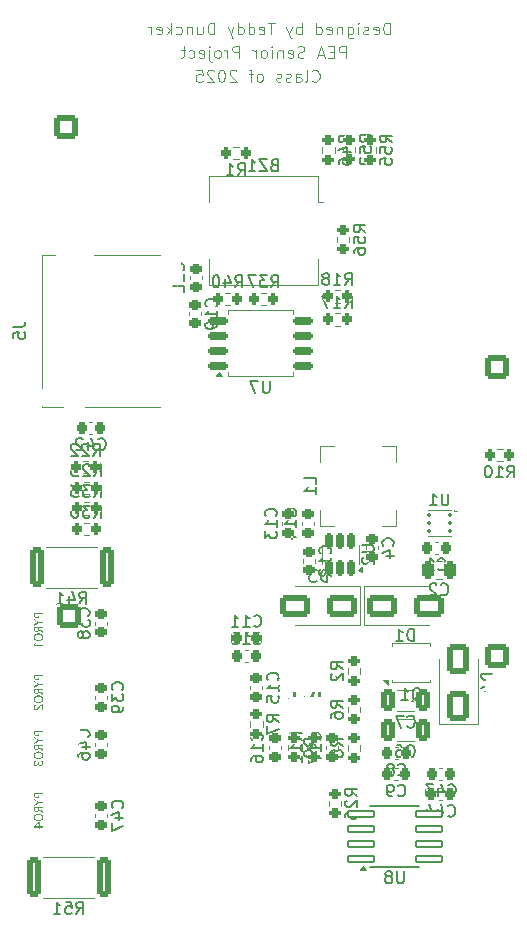
<source format=gbr>
%TF.GenerationSoftware,KiCad,Pcbnew,9.0.0*%
%TF.CreationDate,2025-04-29T15:48:10-04:00*%
%TF.ProjectId,Aurora Orbiton Edition,4175726f-7261-4204-9f72-6269746f6e20,rev?*%
%TF.SameCoordinates,Original*%
%TF.FileFunction,Legend,Bot*%
%TF.FilePolarity,Positive*%
%FSLAX46Y46*%
G04 Gerber Fmt 4.6, Leading zero omitted, Abs format (unit mm)*
G04 Created by KiCad (PCBNEW 9.0.0) date 2025-04-29 15:48:10*
%MOMM*%
%LPD*%
G01*
G04 APERTURE LIST*
G04 Aperture macros list*
%AMRoundRect*
0 Rectangle with rounded corners*
0 $1 Rounding radius*
0 $2 $3 $4 $5 $6 $7 $8 $9 X,Y pos of 4 corners*
0 Add a 4 corners polygon primitive as box body*
4,1,4,$2,$3,$4,$5,$6,$7,$8,$9,$2,$3,0*
0 Add four circle primitives for the rounded corners*
1,1,$1+$1,$2,$3*
1,1,$1+$1,$4,$5*
1,1,$1+$1,$6,$7*
1,1,$1+$1,$8,$9*
0 Add four rect primitives between the rounded corners*
20,1,$1+$1,$2,$3,$4,$5,0*
20,1,$1+$1,$4,$5,$6,$7,0*
20,1,$1+$1,$6,$7,$8,$9,0*
20,1,$1+$1,$8,$9,$2,$3,0*%
%AMFreePoly0*
4,1,21,1.372500,0.787500,0.862500,0.787500,0.862500,0.532500,1.372500,0.532500,1.372500,0.127500,0.862500,0.127500,0.862500,-0.127500,1.372500,-0.127500,1.372500,-0.532500,0.862500,-0.532500,0.862500,-0.787500,1.372500,-0.787500,1.372500,-1.195000,0.612500,-1.195000,0.612500,-1.117500,-0.862500,-1.117500,-0.862500,1.117500,0.612500,1.117500,0.612500,1.195000,1.372500,1.195000,
1.372500,0.787500,1.372500,0.787500,$1*%
G04 Aperture macros list end*
%ADD10C,0.100000*%
%ADD11C,0.150000*%
%ADD12C,0.254000*%
%ADD13C,0.120000*%
%ADD14RoundRect,0.250001X-0.799999X0.799999X-0.799999X-0.799999X0.799999X-0.799999X0.799999X0.799999X0*%
%ADD15C,2.100000*%
%ADD16C,3.000000*%
%ADD17R,1.700000X1.700000*%
%ADD18O,1.700000X1.700000*%
%ADD19RoundRect,0.250001X0.799999X-0.799999X0.799999X0.799999X-0.799999X0.799999X-0.799999X-0.799999X0*%
%ADD20R,1.000000X1.000000*%
%ADD21O,1.000000X1.000000*%
%ADD22C,0.650000*%
%ADD23O,2.100000X1.000000*%
%ADD24O,1.600000X1.000000*%
%ADD25C,0.900000*%
%ADD26RoundRect,0.225000X0.250000X-0.225000X0.250000X0.225000X-0.250000X0.225000X-0.250000X-0.225000X0*%
%ADD27RoundRect,0.225000X-0.250000X0.225000X-0.250000X-0.225000X0.250000X-0.225000X0.250000X0.225000X0*%
%ADD28RoundRect,0.225000X-0.225000X-0.250000X0.225000X-0.250000X0.225000X0.250000X-0.225000X0.250000X0*%
%ADD29RoundRect,0.200000X0.275000X-0.200000X0.275000X0.200000X-0.275000X0.200000X-0.275000X-0.200000X0*%
%ADD30RoundRect,0.200000X0.200000X0.275000X-0.200000X0.275000X-0.200000X-0.275000X0.200000X-0.275000X0*%
%ADD31RoundRect,0.200000X-0.200000X-0.275000X0.200000X-0.275000X0.200000X0.275000X-0.200000X0.275000X0*%
%ADD32RoundRect,0.250000X-1.000000X-0.650000X1.000000X-0.650000X1.000000X0.650000X-1.000000X0.650000X0*%
%ADD33RoundRect,0.250000X0.650000X-1.000000X0.650000X1.000000X-0.650000X1.000000X-0.650000X-1.000000X0*%
%ADD34RoundRect,0.150000X0.150000X-0.512500X0.150000X0.512500X-0.150000X0.512500X-0.150000X-0.512500X0*%
%ADD35RoundRect,0.225000X0.225000X0.250000X-0.225000X0.250000X-0.225000X-0.250000X0.225000X-0.250000X0*%
%ADD36RoundRect,0.200000X-0.275000X0.200000X-0.275000X-0.200000X0.275000X-0.200000X0.275000X0.200000X0*%
%ADD37R,0.575000X0.240000*%
%ADD38R,0.240000X0.575000*%
%ADD39R,2.700000X1.450000*%
%ADD40R,2.700000X0.850000*%
%ADD41R,5.700000X1.600000*%
%ADD42R,2.400000X3.100000*%
%ADD43RoundRect,0.070000X-1.100000X-0.250000X1.100000X-0.250000X1.100000X0.250000X-1.100000X0.250000X0*%
%ADD44C,0.770000*%
%ADD45RoundRect,0.093750X0.093750X0.106250X-0.093750X0.106250X-0.093750X-0.106250X0.093750X-0.106250X0*%
%ADD46R,1.000000X1.600000*%
%ADD47R,1.750000X0.700000*%
%ADD48R,1.000000X1.450000*%
%ADD49R,1.550000X1.000000*%
%ADD50R,1.500000X0.800000*%
%ADD51R,1.500000X1.300000*%
%ADD52R,1.500000X1.500000*%
%ADD53R,1.400000X0.800000*%
%ADD54RoundRect,0.250000X-0.325000X-0.650000X0.325000X-0.650000X0.325000X0.650000X-0.325000X0.650000X0*%
%ADD55R,2.000000X4.200000*%
%ADD56RoundRect,0.250000X1.000000X0.650000X-1.000000X0.650000X-1.000000X-0.650000X1.000000X-0.650000X0*%
%ADD57RoundRect,0.162500X-0.650000X-0.162500X0.650000X-0.162500X0.650000X0.162500X-0.650000X0.162500X0*%
%ADD58R,0.990000X0.405000*%
%ADD59FreePoly0,0.000000*%
%ADD60RoundRect,0.250000X-0.362500X-1.425000X0.362500X-1.425000X0.362500X1.425000X-0.362500X1.425000X0*%
%ADD61RoundRect,0.250000X-0.250000X-0.475000X0.250000X-0.475000X0.250000X0.475000X-0.250000X0.475000X0*%
G04 APERTURE END LIST*
D10*
G36*
X126831953Y-108918039D02*
G01*
X126533000Y-108918039D01*
X126533000Y-109010790D01*
X126527791Y-109082353D01*
X126513380Y-109140354D01*
X126491008Y-109187307D01*
X126461071Y-109225174D01*
X126422879Y-109256678D01*
X126381003Y-109278918D01*
X126334664Y-109292444D01*
X126282773Y-109297103D01*
X126222503Y-109290629D01*
X126172437Y-109272252D01*
X126143455Y-109252997D01*
X126119601Y-109228453D01*
X126100446Y-109198002D01*
X126088251Y-109163632D01*
X126079323Y-109109750D01*
X126075859Y-109031245D01*
X126151188Y-109031245D01*
X126156460Y-109095958D01*
X126169667Y-109137303D01*
X126188312Y-109162404D01*
X126214780Y-109180334D01*
X126247010Y-109191515D01*
X126286559Y-109195498D01*
X126331793Y-109190798D01*
X126371573Y-109177164D01*
X126407093Y-109154588D01*
X126426694Y-109132532D01*
X126442437Y-109099332D01*
X126453379Y-109051236D01*
X126457590Y-108983496D01*
X126457590Y-108918039D01*
X126151188Y-108918039D01*
X126151188Y-109031245D01*
X126075859Y-109031245D01*
X126075778Y-109029413D01*
X126075778Y-108820341D01*
X126831953Y-108820341D01*
X126831953Y-108918039D01*
G37*
G36*
X126830000Y-109681053D02*
G01*
X126830000Y-109583356D01*
X126473893Y-109583356D01*
X126073824Y-109339296D01*
X126073824Y-109453480D01*
X126379188Y-109642096D01*
X126073824Y-109828026D01*
X126073824Y-109923037D01*
X126473893Y-109681053D01*
X126830000Y-109681053D01*
G37*
G36*
X126830000Y-110103105D02*
G01*
X126505645Y-110103105D01*
X126505645Y-110203122D01*
X126564102Y-110258107D01*
X126631552Y-110302163D01*
X126830000Y-110406699D01*
X126830000Y-110518684D01*
X126606884Y-110398883D01*
X126555959Y-110368475D01*
X126516636Y-110338677D01*
X126490563Y-110302407D01*
X126461736Y-110361041D01*
X126432433Y-110397540D01*
X126397525Y-110424998D01*
X126358855Y-110445472D01*
X126317264Y-110458352D01*
X126274286Y-110462630D01*
X126221272Y-110456246D01*
X126172315Y-110437229D01*
X126130377Y-110407107D01*
X126100446Y-110368719D01*
X126087811Y-110338751D01*
X126079099Y-110296732D01*
X126075778Y-110239148D01*
X126075778Y-110206603D01*
X126151188Y-110206603D01*
X126156827Y-110269291D01*
X126170055Y-110303140D01*
X126191437Y-110328214D01*
X126217072Y-110346188D01*
X126246597Y-110357209D01*
X126280819Y-110361025D01*
X126320074Y-110356375D01*
X126357206Y-110342402D01*
X126389145Y-110320242D01*
X126411734Y-110292088D01*
X126424970Y-110256203D01*
X126430235Y-110199703D01*
X126430235Y-110103105D01*
X126151188Y-110103105D01*
X126151188Y-110206603D01*
X126075778Y-110206603D01*
X126075778Y-110005408D01*
X126830000Y-110005408D01*
X126830000Y-110103105D01*
G37*
G36*
X126549641Y-110590209D02*
G01*
X126629456Y-110608101D01*
X126695191Y-110635931D01*
X126749216Y-110673046D01*
X126795043Y-110721243D01*
X126827178Y-110774916D01*
X126846698Y-110835208D01*
X126853447Y-110903855D01*
X126846701Y-110972533D01*
X126827185Y-111032902D01*
X126795048Y-111086687D01*
X126749216Y-111135031D01*
X126695167Y-111172311D01*
X126629423Y-111200253D01*
X126549616Y-111218211D01*
X126452827Y-111224668D01*
X126356105Y-111218212D01*
X126276349Y-111200254D01*
X126210643Y-111172313D01*
X126156622Y-111135031D01*
X126110760Y-111086684D01*
X126078606Y-111032896D01*
X126059079Y-110972529D01*
X126052396Y-110904527D01*
X126127740Y-110904527D01*
X126133416Y-110953528D01*
X126149824Y-110995704D01*
X126177126Y-111032639D01*
X126216889Y-111065177D01*
X126262123Y-111089252D01*
X126315535Y-111107355D01*
X126378551Y-111118936D01*
X126452827Y-111123063D01*
X126527172Y-111118935D01*
X126590227Y-111107351D01*
X126643656Y-111089248D01*
X126688888Y-111065177D01*
X126728652Y-111032639D01*
X126755953Y-110995704D01*
X126772361Y-110953528D01*
X126778037Y-110904527D01*
X126772368Y-110855556D01*
X126755968Y-110813331D01*
X126728665Y-110776282D01*
X126688888Y-110743571D01*
X126643637Y-110719365D01*
X126590202Y-110701168D01*
X126527154Y-110689527D01*
X126452827Y-110685380D01*
X126378569Y-110689526D01*
X126315560Y-110701164D01*
X126262142Y-110719361D01*
X126216889Y-110743571D01*
X126177113Y-110776282D01*
X126149809Y-110813331D01*
X126133409Y-110855556D01*
X126127740Y-110904527D01*
X126052396Y-110904527D01*
X126052330Y-110903855D01*
X126059082Y-110835212D01*
X126078613Y-110774921D01*
X126110766Y-110721247D01*
X126156622Y-110673046D01*
X126210619Y-110635929D01*
X126276316Y-110608099D01*
X126356079Y-110590208D01*
X126452827Y-110583775D01*
X126549641Y-110590209D01*
G37*
G36*
X126452095Y-111458653D02*
G01*
X126376685Y-111458653D01*
X126376685Y-111515744D01*
X126370869Y-111577598D01*
X126355863Y-111619303D01*
X126331980Y-111653340D01*
X126303534Y-111678838D01*
X126270313Y-111695376D01*
X126233742Y-111700881D01*
X126202688Y-111696703D01*
X126177276Y-111684746D01*
X126156133Y-111664733D01*
X126140857Y-111639214D01*
X126131202Y-111607930D01*
X126127740Y-111569417D01*
X126130021Y-111535767D01*
X126136655Y-111505059D01*
X126148848Y-111478159D01*
X126166392Y-111459324D01*
X126188102Y-111447314D01*
X126209806Y-111443510D01*
X126215301Y-111443510D01*
X126215301Y-111357536D01*
X126209806Y-111357536D01*
X126172538Y-111362818D01*
X126136855Y-111378936D01*
X126101667Y-111407484D01*
X126076148Y-111444202D01*
X126058920Y-111497720D01*
X126052330Y-111573996D01*
X126058429Y-111646118D01*
X126074785Y-111699941D01*
X126099591Y-111739715D01*
X126134212Y-111770626D01*
X126174199Y-111788915D01*
X126221346Y-111795219D01*
X126260669Y-111791162D01*
X126297001Y-111779160D01*
X126330011Y-111759551D01*
X126359954Y-111731777D01*
X126383900Y-111695788D01*
X126404773Y-111641713D01*
X126426833Y-111700461D01*
X126453193Y-111745043D01*
X126483419Y-111778061D01*
X126520200Y-111802772D01*
X126562840Y-111817857D01*
X126612929Y-111823124D01*
X126671141Y-111816163D01*
X126725900Y-111795282D01*
X126778586Y-111759316D01*
X126810166Y-111725022D01*
X126833358Y-111682732D01*
X126848133Y-111630731D01*
X126853447Y-111566669D01*
X126846999Y-111492563D01*
X126829955Y-111439241D01*
X126804415Y-111401500D01*
X126769166Y-111372026D01*
X126732574Y-111355262D01*
X126693468Y-111349720D01*
X126693468Y-111439602D01*
X126698169Y-111439602D01*
X126722527Y-111443818D01*
X126742089Y-111456109D01*
X126758070Y-111477704D01*
X126772623Y-111519079D01*
X126778037Y-111575034D01*
X126773480Y-111619397D01*
X126760512Y-111656673D01*
X126737956Y-111687531D01*
X126704153Y-111710406D01*
X126663868Y-111724111D01*
X126619218Y-111728785D01*
X126574493Y-111722617D01*
X126535361Y-111704466D01*
X126500272Y-111673342D01*
X126475077Y-111633474D01*
X126458363Y-111578671D01*
X126452095Y-111504265D01*
X126452095Y-111458653D01*
G37*
G36*
X126831953Y-114168039D02*
G01*
X126533000Y-114168039D01*
X126533000Y-114260790D01*
X126527791Y-114332353D01*
X126513380Y-114390354D01*
X126491008Y-114437307D01*
X126461071Y-114475174D01*
X126422879Y-114506678D01*
X126381003Y-114528918D01*
X126334664Y-114542444D01*
X126282773Y-114547103D01*
X126222503Y-114540629D01*
X126172437Y-114522252D01*
X126143455Y-114502997D01*
X126119601Y-114478453D01*
X126100446Y-114448002D01*
X126088251Y-114413632D01*
X126079323Y-114359750D01*
X126075859Y-114281245D01*
X126151188Y-114281245D01*
X126156460Y-114345958D01*
X126169667Y-114387303D01*
X126188312Y-114412404D01*
X126214780Y-114430334D01*
X126247010Y-114441515D01*
X126286559Y-114445498D01*
X126331793Y-114440798D01*
X126371573Y-114427164D01*
X126407093Y-114404588D01*
X126426694Y-114382532D01*
X126442437Y-114349332D01*
X126453379Y-114301236D01*
X126457590Y-114233496D01*
X126457590Y-114168039D01*
X126151188Y-114168039D01*
X126151188Y-114281245D01*
X126075859Y-114281245D01*
X126075778Y-114279413D01*
X126075778Y-114070341D01*
X126831953Y-114070341D01*
X126831953Y-114168039D01*
G37*
G36*
X126830000Y-114931053D02*
G01*
X126830000Y-114833356D01*
X126473893Y-114833356D01*
X126073824Y-114589296D01*
X126073824Y-114703480D01*
X126379188Y-114892096D01*
X126073824Y-115078026D01*
X126073824Y-115173037D01*
X126473893Y-114931053D01*
X126830000Y-114931053D01*
G37*
G36*
X126830000Y-115353105D02*
G01*
X126505645Y-115353105D01*
X126505645Y-115453122D01*
X126564102Y-115508107D01*
X126631552Y-115552163D01*
X126830000Y-115656699D01*
X126830000Y-115768684D01*
X126606884Y-115648883D01*
X126555959Y-115618475D01*
X126516636Y-115588677D01*
X126490563Y-115552407D01*
X126461736Y-115611041D01*
X126432433Y-115647540D01*
X126397525Y-115674998D01*
X126358855Y-115695472D01*
X126317264Y-115708352D01*
X126274286Y-115712630D01*
X126221272Y-115706246D01*
X126172315Y-115687229D01*
X126130377Y-115657107D01*
X126100446Y-115618719D01*
X126087811Y-115588751D01*
X126079099Y-115546732D01*
X126075778Y-115489148D01*
X126075778Y-115456603D01*
X126151188Y-115456603D01*
X126156827Y-115519291D01*
X126170055Y-115553140D01*
X126191437Y-115578214D01*
X126217072Y-115596188D01*
X126246597Y-115607209D01*
X126280819Y-115611025D01*
X126320074Y-115606375D01*
X126357206Y-115592402D01*
X126389145Y-115570242D01*
X126411734Y-115542088D01*
X126424970Y-115506203D01*
X126430235Y-115449703D01*
X126430235Y-115353105D01*
X126151188Y-115353105D01*
X126151188Y-115456603D01*
X126075778Y-115456603D01*
X126075778Y-115255408D01*
X126830000Y-115255408D01*
X126830000Y-115353105D01*
G37*
G36*
X126549641Y-115840209D02*
G01*
X126629456Y-115858101D01*
X126695191Y-115885931D01*
X126749216Y-115923046D01*
X126795043Y-115971243D01*
X126827178Y-116024916D01*
X126846698Y-116085208D01*
X126853447Y-116153855D01*
X126846701Y-116222533D01*
X126827185Y-116282902D01*
X126795048Y-116336687D01*
X126749216Y-116385031D01*
X126695167Y-116422311D01*
X126629423Y-116450253D01*
X126549616Y-116468211D01*
X126452827Y-116474668D01*
X126356105Y-116468212D01*
X126276349Y-116450254D01*
X126210643Y-116422313D01*
X126156622Y-116385031D01*
X126110760Y-116336684D01*
X126078606Y-116282896D01*
X126059079Y-116222529D01*
X126052396Y-116154527D01*
X126127740Y-116154527D01*
X126133416Y-116203528D01*
X126149824Y-116245704D01*
X126177126Y-116282639D01*
X126216889Y-116315177D01*
X126262123Y-116339252D01*
X126315535Y-116357355D01*
X126378551Y-116368936D01*
X126452827Y-116373063D01*
X126527172Y-116368935D01*
X126590227Y-116357351D01*
X126643656Y-116339248D01*
X126688888Y-116315177D01*
X126728652Y-116282639D01*
X126755953Y-116245704D01*
X126772361Y-116203528D01*
X126778037Y-116154527D01*
X126772368Y-116105556D01*
X126755968Y-116063331D01*
X126728665Y-116026282D01*
X126688888Y-115993571D01*
X126643637Y-115969365D01*
X126590202Y-115951168D01*
X126527154Y-115939527D01*
X126452827Y-115935380D01*
X126378569Y-115939526D01*
X126315560Y-115951164D01*
X126262142Y-115969361D01*
X126216889Y-115993571D01*
X126177113Y-116026282D01*
X126149809Y-116063331D01*
X126133409Y-116105556D01*
X126127740Y-116154527D01*
X126052396Y-116154527D01*
X126052330Y-116153855D01*
X126059082Y-116085212D01*
X126078613Y-116024921D01*
X126110766Y-115971247D01*
X126156622Y-115923046D01*
X126210619Y-115885929D01*
X126276316Y-115858099D01*
X126356079Y-115840208D01*
X126452827Y-115833775D01*
X126549641Y-115840209D01*
G37*
G36*
X126599434Y-116931891D02*
G01*
X126830000Y-116931891D01*
X126830000Y-117021772D01*
X126599434Y-117021772D01*
X126599434Y-117127285D01*
X126524024Y-117127285D01*
X126524024Y-117021772D01*
X126075778Y-117021772D01*
X126075778Y-116931891D01*
X126195334Y-116931891D01*
X126524024Y-116931891D01*
X126524024Y-116668780D01*
X126195334Y-116931891D01*
X126075778Y-116931891D01*
X126524024Y-116568457D01*
X126599434Y-116568457D01*
X126599434Y-116931891D01*
G37*
X149624687Y-53777180D02*
X149672306Y-53824800D01*
X149672306Y-53824800D02*
X149815163Y-53872419D01*
X149815163Y-53872419D02*
X149910401Y-53872419D01*
X149910401Y-53872419D02*
X150053258Y-53824800D01*
X150053258Y-53824800D02*
X150148496Y-53729561D01*
X150148496Y-53729561D02*
X150196115Y-53634323D01*
X150196115Y-53634323D02*
X150243734Y-53443847D01*
X150243734Y-53443847D02*
X150243734Y-53300990D01*
X150243734Y-53300990D02*
X150196115Y-53110514D01*
X150196115Y-53110514D02*
X150148496Y-53015276D01*
X150148496Y-53015276D02*
X150053258Y-52920038D01*
X150053258Y-52920038D02*
X149910401Y-52872419D01*
X149910401Y-52872419D02*
X149815163Y-52872419D01*
X149815163Y-52872419D02*
X149672306Y-52920038D01*
X149672306Y-52920038D02*
X149624687Y-52967657D01*
X149053258Y-53872419D02*
X149148496Y-53824800D01*
X149148496Y-53824800D02*
X149196115Y-53729561D01*
X149196115Y-53729561D02*
X149196115Y-52872419D01*
X148243734Y-53872419D02*
X148243734Y-53348609D01*
X148243734Y-53348609D02*
X148291353Y-53253371D01*
X148291353Y-53253371D02*
X148386591Y-53205752D01*
X148386591Y-53205752D02*
X148577067Y-53205752D01*
X148577067Y-53205752D02*
X148672305Y-53253371D01*
X148243734Y-53824800D02*
X148338972Y-53872419D01*
X148338972Y-53872419D02*
X148577067Y-53872419D01*
X148577067Y-53872419D02*
X148672305Y-53824800D01*
X148672305Y-53824800D02*
X148719924Y-53729561D01*
X148719924Y-53729561D02*
X148719924Y-53634323D01*
X148719924Y-53634323D02*
X148672305Y-53539085D01*
X148672305Y-53539085D02*
X148577067Y-53491466D01*
X148577067Y-53491466D02*
X148338972Y-53491466D01*
X148338972Y-53491466D02*
X148243734Y-53443847D01*
X147815162Y-53824800D02*
X147719924Y-53872419D01*
X147719924Y-53872419D02*
X147529448Y-53872419D01*
X147529448Y-53872419D02*
X147434210Y-53824800D01*
X147434210Y-53824800D02*
X147386591Y-53729561D01*
X147386591Y-53729561D02*
X147386591Y-53681942D01*
X147386591Y-53681942D02*
X147434210Y-53586704D01*
X147434210Y-53586704D02*
X147529448Y-53539085D01*
X147529448Y-53539085D02*
X147672305Y-53539085D01*
X147672305Y-53539085D02*
X147767543Y-53491466D01*
X147767543Y-53491466D02*
X147815162Y-53396228D01*
X147815162Y-53396228D02*
X147815162Y-53348609D01*
X147815162Y-53348609D02*
X147767543Y-53253371D01*
X147767543Y-53253371D02*
X147672305Y-53205752D01*
X147672305Y-53205752D02*
X147529448Y-53205752D01*
X147529448Y-53205752D02*
X147434210Y-53253371D01*
X147005638Y-53824800D02*
X146910400Y-53872419D01*
X146910400Y-53872419D02*
X146719924Y-53872419D01*
X146719924Y-53872419D02*
X146624686Y-53824800D01*
X146624686Y-53824800D02*
X146577067Y-53729561D01*
X146577067Y-53729561D02*
X146577067Y-53681942D01*
X146577067Y-53681942D02*
X146624686Y-53586704D01*
X146624686Y-53586704D02*
X146719924Y-53539085D01*
X146719924Y-53539085D02*
X146862781Y-53539085D01*
X146862781Y-53539085D02*
X146958019Y-53491466D01*
X146958019Y-53491466D02*
X147005638Y-53396228D01*
X147005638Y-53396228D02*
X147005638Y-53348609D01*
X147005638Y-53348609D02*
X146958019Y-53253371D01*
X146958019Y-53253371D02*
X146862781Y-53205752D01*
X146862781Y-53205752D02*
X146719924Y-53205752D01*
X146719924Y-53205752D02*
X146624686Y-53253371D01*
X145243733Y-53872419D02*
X145338971Y-53824800D01*
X145338971Y-53824800D02*
X145386590Y-53777180D01*
X145386590Y-53777180D02*
X145434209Y-53681942D01*
X145434209Y-53681942D02*
X145434209Y-53396228D01*
X145434209Y-53396228D02*
X145386590Y-53300990D01*
X145386590Y-53300990D02*
X145338971Y-53253371D01*
X145338971Y-53253371D02*
X145243733Y-53205752D01*
X145243733Y-53205752D02*
X145100876Y-53205752D01*
X145100876Y-53205752D02*
X145005638Y-53253371D01*
X145005638Y-53253371D02*
X144958019Y-53300990D01*
X144958019Y-53300990D02*
X144910400Y-53396228D01*
X144910400Y-53396228D02*
X144910400Y-53681942D01*
X144910400Y-53681942D02*
X144958019Y-53777180D01*
X144958019Y-53777180D02*
X145005638Y-53824800D01*
X145005638Y-53824800D02*
X145100876Y-53872419D01*
X145100876Y-53872419D02*
X145243733Y-53872419D01*
X144624685Y-53205752D02*
X144243733Y-53205752D01*
X144481828Y-53872419D02*
X144481828Y-53015276D01*
X144481828Y-53015276D02*
X144434209Y-52920038D01*
X144434209Y-52920038D02*
X144338971Y-52872419D01*
X144338971Y-52872419D02*
X144243733Y-52872419D01*
X143196113Y-52967657D02*
X143148494Y-52920038D01*
X143148494Y-52920038D02*
X143053256Y-52872419D01*
X143053256Y-52872419D02*
X142815161Y-52872419D01*
X142815161Y-52872419D02*
X142719923Y-52920038D01*
X142719923Y-52920038D02*
X142672304Y-52967657D01*
X142672304Y-52967657D02*
X142624685Y-53062895D01*
X142624685Y-53062895D02*
X142624685Y-53158133D01*
X142624685Y-53158133D02*
X142672304Y-53300990D01*
X142672304Y-53300990D02*
X143243732Y-53872419D01*
X143243732Y-53872419D02*
X142624685Y-53872419D01*
X142005637Y-52872419D02*
X141910399Y-52872419D01*
X141910399Y-52872419D02*
X141815161Y-52920038D01*
X141815161Y-52920038D02*
X141767542Y-52967657D01*
X141767542Y-52967657D02*
X141719923Y-53062895D01*
X141719923Y-53062895D02*
X141672304Y-53253371D01*
X141672304Y-53253371D02*
X141672304Y-53491466D01*
X141672304Y-53491466D02*
X141719923Y-53681942D01*
X141719923Y-53681942D02*
X141767542Y-53777180D01*
X141767542Y-53777180D02*
X141815161Y-53824800D01*
X141815161Y-53824800D02*
X141910399Y-53872419D01*
X141910399Y-53872419D02*
X142005637Y-53872419D01*
X142005637Y-53872419D02*
X142100875Y-53824800D01*
X142100875Y-53824800D02*
X142148494Y-53777180D01*
X142148494Y-53777180D02*
X142196113Y-53681942D01*
X142196113Y-53681942D02*
X142243732Y-53491466D01*
X142243732Y-53491466D02*
X142243732Y-53253371D01*
X142243732Y-53253371D02*
X142196113Y-53062895D01*
X142196113Y-53062895D02*
X142148494Y-52967657D01*
X142148494Y-52967657D02*
X142100875Y-52920038D01*
X142100875Y-52920038D02*
X142005637Y-52872419D01*
X141291351Y-52967657D02*
X141243732Y-52920038D01*
X141243732Y-52920038D02*
X141148494Y-52872419D01*
X141148494Y-52872419D02*
X140910399Y-52872419D01*
X140910399Y-52872419D02*
X140815161Y-52920038D01*
X140815161Y-52920038D02*
X140767542Y-52967657D01*
X140767542Y-52967657D02*
X140719923Y-53062895D01*
X140719923Y-53062895D02*
X140719923Y-53158133D01*
X140719923Y-53158133D02*
X140767542Y-53300990D01*
X140767542Y-53300990D02*
X141338970Y-53872419D01*
X141338970Y-53872419D02*
X140719923Y-53872419D01*
X139815161Y-52872419D02*
X140291351Y-52872419D01*
X140291351Y-52872419D02*
X140338970Y-53348609D01*
X140338970Y-53348609D02*
X140291351Y-53300990D01*
X140291351Y-53300990D02*
X140196113Y-53253371D01*
X140196113Y-53253371D02*
X139958018Y-53253371D01*
X139958018Y-53253371D02*
X139862780Y-53300990D01*
X139862780Y-53300990D02*
X139815161Y-53348609D01*
X139815161Y-53348609D02*
X139767542Y-53443847D01*
X139767542Y-53443847D02*
X139767542Y-53681942D01*
X139767542Y-53681942D02*
X139815161Y-53777180D01*
X139815161Y-53777180D02*
X139862780Y-53824800D01*
X139862780Y-53824800D02*
X139958018Y-53872419D01*
X139958018Y-53872419D02*
X140196113Y-53872419D01*
X140196113Y-53872419D02*
X140291351Y-53824800D01*
X140291351Y-53824800D02*
X140338970Y-53777180D01*
X156196115Y-49872419D02*
X156196115Y-48872419D01*
X156196115Y-48872419D02*
X155958020Y-48872419D01*
X155958020Y-48872419D02*
X155815163Y-48920038D01*
X155815163Y-48920038D02*
X155719925Y-49015276D01*
X155719925Y-49015276D02*
X155672306Y-49110514D01*
X155672306Y-49110514D02*
X155624687Y-49300990D01*
X155624687Y-49300990D02*
X155624687Y-49443847D01*
X155624687Y-49443847D02*
X155672306Y-49634323D01*
X155672306Y-49634323D02*
X155719925Y-49729561D01*
X155719925Y-49729561D02*
X155815163Y-49824800D01*
X155815163Y-49824800D02*
X155958020Y-49872419D01*
X155958020Y-49872419D02*
X156196115Y-49872419D01*
X154815163Y-49824800D02*
X154910401Y-49872419D01*
X154910401Y-49872419D02*
X155100877Y-49872419D01*
X155100877Y-49872419D02*
X155196115Y-49824800D01*
X155196115Y-49824800D02*
X155243734Y-49729561D01*
X155243734Y-49729561D02*
X155243734Y-49348609D01*
X155243734Y-49348609D02*
X155196115Y-49253371D01*
X155196115Y-49253371D02*
X155100877Y-49205752D01*
X155100877Y-49205752D02*
X154910401Y-49205752D01*
X154910401Y-49205752D02*
X154815163Y-49253371D01*
X154815163Y-49253371D02*
X154767544Y-49348609D01*
X154767544Y-49348609D02*
X154767544Y-49443847D01*
X154767544Y-49443847D02*
X155243734Y-49539085D01*
X154386591Y-49824800D02*
X154291353Y-49872419D01*
X154291353Y-49872419D02*
X154100877Y-49872419D01*
X154100877Y-49872419D02*
X154005639Y-49824800D01*
X154005639Y-49824800D02*
X153958020Y-49729561D01*
X153958020Y-49729561D02*
X153958020Y-49681942D01*
X153958020Y-49681942D02*
X154005639Y-49586704D01*
X154005639Y-49586704D02*
X154100877Y-49539085D01*
X154100877Y-49539085D02*
X154243734Y-49539085D01*
X154243734Y-49539085D02*
X154338972Y-49491466D01*
X154338972Y-49491466D02*
X154386591Y-49396228D01*
X154386591Y-49396228D02*
X154386591Y-49348609D01*
X154386591Y-49348609D02*
X154338972Y-49253371D01*
X154338972Y-49253371D02*
X154243734Y-49205752D01*
X154243734Y-49205752D02*
X154100877Y-49205752D01*
X154100877Y-49205752D02*
X154005639Y-49253371D01*
X153529448Y-49872419D02*
X153529448Y-49205752D01*
X153529448Y-48872419D02*
X153577067Y-48920038D01*
X153577067Y-48920038D02*
X153529448Y-48967657D01*
X153529448Y-48967657D02*
X153481829Y-48920038D01*
X153481829Y-48920038D02*
X153529448Y-48872419D01*
X153529448Y-48872419D02*
X153529448Y-48967657D01*
X152624687Y-49205752D02*
X152624687Y-50015276D01*
X152624687Y-50015276D02*
X152672306Y-50110514D01*
X152672306Y-50110514D02*
X152719925Y-50158133D01*
X152719925Y-50158133D02*
X152815163Y-50205752D01*
X152815163Y-50205752D02*
X152958020Y-50205752D01*
X152958020Y-50205752D02*
X153053258Y-50158133D01*
X152624687Y-49824800D02*
X152719925Y-49872419D01*
X152719925Y-49872419D02*
X152910401Y-49872419D01*
X152910401Y-49872419D02*
X153005639Y-49824800D01*
X153005639Y-49824800D02*
X153053258Y-49777180D01*
X153053258Y-49777180D02*
X153100877Y-49681942D01*
X153100877Y-49681942D02*
X153100877Y-49396228D01*
X153100877Y-49396228D02*
X153053258Y-49300990D01*
X153053258Y-49300990D02*
X153005639Y-49253371D01*
X153005639Y-49253371D02*
X152910401Y-49205752D01*
X152910401Y-49205752D02*
X152719925Y-49205752D01*
X152719925Y-49205752D02*
X152624687Y-49253371D01*
X152148496Y-49205752D02*
X152148496Y-49872419D01*
X152148496Y-49300990D02*
X152100877Y-49253371D01*
X152100877Y-49253371D02*
X152005639Y-49205752D01*
X152005639Y-49205752D02*
X151862782Y-49205752D01*
X151862782Y-49205752D02*
X151767544Y-49253371D01*
X151767544Y-49253371D02*
X151719925Y-49348609D01*
X151719925Y-49348609D02*
X151719925Y-49872419D01*
X150862782Y-49824800D02*
X150958020Y-49872419D01*
X150958020Y-49872419D02*
X151148496Y-49872419D01*
X151148496Y-49872419D02*
X151243734Y-49824800D01*
X151243734Y-49824800D02*
X151291353Y-49729561D01*
X151291353Y-49729561D02*
X151291353Y-49348609D01*
X151291353Y-49348609D02*
X151243734Y-49253371D01*
X151243734Y-49253371D02*
X151148496Y-49205752D01*
X151148496Y-49205752D02*
X150958020Y-49205752D01*
X150958020Y-49205752D02*
X150862782Y-49253371D01*
X150862782Y-49253371D02*
X150815163Y-49348609D01*
X150815163Y-49348609D02*
X150815163Y-49443847D01*
X150815163Y-49443847D02*
X151291353Y-49539085D01*
X149958020Y-49872419D02*
X149958020Y-48872419D01*
X149958020Y-49824800D02*
X150053258Y-49872419D01*
X150053258Y-49872419D02*
X150243734Y-49872419D01*
X150243734Y-49872419D02*
X150338972Y-49824800D01*
X150338972Y-49824800D02*
X150386591Y-49777180D01*
X150386591Y-49777180D02*
X150434210Y-49681942D01*
X150434210Y-49681942D02*
X150434210Y-49396228D01*
X150434210Y-49396228D02*
X150386591Y-49300990D01*
X150386591Y-49300990D02*
X150338972Y-49253371D01*
X150338972Y-49253371D02*
X150243734Y-49205752D01*
X150243734Y-49205752D02*
X150053258Y-49205752D01*
X150053258Y-49205752D02*
X149958020Y-49253371D01*
X148719924Y-49872419D02*
X148719924Y-48872419D01*
X148719924Y-49253371D02*
X148624686Y-49205752D01*
X148624686Y-49205752D02*
X148434210Y-49205752D01*
X148434210Y-49205752D02*
X148338972Y-49253371D01*
X148338972Y-49253371D02*
X148291353Y-49300990D01*
X148291353Y-49300990D02*
X148243734Y-49396228D01*
X148243734Y-49396228D02*
X148243734Y-49681942D01*
X148243734Y-49681942D02*
X148291353Y-49777180D01*
X148291353Y-49777180D02*
X148338972Y-49824800D01*
X148338972Y-49824800D02*
X148434210Y-49872419D01*
X148434210Y-49872419D02*
X148624686Y-49872419D01*
X148624686Y-49872419D02*
X148719924Y-49824800D01*
X147910400Y-49205752D02*
X147672305Y-49872419D01*
X147434210Y-49205752D02*
X147672305Y-49872419D01*
X147672305Y-49872419D02*
X147767543Y-50110514D01*
X147767543Y-50110514D02*
X147815162Y-50158133D01*
X147815162Y-50158133D02*
X147910400Y-50205752D01*
X146434209Y-48872419D02*
X145862781Y-48872419D01*
X146148495Y-49872419D02*
X146148495Y-48872419D01*
X145148495Y-49824800D02*
X145243733Y-49872419D01*
X145243733Y-49872419D02*
X145434209Y-49872419D01*
X145434209Y-49872419D02*
X145529447Y-49824800D01*
X145529447Y-49824800D02*
X145577066Y-49729561D01*
X145577066Y-49729561D02*
X145577066Y-49348609D01*
X145577066Y-49348609D02*
X145529447Y-49253371D01*
X145529447Y-49253371D02*
X145434209Y-49205752D01*
X145434209Y-49205752D02*
X145243733Y-49205752D01*
X145243733Y-49205752D02*
X145148495Y-49253371D01*
X145148495Y-49253371D02*
X145100876Y-49348609D01*
X145100876Y-49348609D02*
X145100876Y-49443847D01*
X145100876Y-49443847D02*
X145577066Y-49539085D01*
X144243733Y-49872419D02*
X144243733Y-48872419D01*
X144243733Y-49824800D02*
X144338971Y-49872419D01*
X144338971Y-49872419D02*
X144529447Y-49872419D01*
X144529447Y-49872419D02*
X144624685Y-49824800D01*
X144624685Y-49824800D02*
X144672304Y-49777180D01*
X144672304Y-49777180D02*
X144719923Y-49681942D01*
X144719923Y-49681942D02*
X144719923Y-49396228D01*
X144719923Y-49396228D02*
X144672304Y-49300990D01*
X144672304Y-49300990D02*
X144624685Y-49253371D01*
X144624685Y-49253371D02*
X144529447Y-49205752D01*
X144529447Y-49205752D02*
X144338971Y-49205752D01*
X144338971Y-49205752D02*
X144243733Y-49253371D01*
X143338971Y-49872419D02*
X143338971Y-48872419D01*
X143338971Y-49824800D02*
X143434209Y-49872419D01*
X143434209Y-49872419D02*
X143624685Y-49872419D01*
X143624685Y-49872419D02*
X143719923Y-49824800D01*
X143719923Y-49824800D02*
X143767542Y-49777180D01*
X143767542Y-49777180D02*
X143815161Y-49681942D01*
X143815161Y-49681942D02*
X143815161Y-49396228D01*
X143815161Y-49396228D02*
X143767542Y-49300990D01*
X143767542Y-49300990D02*
X143719923Y-49253371D01*
X143719923Y-49253371D02*
X143624685Y-49205752D01*
X143624685Y-49205752D02*
X143434209Y-49205752D01*
X143434209Y-49205752D02*
X143338971Y-49253371D01*
X142958018Y-49205752D02*
X142719923Y-49872419D01*
X142481828Y-49205752D02*
X142719923Y-49872419D01*
X142719923Y-49872419D02*
X142815161Y-50110514D01*
X142815161Y-50110514D02*
X142862780Y-50158133D01*
X142862780Y-50158133D02*
X142958018Y-50205752D01*
X141338970Y-49872419D02*
X141338970Y-48872419D01*
X141338970Y-48872419D02*
X141100875Y-48872419D01*
X141100875Y-48872419D02*
X140958018Y-48920038D01*
X140958018Y-48920038D02*
X140862780Y-49015276D01*
X140862780Y-49015276D02*
X140815161Y-49110514D01*
X140815161Y-49110514D02*
X140767542Y-49300990D01*
X140767542Y-49300990D02*
X140767542Y-49443847D01*
X140767542Y-49443847D02*
X140815161Y-49634323D01*
X140815161Y-49634323D02*
X140862780Y-49729561D01*
X140862780Y-49729561D02*
X140958018Y-49824800D01*
X140958018Y-49824800D02*
X141100875Y-49872419D01*
X141100875Y-49872419D02*
X141338970Y-49872419D01*
X139910399Y-49205752D02*
X139910399Y-49872419D01*
X140338970Y-49205752D02*
X140338970Y-49729561D01*
X140338970Y-49729561D02*
X140291351Y-49824800D01*
X140291351Y-49824800D02*
X140196113Y-49872419D01*
X140196113Y-49872419D02*
X140053256Y-49872419D01*
X140053256Y-49872419D02*
X139958018Y-49824800D01*
X139958018Y-49824800D02*
X139910399Y-49777180D01*
X139434208Y-49205752D02*
X139434208Y-49872419D01*
X139434208Y-49300990D02*
X139386589Y-49253371D01*
X139386589Y-49253371D02*
X139291351Y-49205752D01*
X139291351Y-49205752D02*
X139148494Y-49205752D01*
X139148494Y-49205752D02*
X139053256Y-49253371D01*
X139053256Y-49253371D02*
X139005637Y-49348609D01*
X139005637Y-49348609D02*
X139005637Y-49872419D01*
X138100875Y-49824800D02*
X138196113Y-49872419D01*
X138196113Y-49872419D02*
X138386589Y-49872419D01*
X138386589Y-49872419D02*
X138481827Y-49824800D01*
X138481827Y-49824800D02*
X138529446Y-49777180D01*
X138529446Y-49777180D02*
X138577065Y-49681942D01*
X138577065Y-49681942D02*
X138577065Y-49396228D01*
X138577065Y-49396228D02*
X138529446Y-49300990D01*
X138529446Y-49300990D02*
X138481827Y-49253371D01*
X138481827Y-49253371D02*
X138386589Y-49205752D01*
X138386589Y-49205752D02*
X138196113Y-49205752D01*
X138196113Y-49205752D02*
X138100875Y-49253371D01*
X137672303Y-49872419D02*
X137672303Y-48872419D01*
X137577065Y-49491466D02*
X137291351Y-49872419D01*
X137291351Y-49205752D02*
X137672303Y-49586704D01*
X136481827Y-49824800D02*
X136577065Y-49872419D01*
X136577065Y-49872419D02*
X136767541Y-49872419D01*
X136767541Y-49872419D02*
X136862779Y-49824800D01*
X136862779Y-49824800D02*
X136910398Y-49729561D01*
X136910398Y-49729561D02*
X136910398Y-49348609D01*
X136910398Y-49348609D02*
X136862779Y-49253371D01*
X136862779Y-49253371D02*
X136767541Y-49205752D01*
X136767541Y-49205752D02*
X136577065Y-49205752D01*
X136577065Y-49205752D02*
X136481827Y-49253371D01*
X136481827Y-49253371D02*
X136434208Y-49348609D01*
X136434208Y-49348609D02*
X136434208Y-49443847D01*
X136434208Y-49443847D02*
X136910398Y-49539085D01*
X136005636Y-49872419D02*
X136005636Y-49205752D01*
X136005636Y-49396228D02*
X135958017Y-49300990D01*
X135958017Y-49300990D02*
X135910398Y-49253371D01*
X135910398Y-49253371D02*
X135815160Y-49205752D01*
X135815160Y-49205752D02*
X135719922Y-49205752D01*
X152446115Y-51872419D02*
X152446115Y-50872419D01*
X152446115Y-50872419D02*
X152065163Y-50872419D01*
X152065163Y-50872419D02*
X151969925Y-50920038D01*
X151969925Y-50920038D02*
X151922306Y-50967657D01*
X151922306Y-50967657D02*
X151874687Y-51062895D01*
X151874687Y-51062895D02*
X151874687Y-51205752D01*
X151874687Y-51205752D02*
X151922306Y-51300990D01*
X151922306Y-51300990D02*
X151969925Y-51348609D01*
X151969925Y-51348609D02*
X152065163Y-51396228D01*
X152065163Y-51396228D02*
X152446115Y-51396228D01*
X151446115Y-51348609D02*
X151112782Y-51348609D01*
X150969925Y-51872419D02*
X151446115Y-51872419D01*
X151446115Y-51872419D02*
X151446115Y-50872419D01*
X151446115Y-50872419D02*
X150969925Y-50872419D01*
X150588972Y-51586704D02*
X150112782Y-51586704D01*
X150684210Y-51872419D02*
X150350877Y-50872419D01*
X150350877Y-50872419D02*
X150017544Y-51872419D01*
X148969924Y-51824800D02*
X148827067Y-51872419D01*
X148827067Y-51872419D02*
X148588972Y-51872419D01*
X148588972Y-51872419D02*
X148493734Y-51824800D01*
X148493734Y-51824800D02*
X148446115Y-51777180D01*
X148446115Y-51777180D02*
X148398496Y-51681942D01*
X148398496Y-51681942D02*
X148398496Y-51586704D01*
X148398496Y-51586704D02*
X148446115Y-51491466D01*
X148446115Y-51491466D02*
X148493734Y-51443847D01*
X148493734Y-51443847D02*
X148588972Y-51396228D01*
X148588972Y-51396228D02*
X148779448Y-51348609D01*
X148779448Y-51348609D02*
X148874686Y-51300990D01*
X148874686Y-51300990D02*
X148922305Y-51253371D01*
X148922305Y-51253371D02*
X148969924Y-51158133D01*
X148969924Y-51158133D02*
X148969924Y-51062895D01*
X148969924Y-51062895D02*
X148922305Y-50967657D01*
X148922305Y-50967657D02*
X148874686Y-50920038D01*
X148874686Y-50920038D02*
X148779448Y-50872419D01*
X148779448Y-50872419D02*
X148541353Y-50872419D01*
X148541353Y-50872419D02*
X148398496Y-50920038D01*
X147588972Y-51824800D02*
X147684210Y-51872419D01*
X147684210Y-51872419D02*
X147874686Y-51872419D01*
X147874686Y-51872419D02*
X147969924Y-51824800D01*
X147969924Y-51824800D02*
X148017543Y-51729561D01*
X148017543Y-51729561D02*
X148017543Y-51348609D01*
X148017543Y-51348609D02*
X147969924Y-51253371D01*
X147969924Y-51253371D02*
X147874686Y-51205752D01*
X147874686Y-51205752D02*
X147684210Y-51205752D01*
X147684210Y-51205752D02*
X147588972Y-51253371D01*
X147588972Y-51253371D02*
X147541353Y-51348609D01*
X147541353Y-51348609D02*
X147541353Y-51443847D01*
X147541353Y-51443847D02*
X148017543Y-51539085D01*
X147112781Y-51205752D02*
X147112781Y-51872419D01*
X147112781Y-51300990D02*
X147065162Y-51253371D01*
X147065162Y-51253371D02*
X146969924Y-51205752D01*
X146969924Y-51205752D02*
X146827067Y-51205752D01*
X146827067Y-51205752D02*
X146731829Y-51253371D01*
X146731829Y-51253371D02*
X146684210Y-51348609D01*
X146684210Y-51348609D02*
X146684210Y-51872419D01*
X146208019Y-51872419D02*
X146208019Y-51205752D01*
X146208019Y-50872419D02*
X146255638Y-50920038D01*
X146255638Y-50920038D02*
X146208019Y-50967657D01*
X146208019Y-50967657D02*
X146160400Y-50920038D01*
X146160400Y-50920038D02*
X146208019Y-50872419D01*
X146208019Y-50872419D02*
X146208019Y-50967657D01*
X145588972Y-51872419D02*
X145684210Y-51824800D01*
X145684210Y-51824800D02*
X145731829Y-51777180D01*
X145731829Y-51777180D02*
X145779448Y-51681942D01*
X145779448Y-51681942D02*
X145779448Y-51396228D01*
X145779448Y-51396228D02*
X145731829Y-51300990D01*
X145731829Y-51300990D02*
X145684210Y-51253371D01*
X145684210Y-51253371D02*
X145588972Y-51205752D01*
X145588972Y-51205752D02*
X145446115Y-51205752D01*
X145446115Y-51205752D02*
X145350877Y-51253371D01*
X145350877Y-51253371D02*
X145303258Y-51300990D01*
X145303258Y-51300990D02*
X145255639Y-51396228D01*
X145255639Y-51396228D02*
X145255639Y-51681942D01*
X145255639Y-51681942D02*
X145303258Y-51777180D01*
X145303258Y-51777180D02*
X145350877Y-51824800D01*
X145350877Y-51824800D02*
X145446115Y-51872419D01*
X145446115Y-51872419D02*
X145588972Y-51872419D01*
X144827067Y-51872419D02*
X144827067Y-51205752D01*
X144827067Y-51396228D02*
X144779448Y-51300990D01*
X144779448Y-51300990D02*
X144731829Y-51253371D01*
X144731829Y-51253371D02*
X144636591Y-51205752D01*
X144636591Y-51205752D02*
X144541353Y-51205752D01*
X143446114Y-51872419D02*
X143446114Y-50872419D01*
X143446114Y-50872419D02*
X143065162Y-50872419D01*
X143065162Y-50872419D02*
X142969924Y-50920038D01*
X142969924Y-50920038D02*
X142922305Y-50967657D01*
X142922305Y-50967657D02*
X142874686Y-51062895D01*
X142874686Y-51062895D02*
X142874686Y-51205752D01*
X142874686Y-51205752D02*
X142922305Y-51300990D01*
X142922305Y-51300990D02*
X142969924Y-51348609D01*
X142969924Y-51348609D02*
X143065162Y-51396228D01*
X143065162Y-51396228D02*
X143446114Y-51396228D01*
X142446114Y-51872419D02*
X142446114Y-51205752D01*
X142446114Y-51396228D02*
X142398495Y-51300990D01*
X142398495Y-51300990D02*
X142350876Y-51253371D01*
X142350876Y-51253371D02*
X142255638Y-51205752D01*
X142255638Y-51205752D02*
X142160400Y-51205752D01*
X141684209Y-51872419D02*
X141779447Y-51824800D01*
X141779447Y-51824800D02*
X141827066Y-51777180D01*
X141827066Y-51777180D02*
X141874685Y-51681942D01*
X141874685Y-51681942D02*
X141874685Y-51396228D01*
X141874685Y-51396228D02*
X141827066Y-51300990D01*
X141827066Y-51300990D02*
X141779447Y-51253371D01*
X141779447Y-51253371D02*
X141684209Y-51205752D01*
X141684209Y-51205752D02*
X141541352Y-51205752D01*
X141541352Y-51205752D02*
X141446114Y-51253371D01*
X141446114Y-51253371D02*
X141398495Y-51300990D01*
X141398495Y-51300990D02*
X141350876Y-51396228D01*
X141350876Y-51396228D02*
X141350876Y-51681942D01*
X141350876Y-51681942D02*
X141398495Y-51777180D01*
X141398495Y-51777180D02*
X141446114Y-51824800D01*
X141446114Y-51824800D02*
X141541352Y-51872419D01*
X141541352Y-51872419D02*
X141684209Y-51872419D01*
X140922304Y-51205752D02*
X140922304Y-52062895D01*
X140922304Y-52062895D02*
X140969923Y-52158133D01*
X140969923Y-52158133D02*
X141065161Y-52205752D01*
X141065161Y-52205752D02*
X141112780Y-52205752D01*
X140922304Y-50872419D02*
X140969923Y-50920038D01*
X140969923Y-50920038D02*
X140922304Y-50967657D01*
X140922304Y-50967657D02*
X140874685Y-50920038D01*
X140874685Y-50920038D02*
X140922304Y-50872419D01*
X140922304Y-50872419D02*
X140922304Y-50967657D01*
X140065162Y-51824800D02*
X140160400Y-51872419D01*
X140160400Y-51872419D02*
X140350876Y-51872419D01*
X140350876Y-51872419D02*
X140446114Y-51824800D01*
X140446114Y-51824800D02*
X140493733Y-51729561D01*
X140493733Y-51729561D02*
X140493733Y-51348609D01*
X140493733Y-51348609D02*
X140446114Y-51253371D01*
X140446114Y-51253371D02*
X140350876Y-51205752D01*
X140350876Y-51205752D02*
X140160400Y-51205752D01*
X140160400Y-51205752D02*
X140065162Y-51253371D01*
X140065162Y-51253371D02*
X140017543Y-51348609D01*
X140017543Y-51348609D02*
X140017543Y-51443847D01*
X140017543Y-51443847D02*
X140493733Y-51539085D01*
X139160400Y-51824800D02*
X139255638Y-51872419D01*
X139255638Y-51872419D02*
X139446114Y-51872419D01*
X139446114Y-51872419D02*
X139541352Y-51824800D01*
X139541352Y-51824800D02*
X139588971Y-51777180D01*
X139588971Y-51777180D02*
X139636590Y-51681942D01*
X139636590Y-51681942D02*
X139636590Y-51396228D01*
X139636590Y-51396228D02*
X139588971Y-51300990D01*
X139588971Y-51300990D02*
X139541352Y-51253371D01*
X139541352Y-51253371D02*
X139446114Y-51205752D01*
X139446114Y-51205752D02*
X139255638Y-51205752D01*
X139255638Y-51205752D02*
X139160400Y-51253371D01*
X138874685Y-51205752D02*
X138493733Y-51205752D01*
X138731828Y-50872419D02*
X138731828Y-51729561D01*
X138731828Y-51729561D02*
X138684209Y-51824800D01*
X138684209Y-51824800D02*
X138588971Y-51872419D01*
X138588971Y-51872419D02*
X138493733Y-51872419D01*
G36*
X126831953Y-98918039D02*
G01*
X126533000Y-98918039D01*
X126533000Y-99010790D01*
X126527791Y-99082353D01*
X126513380Y-99140354D01*
X126491008Y-99187307D01*
X126461071Y-99225174D01*
X126422879Y-99256678D01*
X126381003Y-99278918D01*
X126334664Y-99292444D01*
X126282773Y-99297103D01*
X126222503Y-99290629D01*
X126172437Y-99272252D01*
X126143455Y-99252997D01*
X126119601Y-99228453D01*
X126100446Y-99198002D01*
X126088251Y-99163632D01*
X126079323Y-99109750D01*
X126075859Y-99031245D01*
X126151188Y-99031245D01*
X126156460Y-99095958D01*
X126169667Y-99137303D01*
X126188312Y-99162404D01*
X126214780Y-99180334D01*
X126247010Y-99191515D01*
X126286559Y-99195498D01*
X126331793Y-99190798D01*
X126371573Y-99177164D01*
X126407093Y-99154588D01*
X126426694Y-99132532D01*
X126442437Y-99099332D01*
X126453379Y-99051236D01*
X126457590Y-98983496D01*
X126457590Y-98918039D01*
X126151188Y-98918039D01*
X126151188Y-99031245D01*
X126075859Y-99031245D01*
X126075778Y-99029413D01*
X126075778Y-98820341D01*
X126831953Y-98820341D01*
X126831953Y-98918039D01*
G37*
G36*
X126830000Y-99681053D02*
G01*
X126830000Y-99583356D01*
X126473893Y-99583356D01*
X126073824Y-99339296D01*
X126073824Y-99453480D01*
X126379188Y-99642096D01*
X126073824Y-99828026D01*
X126073824Y-99923037D01*
X126473893Y-99681053D01*
X126830000Y-99681053D01*
G37*
G36*
X126830000Y-100103105D02*
G01*
X126505645Y-100103105D01*
X126505645Y-100203122D01*
X126564102Y-100258107D01*
X126631552Y-100302163D01*
X126830000Y-100406699D01*
X126830000Y-100518684D01*
X126606884Y-100398883D01*
X126555959Y-100368475D01*
X126516636Y-100338677D01*
X126490563Y-100302407D01*
X126461736Y-100361041D01*
X126432433Y-100397540D01*
X126397525Y-100424998D01*
X126358855Y-100445472D01*
X126317264Y-100458352D01*
X126274286Y-100462630D01*
X126221272Y-100456246D01*
X126172315Y-100437229D01*
X126130377Y-100407107D01*
X126100446Y-100368719D01*
X126087811Y-100338751D01*
X126079099Y-100296732D01*
X126075778Y-100239148D01*
X126075778Y-100206603D01*
X126151188Y-100206603D01*
X126156827Y-100269291D01*
X126170055Y-100303140D01*
X126191437Y-100328214D01*
X126217072Y-100346188D01*
X126246597Y-100357209D01*
X126280819Y-100361025D01*
X126320074Y-100356375D01*
X126357206Y-100342402D01*
X126389145Y-100320242D01*
X126411734Y-100292088D01*
X126424970Y-100256203D01*
X126430235Y-100199703D01*
X126430235Y-100103105D01*
X126151188Y-100103105D01*
X126151188Y-100206603D01*
X126075778Y-100206603D01*
X126075778Y-100005408D01*
X126830000Y-100005408D01*
X126830000Y-100103105D01*
G37*
G36*
X126549641Y-100590209D02*
G01*
X126629456Y-100608101D01*
X126695191Y-100635931D01*
X126749216Y-100673046D01*
X126795043Y-100721243D01*
X126827178Y-100774916D01*
X126846698Y-100835208D01*
X126853447Y-100903855D01*
X126846701Y-100972533D01*
X126827185Y-101032902D01*
X126795048Y-101086687D01*
X126749216Y-101135031D01*
X126695167Y-101172311D01*
X126629423Y-101200253D01*
X126549616Y-101218211D01*
X126452827Y-101224668D01*
X126356105Y-101218212D01*
X126276349Y-101200254D01*
X126210643Y-101172313D01*
X126156622Y-101135031D01*
X126110760Y-101086684D01*
X126078606Y-101032896D01*
X126059079Y-100972529D01*
X126052396Y-100904527D01*
X126127740Y-100904527D01*
X126133416Y-100953528D01*
X126149824Y-100995704D01*
X126177126Y-101032639D01*
X126216889Y-101065177D01*
X126262123Y-101089252D01*
X126315535Y-101107355D01*
X126378551Y-101118936D01*
X126452827Y-101123063D01*
X126527172Y-101118935D01*
X126590227Y-101107351D01*
X126643656Y-101089248D01*
X126688888Y-101065177D01*
X126728652Y-101032639D01*
X126755953Y-100995704D01*
X126772361Y-100953528D01*
X126778037Y-100904527D01*
X126772368Y-100855556D01*
X126755968Y-100813331D01*
X126728665Y-100776282D01*
X126688888Y-100743571D01*
X126643637Y-100719365D01*
X126590202Y-100701168D01*
X126527154Y-100689527D01*
X126452827Y-100685380D01*
X126378569Y-100689526D01*
X126315560Y-100701164D01*
X126262142Y-100719361D01*
X126216889Y-100743571D01*
X126177113Y-100776282D01*
X126149809Y-100813331D01*
X126133409Y-100855556D01*
X126127740Y-100904527D01*
X126052396Y-100904527D01*
X126052330Y-100903855D01*
X126059082Y-100835212D01*
X126078613Y-100774921D01*
X126110766Y-100721247D01*
X126156622Y-100673046D01*
X126210619Y-100635929D01*
X126276316Y-100608099D01*
X126356079Y-100590208D01*
X126452827Y-100583775D01*
X126549641Y-100590209D01*
G37*
G36*
X126830000Y-101568562D02*
G01*
X126169567Y-101568562D01*
X126230444Y-101416154D01*
X126146242Y-101416154D01*
X126075778Y-101568562D01*
X126075778Y-101658443D01*
X126830000Y-101658443D01*
X126830000Y-101568562D01*
G37*
G36*
X126831953Y-104168039D02*
G01*
X126533000Y-104168039D01*
X126533000Y-104260790D01*
X126527791Y-104332353D01*
X126513380Y-104390354D01*
X126491008Y-104437307D01*
X126461071Y-104475174D01*
X126422879Y-104506678D01*
X126381003Y-104528918D01*
X126334664Y-104542444D01*
X126282773Y-104547103D01*
X126222503Y-104540629D01*
X126172437Y-104522252D01*
X126143455Y-104502997D01*
X126119601Y-104478453D01*
X126100446Y-104448002D01*
X126088251Y-104413632D01*
X126079323Y-104359750D01*
X126075859Y-104281245D01*
X126151188Y-104281245D01*
X126156460Y-104345958D01*
X126169667Y-104387303D01*
X126188312Y-104412404D01*
X126214780Y-104430334D01*
X126247010Y-104441515D01*
X126286559Y-104445498D01*
X126331793Y-104440798D01*
X126371573Y-104427164D01*
X126407093Y-104404588D01*
X126426694Y-104382532D01*
X126442437Y-104349332D01*
X126453379Y-104301236D01*
X126457590Y-104233496D01*
X126457590Y-104168039D01*
X126151188Y-104168039D01*
X126151188Y-104281245D01*
X126075859Y-104281245D01*
X126075778Y-104279413D01*
X126075778Y-104070341D01*
X126831953Y-104070341D01*
X126831953Y-104168039D01*
G37*
G36*
X126830000Y-104931053D02*
G01*
X126830000Y-104833356D01*
X126473893Y-104833356D01*
X126073824Y-104589296D01*
X126073824Y-104703480D01*
X126379188Y-104892096D01*
X126073824Y-105078026D01*
X126073824Y-105173037D01*
X126473893Y-104931053D01*
X126830000Y-104931053D01*
G37*
G36*
X126830000Y-105353105D02*
G01*
X126505645Y-105353105D01*
X126505645Y-105453122D01*
X126564102Y-105508107D01*
X126631552Y-105552163D01*
X126830000Y-105656699D01*
X126830000Y-105768684D01*
X126606884Y-105648883D01*
X126555959Y-105618475D01*
X126516636Y-105588677D01*
X126490563Y-105552407D01*
X126461736Y-105611041D01*
X126432433Y-105647540D01*
X126397525Y-105674998D01*
X126358855Y-105695472D01*
X126317264Y-105708352D01*
X126274286Y-105712630D01*
X126221272Y-105706246D01*
X126172315Y-105687229D01*
X126130377Y-105657107D01*
X126100446Y-105618719D01*
X126087811Y-105588751D01*
X126079099Y-105546732D01*
X126075778Y-105489148D01*
X126075778Y-105456603D01*
X126151188Y-105456603D01*
X126156827Y-105519291D01*
X126170055Y-105553140D01*
X126191437Y-105578214D01*
X126217072Y-105596188D01*
X126246597Y-105607209D01*
X126280819Y-105611025D01*
X126320074Y-105606375D01*
X126357206Y-105592402D01*
X126389145Y-105570242D01*
X126411734Y-105542088D01*
X126424970Y-105506203D01*
X126430235Y-105449703D01*
X126430235Y-105353105D01*
X126151188Y-105353105D01*
X126151188Y-105456603D01*
X126075778Y-105456603D01*
X126075778Y-105255408D01*
X126830000Y-105255408D01*
X126830000Y-105353105D01*
G37*
G36*
X126549641Y-105840209D02*
G01*
X126629456Y-105858101D01*
X126695191Y-105885931D01*
X126749216Y-105923046D01*
X126795043Y-105971243D01*
X126827178Y-106024916D01*
X126846698Y-106085208D01*
X126853447Y-106153855D01*
X126846701Y-106222533D01*
X126827185Y-106282902D01*
X126795048Y-106336687D01*
X126749216Y-106385031D01*
X126695167Y-106422311D01*
X126629423Y-106450253D01*
X126549616Y-106468211D01*
X126452827Y-106474668D01*
X126356105Y-106468212D01*
X126276349Y-106450254D01*
X126210643Y-106422313D01*
X126156622Y-106385031D01*
X126110760Y-106336684D01*
X126078606Y-106282896D01*
X126059079Y-106222529D01*
X126052396Y-106154527D01*
X126127740Y-106154527D01*
X126133416Y-106203528D01*
X126149824Y-106245704D01*
X126177126Y-106282639D01*
X126216889Y-106315177D01*
X126262123Y-106339252D01*
X126315535Y-106357355D01*
X126378551Y-106368936D01*
X126452827Y-106373063D01*
X126527172Y-106368935D01*
X126590227Y-106357351D01*
X126643656Y-106339248D01*
X126688888Y-106315177D01*
X126728652Y-106282639D01*
X126755953Y-106245704D01*
X126772361Y-106203528D01*
X126778037Y-106154527D01*
X126772368Y-106105556D01*
X126755968Y-106063331D01*
X126728665Y-106026282D01*
X126688888Y-105993571D01*
X126643637Y-105969365D01*
X126590202Y-105951168D01*
X126527154Y-105939527D01*
X126452827Y-105935380D01*
X126378569Y-105939526D01*
X126315560Y-105951164D01*
X126262142Y-105969361D01*
X126216889Y-105993571D01*
X126177113Y-106026282D01*
X126149809Y-106063331D01*
X126133409Y-106105556D01*
X126127740Y-106154527D01*
X126052396Y-106154527D01*
X126052330Y-106153855D01*
X126059082Y-106085212D01*
X126078613Y-106024921D01*
X126110766Y-105971247D01*
X126156622Y-105923046D01*
X126210619Y-105885929D01*
X126276316Y-105858099D01*
X126356079Y-105840208D01*
X126452827Y-105833775D01*
X126549641Y-105840209D01*
G37*
G36*
X126830000Y-106603628D02*
G01*
X126751781Y-106603628D01*
X126711396Y-106607484D01*
X126666998Y-106619722D01*
X126617630Y-106641730D01*
X126572347Y-106670944D01*
X126525462Y-106712859D01*
X126476580Y-106769897D01*
X126436707Y-106820760D01*
X126360681Y-106912298D01*
X126318738Y-106951308D01*
X126278244Y-106972146D01*
X126237772Y-106978785D01*
X126210032Y-106974813D01*
X126184471Y-106962857D01*
X126160225Y-106941905D01*
X126142304Y-106915405D01*
X126130792Y-106880961D01*
X126126580Y-106836270D01*
X126129896Y-106795132D01*
X126138697Y-106765034D01*
X126151859Y-106743335D01*
X126179460Y-106720161D01*
X126208340Y-106713049D01*
X126208340Y-106623168D01*
X126203578Y-106623168D01*
X126165909Y-106629734D01*
X126129084Y-106650279D01*
X126097789Y-106681504D01*
X126072541Y-106723307D01*
X126056969Y-106772860D01*
X126051170Y-106839200D01*
X126055394Y-106904800D01*
X126066763Y-106955160D01*
X126083811Y-106993379D01*
X126105819Y-107021955D01*
X126144975Y-107052440D01*
X126188104Y-107070381D01*
X126236673Y-107076482D01*
X126276367Y-107072296D01*
X126317822Y-107059263D01*
X126357574Y-107035586D01*
X126403735Y-106991608D01*
X126470291Y-106909542D01*
X126495753Y-106872418D01*
X126550694Y-106801132D01*
X126600623Y-106752072D01*
X126646323Y-106720691D01*
X126688815Y-106703434D01*
X126729371Y-106697967D01*
X126747934Y-106697967D01*
X126747934Y-107090160D01*
X126830000Y-107090160D01*
X126830000Y-106603628D01*
G37*
D11*
X133539580Y-115357142D02*
X133587200Y-115309523D01*
X133587200Y-115309523D02*
X133634819Y-115166666D01*
X133634819Y-115166666D02*
X133634819Y-115071428D01*
X133634819Y-115071428D02*
X133587200Y-114928571D01*
X133587200Y-114928571D02*
X133491961Y-114833333D01*
X133491961Y-114833333D02*
X133396723Y-114785714D01*
X133396723Y-114785714D02*
X133206247Y-114738095D01*
X133206247Y-114738095D02*
X133063390Y-114738095D01*
X133063390Y-114738095D02*
X132872914Y-114785714D01*
X132872914Y-114785714D02*
X132777676Y-114833333D01*
X132777676Y-114833333D02*
X132682438Y-114928571D01*
X132682438Y-114928571D02*
X132634819Y-115071428D01*
X132634819Y-115071428D02*
X132634819Y-115166666D01*
X132634819Y-115166666D02*
X132682438Y-115309523D01*
X132682438Y-115309523D02*
X132730057Y-115357142D01*
X132968152Y-116214285D02*
X133634819Y-116214285D01*
X132587200Y-115976190D02*
X133301485Y-115738095D01*
X133301485Y-115738095D02*
X133301485Y-116357142D01*
X132634819Y-116642857D02*
X132634819Y-117309523D01*
X132634819Y-117309523D02*
X133634819Y-116880952D01*
X138679580Y-69832142D02*
X138727200Y-69784523D01*
X138727200Y-69784523D02*
X138774819Y-69641666D01*
X138774819Y-69641666D02*
X138774819Y-69546428D01*
X138774819Y-69546428D02*
X138727200Y-69403571D01*
X138727200Y-69403571D02*
X138631961Y-69308333D01*
X138631961Y-69308333D02*
X138536723Y-69260714D01*
X138536723Y-69260714D02*
X138346247Y-69213095D01*
X138346247Y-69213095D02*
X138203390Y-69213095D01*
X138203390Y-69213095D02*
X138012914Y-69260714D01*
X138012914Y-69260714D02*
X137917676Y-69308333D01*
X137917676Y-69308333D02*
X137822438Y-69403571D01*
X137822438Y-69403571D02*
X137774819Y-69546428D01*
X137774819Y-69546428D02*
X137774819Y-69641666D01*
X137774819Y-69641666D02*
X137822438Y-69784523D01*
X137822438Y-69784523D02*
X137870057Y-69832142D01*
X137870057Y-70213095D02*
X137822438Y-70260714D01*
X137822438Y-70260714D02*
X137774819Y-70355952D01*
X137774819Y-70355952D02*
X137774819Y-70594047D01*
X137774819Y-70594047D02*
X137822438Y-70689285D01*
X137822438Y-70689285D02*
X137870057Y-70736904D01*
X137870057Y-70736904D02*
X137965295Y-70784523D01*
X137965295Y-70784523D02*
X138060533Y-70784523D01*
X138060533Y-70784523D02*
X138203390Y-70736904D01*
X138203390Y-70736904D02*
X138774819Y-70165476D01*
X138774819Y-70165476D02*
X138774819Y-70784523D01*
X138203390Y-71355952D02*
X138155771Y-71260714D01*
X138155771Y-71260714D02*
X138108152Y-71213095D01*
X138108152Y-71213095D02*
X138012914Y-71165476D01*
X138012914Y-71165476D02*
X137965295Y-71165476D01*
X137965295Y-71165476D02*
X137870057Y-71213095D01*
X137870057Y-71213095D02*
X137822438Y-71260714D01*
X137822438Y-71260714D02*
X137774819Y-71355952D01*
X137774819Y-71355952D02*
X137774819Y-71546428D01*
X137774819Y-71546428D02*
X137822438Y-71641666D01*
X137822438Y-71641666D02*
X137870057Y-71689285D01*
X137870057Y-71689285D02*
X137965295Y-71736904D01*
X137965295Y-71736904D02*
X138012914Y-71736904D01*
X138012914Y-71736904D02*
X138108152Y-71689285D01*
X138108152Y-71689285D02*
X138155771Y-71641666D01*
X138155771Y-71641666D02*
X138203390Y-71546428D01*
X138203390Y-71546428D02*
X138203390Y-71355952D01*
X138203390Y-71355952D02*
X138251009Y-71260714D01*
X138251009Y-71260714D02*
X138298628Y-71213095D01*
X138298628Y-71213095D02*
X138393866Y-71165476D01*
X138393866Y-71165476D02*
X138584342Y-71165476D01*
X138584342Y-71165476D02*
X138679580Y-71213095D01*
X138679580Y-71213095D02*
X138727200Y-71260714D01*
X138727200Y-71260714D02*
X138774819Y-71355952D01*
X138774819Y-71355952D02*
X138774819Y-71546428D01*
X138774819Y-71546428D02*
X138727200Y-71641666D01*
X138727200Y-71641666D02*
X138679580Y-71689285D01*
X138679580Y-71689285D02*
X138584342Y-71736904D01*
X138584342Y-71736904D02*
X138393866Y-71736904D01*
X138393866Y-71736904D02*
X138298628Y-71689285D01*
X138298628Y-71689285D02*
X138251009Y-71641666D01*
X138251009Y-71641666D02*
X138203390Y-71546428D01*
X161118906Y-116010767D02*
X161166525Y-116058387D01*
X161166525Y-116058387D02*
X161309382Y-116106006D01*
X161309382Y-116106006D02*
X161404620Y-116106006D01*
X161404620Y-116106006D02*
X161547477Y-116058387D01*
X161547477Y-116058387D02*
X161642715Y-115963148D01*
X161642715Y-115963148D02*
X161690334Y-115867910D01*
X161690334Y-115867910D02*
X161737953Y-115677434D01*
X161737953Y-115677434D02*
X161737953Y-115534577D01*
X161737953Y-115534577D02*
X161690334Y-115344101D01*
X161690334Y-115344101D02*
X161642715Y-115248863D01*
X161642715Y-115248863D02*
X161547477Y-115153625D01*
X161547477Y-115153625D02*
X161404620Y-115106006D01*
X161404620Y-115106006D02*
X161309382Y-115106006D01*
X161309382Y-115106006D02*
X161166525Y-115153625D01*
X161166525Y-115153625D02*
X161118906Y-115201244D01*
X160261763Y-115439339D02*
X160261763Y-116106006D01*
X160499858Y-115058387D02*
X160737953Y-115772672D01*
X160737953Y-115772672D02*
X160118906Y-115772672D01*
X159309382Y-115439339D02*
X159309382Y-116106006D01*
X159547477Y-115058387D02*
X159785572Y-115772672D01*
X159785572Y-115772672D02*
X159166525Y-115772672D01*
X156450304Y-93161910D02*
X156497924Y-93114291D01*
X156497924Y-93114291D02*
X156545543Y-92971434D01*
X156545543Y-92971434D02*
X156545543Y-92876196D01*
X156545543Y-92876196D02*
X156497924Y-92733339D01*
X156497924Y-92733339D02*
X156402685Y-92638101D01*
X156402685Y-92638101D02*
X156307447Y-92590482D01*
X156307447Y-92590482D02*
X156116971Y-92542863D01*
X156116971Y-92542863D02*
X155974114Y-92542863D01*
X155974114Y-92542863D02*
X155783638Y-92590482D01*
X155783638Y-92590482D02*
X155688400Y-92638101D01*
X155688400Y-92638101D02*
X155593162Y-92733339D01*
X155593162Y-92733339D02*
X155545543Y-92876196D01*
X155545543Y-92876196D02*
X155545543Y-92971434D01*
X155545543Y-92971434D02*
X155593162Y-93114291D01*
X155593162Y-93114291D02*
X155640781Y-93161910D01*
X155878876Y-94019053D02*
X156545543Y-94019053D01*
X155497924Y-93780958D02*
X156212209Y-93542863D01*
X156212209Y-93542863D02*
X156212209Y-94161910D01*
X152884819Y-59007142D02*
X152408628Y-58673809D01*
X152884819Y-58435714D02*
X151884819Y-58435714D01*
X151884819Y-58435714D02*
X151884819Y-58816666D01*
X151884819Y-58816666D02*
X151932438Y-58911904D01*
X151932438Y-58911904D02*
X151980057Y-58959523D01*
X151980057Y-58959523D02*
X152075295Y-59007142D01*
X152075295Y-59007142D02*
X152218152Y-59007142D01*
X152218152Y-59007142D02*
X152313390Y-58959523D01*
X152313390Y-58959523D02*
X152361009Y-58911904D01*
X152361009Y-58911904D02*
X152408628Y-58816666D01*
X152408628Y-58816666D02*
X152408628Y-58435714D01*
X152218152Y-59864285D02*
X152884819Y-59864285D01*
X151837200Y-59626190D02*
X152551485Y-59388095D01*
X152551485Y-59388095D02*
X152551485Y-60007142D01*
X151884819Y-60816666D02*
X151884819Y-60626190D01*
X151884819Y-60626190D02*
X151932438Y-60530952D01*
X151932438Y-60530952D02*
X151980057Y-60483333D01*
X151980057Y-60483333D02*
X152122914Y-60388095D01*
X152122914Y-60388095D02*
X152313390Y-60340476D01*
X152313390Y-60340476D02*
X152694342Y-60340476D01*
X152694342Y-60340476D02*
X152789580Y-60388095D01*
X152789580Y-60388095D02*
X152837200Y-60435714D01*
X152837200Y-60435714D02*
X152884819Y-60530952D01*
X152884819Y-60530952D02*
X152884819Y-60721428D01*
X152884819Y-60721428D02*
X152837200Y-60816666D01*
X152837200Y-60816666D02*
X152789580Y-60864285D01*
X152789580Y-60864285D02*
X152694342Y-60911904D01*
X152694342Y-60911904D02*
X152456247Y-60911904D01*
X152456247Y-60911904D02*
X152361009Y-60864285D01*
X152361009Y-60864285D02*
X152313390Y-60816666D01*
X152313390Y-60816666D02*
X152265771Y-60721428D01*
X152265771Y-60721428D02*
X152265771Y-60530952D01*
X152265771Y-60530952D02*
X152313390Y-60435714D01*
X152313390Y-60435714D02*
X152361009Y-60388095D01*
X152361009Y-60388095D02*
X152456247Y-60340476D01*
X152392857Y-71074819D02*
X152726190Y-70598628D01*
X152964285Y-71074819D02*
X152964285Y-70074819D01*
X152964285Y-70074819D02*
X152583333Y-70074819D01*
X152583333Y-70074819D02*
X152488095Y-70122438D01*
X152488095Y-70122438D02*
X152440476Y-70170057D01*
X152440476Y-70170057D02*
X152392857Y-70265295D01*
X152392857Y-70265295D02*
X152392857Y-70408152D01*
X152392857Y-70408152D02*
X152440476Y-70503390D01*
X152440476Y-70503390D02*
X152488095Y-70551009D01*
X152488095Y-70551009D02*
X152583333Y-70598628D01*
X152583333Y-70598628D02*
X152964285Y-70598628D01*
X151440476Y-71074819D02*
X152011904Y-71074819D01*
X151726190Y-71074819D02*
X151726190Y-70074819D01*
X151726190Y-70074819D02*
X151821428Y-70217676D01*
X151821428Y-70217676D02*
X151916666Y-70312914D01*
X151916666Y-70312914D02*
X152011904Y-70360533D01*
X150869047Y-70503390D02*
X150964285Y-70455771D01*
X150964285Y-70455771D02*
X151011904Y-70408152D01*
X151011904Y-70408152D02*
X151059523Y-70312914D01*
X151059523Y-70312914D02*
X151059523Y-70265295D01*
X151059523Y-70265295D02*
X151011904Y-70170057D01*
X151011904Y-70170057D02*
X150964285Y-70122438D01*
X150964285Y-70122438D02*
X150869047Y-70074819D01*
X150869047Y-70074819D02*
X150678571Y-70074819D01*
X150678571Y-70074819D02*
X150583333Y-70122438D01*
X150583333Y-70122438D02*
X150535714Y-70170057D01*
X150535714Y-70170057D02*
X150488095Y-70265295D01*
X150488095Y-70265295D02*
X150488095Y-70312914D01*
X150488095Y-70312914D02*
X150535714Y-70408152D01*
X150535714Y-70408152D02*
X150583333Y-70455771D01*
X150583333Y-70455771D02*
X150678571Y-70503390D01*
X150678571Y-70503390D02*
X150869047Y-70503390D01*
X150869047Y-70503390D02*
X150964285Y-70551009D01*
X150964285Y-70551009D02*
X151011904Y-70598628D01*
X151011904Y-70598628D02*
X151059523Y-70693866D01*
X151059523Y-70693866D02*
X151059523Y-70884342D01*
X151059523Y-70884342D02*
X151011904Y-70979580D01*
X151011904Y-70979580D02*
X150964285Y-71027200D01*
X150964285Y-71027200D02*
X150869047Y-71074819D01*
X150869047Y-71074819D02*
X150678571Y-71074819D01*
X150678571Y-71074819D02*
X150583333Y-71027200D01*
X150583333Y-71027200D02*
X150535714Y-70979580D01*
X150535714Y-70979580D02*
X150488095Y-70884342D01*
X150488095Y-70884342D02*
X150488095Y-70693866D01*
X150488095Y-70693866D02*
X150535714Y-70598628D01*
X150535714Y-70598628D02*
X150583333Y-70551009D01*
X150583333Y-70551009D02*
X150678571Y-70503390D01*
X166142857Y-87384819D02*
X166476190Y-86908628D01*
X166714285Y-87384819D02*
X166714285Y-86384819D01*
X166714285Y-86384819D02*
X166333333Y-86384819D01*
X166333333Y-86384819D02*
X166238095Y-86432438D01*
X166238095Y-86432438D02*
X166190476Y-86480057D01*
X166190476Y-86480057D02*
X166142857Y-86575295D01*
X166142857Y-86575295D02*
X166142857Y-86718152D01*
X166142857Y-86718152D02*
X166190476Y-86813390D01*
X166190476Y-86813390D02*
X166238095Y-86861009D01*
X166238095Y-86861009D02*
X166333333Y-86908628D01*
X166333333Y-86908628D02*
X166714285Y-86908628D01*
X165190476Y-87384819D02*
X165761904Y-87384819D01*
X165476190Y-87384819D02*
X165476190Y-86384819D01*
X165476190Y-86384819D02*
X165571428Y-86527676D01*
X165571428Y-86527676D02*
X165666666Y-86622914D01*
X165666666Y-86622914D02*
X165761904Y-86670533D01*
X164571428Y-86384819D02*
X164476190Y-86384819D01*
X164476190Y-86384819D02*
X164380952Y-86432438D01*
X164380952Y-86432438D02*
X164333333Y-86480057D01*
X164333333Y-86480057D02*
X164285714Y-86575295D01*
X164285714Y-86575295D02*
X164238095Y-86765771D01*
X164238095Y-86765771D02*
X164238095Y-87003866D01*
X164238095Y-87003866D02*
X164285714Y-87194342D01*
X164285714Y-87194342D02*
X164333333Y-87289580D01*
X164333333Y-87289580D02*
X164380952Y-87337200D01*
X164380952Y-87337200D02*
X164476190Y-87384819D01*
X164476190Y-87384819D02*
X164571428Y-87384819D01*
X164571428Y-87384819D02*
X164666666Y-87337200D01*
X164666666Y-87337200D02*
X164714285Y-87289580D01*
X164714285Y-87289580D02*
X164761904Y-87194342D01*
X164761904Y-87194342D02*
X164809523Y-87003866D01*
X164809523Y-87003866D02*
X164809523Y-86765771D01*
X164809523Y-86765771D02*
X164761904Y-86575295D01*
X164761904Y-86575295D02*
X164714285Y-86480057D01*
X164714285Y-86480057D02*
X164666666Y-86432438D01*
X164666666Y-86432438D02*
X164571428Y-86384819D01*
X158238094Y-101204819D02*
X158238094Y-100204819D01*
X158238094Y-100204819D02*
X157999999Y-100204819D01*
X157999999Y-100204819D02*
X157857142Y-100252438D01*
X157857142Y-100252438D02*
X157761904Y-100347676D01*
X157761904Y-100347676D02*
X157714285Y-100442914D01*
X157714285Y-100442914D02*
X157666666Y-100633390D01*
X157666666Y-100633390D02*
X157666666Y-100776247D01*
X157666666Y-100776247D02*
X157714285Y-100966723D01*
X157714285Y-100966723D02*
X157761904Y-101061961D01*
X157761904Y-101061961D02*
X157857142Y-101157200D01*
X157857142Y-101157200D02*
X157999999Y-101204819D01*
X157999999Y-101204819D02*
X158238094Y-101204819D01*
X156714285Y-101204819D02*
X157285713Y-101204819D01*
X156999999Y-101204819D02*
X156999999Y-100204819D01*
X156999999Y-100204819D02*
X157095237Y-100347676D01*
X157095237Y-100347676D02*
X157190475Y-100442914D01*
X157190475Y-100442914D02*
X157285713Y-100490533D01*
X164954819Y-104011905D02*
X163954819Y-104011905D01*
X163954819Y-104011905D02*
X163954819Y-104250000D01*
X163954819Y-104250000D02*
X164002438Y-104392857D01*
X164002438Y-104392857D02*
X164097676Y-104488095D01*
X164097676Y-104488095D02*
X164192914Y-104535714D01*
X164192914Y-104535714D02*
X164383390Y-104583333D01*
X164383390Y-104583333D02*
X164526247Y-104583333D01*
X164526247Y-104583333D02*
X164716723Y-104535714D01*
X164716723Y-104535714D02*
X164811961Y-104488095D01*
X164811961Y-104488095D02*
X164907200Y-104392857D01*
X164907200Y-104392857D02*
X164954819Y-104250000D01*
X164954819Y-104250000D02*
X164954819Y-104011905D01*
X164288152Y-105440476D02*
X164954819Y-105440476D01*
X163907200Y-105202381D02*
X164621485Y-104964286D01*
X164621485Y-104964286D02*
X164621485Y-105583333D01*
X149971819Y-110083333D02*
X149495628Y-109750000D01*
X149971819Y-109511905D02*
X148971819Y-109511905D01*
X148971819Y-109511905D02*
X148971819Y-109892857D01*
X148971819Y-109892857D02*
X149019438Y-109988095D01*
X149019438Y-109988095D02*
X149067057Y-110035714D01*
X149067057Y-110035714D02*
X149162295Y-110083333D01*
X149162295Y-110083333D02*
X149305152Y-110083333D01*
X149305152Y-110083333D02*
X149400390Y-110035714D01*
X149400390Y-110035714D02*
X149448009Y-109988095D01*
X149448009Y-109988095D02*
X149495628Y-109892857D01*
X149495628Y-109892857D02*
X149495628Y-109511905D01*
X149971819Y-110559524D02*
X149971819Y-110750000D01*
X149971819Y-110750000D02*
X149924200Y-110845238D01*
X149924200Y-110845238D02*
X149876580Y-110892857D01*
X149876580Y-110892857D02*
X149733723Y-110988095D01*
X149733723Y-110988095D02*
X149543247Y-111035714D01*
X149543247Y-111035714D02*
X149162295Y-111035714D01*
X149162295Y-111035714D02*
X149067057Y-110988095D01*
X149067057Y-110988095D02*
X149019438Y-110940476D01*
X149019438Y-110940476D02*
X148971819Y-110845238D01*
X148971819Y-110845238D02*
X148971819Y-110654762D01*
X148971819Y-110654762D02*
X149019438Y-110559524D01*
X149019438Y-110559524D02*
X149067057Y-110511905D01*
X149067057Y-110511905D02*
X149162295Y-110464286D01*
X149162295Y-110464286D02*
X149400390Y-110464286D01*
X149400390Y-110464286D02*
X149495628Y-110511905D01*
X149495628Y-110511905D02*
X149543247Y-110559524D01*
X149543247Y-110559524D02*
X149590866Y-110654762D01*
X149590866Y-110654762D02*
X149590866Y-110845238D01*
X149590866Y-110845238D02*
X149543247Y-110940476D01*
X149543247Y-110940476D02*
X149495628Y-110988095D01*
X149495628Y-110988095D02*
X149400390Y-111035714D01*
X153854819Y-93125595D02*
X154664342Y-93125595D01*
X154664342Y-93125595D02*
X154759580Y-93173214D01*
X154759580Y-93173214D02*
X154807200Y-93220833D01*
X154807200Y-93220833D02*
X154854819Y-93316071D01*
X154854819Y-93316071D02*
X154854819Y-93506547D01*
X154854819Y-93506547D02*
X154807200Y-93601785D01*
X154807200Y-93601785D02*
X154759580Y-93649404D01*
X154759580Y-93649404D02*
X154664342Y-93697023D01*
X154664342Y-93697023D02*
X153854819Y-93697023D01*
X153950057Y-94125595D02*
X153902438Y-94173214D01*
X153902438Y-94173214D02*
X153854819Y-94268452D01*
X153854819Y-94268452D02*
X153854819Y-94506547D01*
X153854819Y-94506547D02*
X153902438Y-94601785D01*
X153902438Y-94601785D02*
X153950057Y-94649404D01*
X153950057Y-94649404D02*
X154045295Y-94697023D01*
X154045295Y-94697023D02*
X154140533Y-94697023D01*
X154140533Y-94697023D02*
X154283390Y-94649404D01*
X154283390Y-94649404D02*
X154854819Y-94077976D01*
X154854819Y-94077976D02*
X154854819Y-94697023D01*
X160302124Y-95145059D02*
X160349743Y-95192679D01*
X160349743Y-95192679D02*
X160492600Y-95240298D01*
X160492600Y-95240298D02*
X160587838Y-95240298D01*
X160587838Y-95240298D02*
X160730695Y-95192679D01*
X160730695Y-95192679D02*
X160825933Y-95097440D01*
X160825933Y-95097440D02*
X160873552Y-95002202D01*
X160873552Y-95002202D02*
X160921171Y-94811726D01*
X160921171Y-94811726D02*
X160921171Y-94668869D01*
X160921171Y-94668869D02*
X160873552Y-94478393D01*
X160873552Y-94478393D02*
X160825933Y-94383155D01*
X160825933Y-94383155D02*
X160730695Y-94287917D01*
X160730695Y-94287917D02*
X160587838Y-94240298D01*
X160587838Y-94240298D02*
X160492600Y-94240298D01*
X160492600Y-94240298D02*
X160349743Y-94287917D01*
X160349743Y-94287917D02*
X160302124Y-94335536D01*
X159349743Y-95240298D02*
X159921171Y-95240298D01*
X159635457Y-95240298D02*
X159635457Y-94240298D01*
X159635457Y-94240298D02*
X159730695Y-94383155D01*
X159730695Y-94383155D02*
X159825933Y-94478393D01*
X159825933Y-94478393D02*
X159921171Y-94526012D01*
X144704857Y-101429580D02*
X144752476Y-101477200D01*
X144752476Y-101477200D02*
X144895333Y-101524819D01*
X144895333Y-101524819D02*
X144990571Y-101524819D01*
X144990571Y-101524819D02*
X145133428Y-101477200D01*
X145133428Y-101477200D02*
X145228666Y-101381961D01*
X145228666Y-101381961D02*
X145276285Y-101286723D01*
X145276285Y-101286723D02*
X145323904Y-101096247D01*
X145323904Y-101096247D02*
X145323904Y-100953390D01*
X145323904Y-100953390D02*
X145276285Y-100762914D01*
X145276285Y-100762914D02*
X145228666Y-100667676D01*
X145228666Y-100667676D02*
X145133428Y-100572438D01*
X145133428Y-100572438D02*
X144990571Y-100524819D01*
X144990571Y-100524819D02*
X144895333Y-100524819D01*
X144895333Y-100524819D02*
X144752476Y-100572438D01*
X144752476Y-100572438D02*
X144704857Y-100620057D01*
X143752476Y-101524819D02*
X144323904Y-101524819D01*
X144038190Y-101524819D02*
X144038190Y-100524819D01*
X144038190Y-100524819D02*
X144133428Y-100667676D01*
X144133428Y-100667676D02*
X144228666Y-100762914D01*
X144228666Y-100762914D02*
X144323904Y-100810533D01*
X143133428Y-100524819D02*
X143038190Y-100524819D01*
X143038190Y-100524819D02*
X142942952Y-100572438D01*
X142942952Y-100572438D02*
X142895333Y-100620057D01*
X142895333Y-100620057D02*
X142847714Y-100715295D01*
X142847714Y-100715295D02*
X142800095Y-100905771D01*
X142800095Y-100905771D02*
X142800095Y-101143866D01*
X142800095Y-101143866D02*
X142847714Y-101334342D01*
X142847714Y-101334342D02*
X142895333Y-101429580D01*
X142895333Y-101429580D02*
X142942952Y-101477200D01*
X142942952Y-101477200D02*
X143038190Y-101524819D01*
X143038190Y-101524819D02*
X143133428Y-101524819D01*
X143133428Y-101524819D02*
X143228666Y-101477200D01*
X143228666Y-101477200D02*
X143276285Y-101429580D01*
X143276285Y-101429580D02*
X143323904Y-101334342D01*
X143323904Y-101334342D02*
X143371523Y-101143866D01*
X143371523Y-101143866D02*
X143371523Y-100905771D01*
X143371523Y-100905771D02*
X143323904Y-100715295D01*
X143323904Y-100715295D02*
X143276285Y-100620057D01*
X143276285Y-100620057D02*
X143228666Y-100572438D01*
X143228666Y-100572438D02*
X143133428Y-100524819D01*
X152202501Y-110113118D02*
X151726310Y-109779785D01*
X152202501Y-109541690D02*
X151202501Y-109541690D01*
X151202501Y-109541690D02*
X151202501Y-109922642D01*
X151202501Y-109922642D02*
X151250120Y-110017880D01*
X151250120Y-110017880D02*
X151297739Y-110065499D01*
X151297739Y-110065499D02*
X151392977Y-110113118D01*
X151392977Y-110113118D02*
X151535834Y-110113118D01*
X151535834Y-110113118D02*
X151631072Y-110065499D01*
X151631072Y-110065499D02*
X151678691Y-110017880D01*
X151678691Y-110017880D02*
X151726310Y-109922642D01*
X151726310Y-109922642D02*
X151726310Y-109541690D01*
X151631072Y-110684547D02*
X151583453Y-110589309D01*
X151583453Y-110589309D02*
X151535834Y-110541690D01*
X151535834Y-110541690D02*
X151440596Y-110494071D01*
X151440596Y-110494071D02*
X151392977Y-110494071D01*
X151392977Y-110494071D02*
X151297739Y-110541690D01*
X151297739Y-110541690D02*
X151250120Y-110589309D01*
X151250120Y-110589309D02*
X151202501Y-110684547D01*
X151202501Y-110684547D02*
X151202501Y-110875023D01*
X151202501Y-110875023D02*
X151250120Y-110970261D01*
X151250120Y-110970261D02*
X151297739Y-111017880D01*
X151297739Y-111017880D02*
X151392977Y-111065499D01*
X151392977Y-111065499D02*
X151440596Y-111065499D01*
X151440596Y-111065499D02*
X151535834Y-111017880D01*
X151535834Y-111017880D02*
X151583453Y-110970261D01*
X151583453Y-110970261D02*
X151631072Y-110875023D01*
X151631072Y-110875023D02*
X151631072Y-110684547D01*
X151631072Y-110684547D02*
X151678691Y-110589309D01*
X151678691Y-110589309D02*
X151726310Y-110541690D01*
X151726310Y-110541690D02*
X151821548Y-110494071D01*
X151821548Y-110494071D02*
X152012024Y-110494071D01*
X152012024Y-110494071D02*
X152107262Y-110541690D01*
X152107262Y-110541690D02*
X152154882Y-110589309D01*
X152154882Y-110589309D02*
X152202501Y-110684547D01*
X152202501Y-110684547D02*
X152202501Y-110875023D01*
X152202501Y-110875023D02*
X152154882Y-110970261D01*
X152154882Y-110970261D02*
X152107262Y-111017880D01*
X152107262Y-111017880D02*
X152012024Y-111065499D01*
X152012024Y-111065499D02*
X151821548Y-111065499D01*
X151821548Y-111065499D02*
X151726310Y-111017880D01*
X151726310Y-111017880D02*
X151678691Y-110970261D01*
X151678691Y-110970261D02*
X151631072Y-110875023D01*
X156891666Y-114289580D02*
X156939285Y-114337200D01*
X156939285Y-114337200D02*
X157082142Y-114384819D01*
X157082142Y-114384819D02*
X157177380Y-114384819D01*
X157177380Y-114384819D02*
X157320237Y-114337200D01*
X157320237Y-114337200D02*
X157415475Y-114241961D01*
X157415475Y-114241961D02*
X157463094Y-114146723D01*
X157463094Y-114146723D02*
X157510713Y-113956247D01*
X157510713Y-113956247D02*
X157510713Y-113813390D01*
X157510713Y-113813390D02*
X157463094Y-113622914D01*
X157463094Y-113622914D02*
X157415475Y-113527676D01*
X157415475Y-113527676D02*
X157320237Y-113432438D01*
X157320237Y-113432438D02*
X157177380Y-113384819D01*
X157177380Y-113384819D02*
X157082142Y-113384819D01*
X157082142Y-113384819D02*
X156939285Y-113432438D01*
X156939285Y-113432438D02*
X156891666Y-113480057D01*
X156415475Y-114384819D02*
X156224999Y-114384819D01*
X156224999Y-114384819D02*
X156129761Y-114337200D01*
X156129761Y-114337200D02*
X156082142Y-114289580D01*
X156082142Y-114289580D02*
X155986904Y-114146723D01*
X155986904Y-114146723D02*
X155939285Y-113956247D01*
X155939285Y-113956247D02*
X155939285Y-113575295D01*
X155939285Y-113575295D02*
X155986904Y-113480057D01*
X155986904Y-113480057D02*
X156034523Y-113432438D01*
X156034523Y-113432438D02*
X156129761Y-113384819D01*
X156129761Y-113384819D02*
X156320237Y-113384819D01*
X156320237Y-113384819D02*
X156415475Y-113432438D01*
X156415475Y-113432438D02*
X156463094Y-113480057D01*
X156463094Y-113480057D02*
X156510713Y-113575295D01*
X156510713Y-113575295D02*
X156510713Y-113813390D01*
X156510713Y-113813390D02*
X156463094Y-113908628D01*
X156463094Y-113908628D02*
X156415475Y-113956247D01*
X156415475Y-113956247D02*
X156320237Y-114003866D01*
X156320237Y-114003866D02*
X156129761Y-114003866D01*
X156129761Y-114003866D02*
X156034523Y-113956247D01*
X156034523Y-113956247D02*
X155986904Y-113908628D01*
X155986904Y-113908628D02*
X155939285Y-113813390D01*
X146689580Y-104532142D02*
X146737200Y-104484523D01*
X146737200Y-104484523D02*
X146784819Y-104341666D01*
X146784819Y-104341666D02*
X146784819Y-104246428D01*
X146784819Y-104246428D02*
X146737200Y-104103571D01*
X146737200Y-104103571D02*
X146641961Y-104008333D01*
X146641961Y-104008333D02*
X146546723Y-103960714D01*
X146546723Y-103960714D02*
X146356247Y-103913095D01*
X146356247Y-103913095D02*
X146213390Y-103913095D01*
X146213390Y-103913095D02*
X146022914Y-103960714D01*
X146022914Y-103960714D02*
X145927676Y-104008333D01*
X145927676Y-104008333D02*
X145832438Y-104103571D01*
X145832438Y-104103571D02*
X145784819Y-104246428D01*
X145784819Y-104246428D02*
X145784819Y-104341666D01*
X145784819Y-104341666D02*
X145832438Y-104484523D01*
X145832438Y-104484523D02*
X145880057Y-104532142D01*
X146784819Y-105484523D02*
X146784819Y-104913095D01*
X146784819Y-105198809D02*
X145784819Y-105198809D01*
X145784819Y-105198809D02*
X145927676Y-105103571D01*
X145927676Y-105103571D02*
X146022914Y-105008333D01*
X146022914Y-105008333D02*
X146070533Y-104913095D01*
X145784819Y-106389285D02*
X145784819Y-105913095D01*
X145784819Y-105913095D02*
X146261009Y-105865476D01*
X146261009Y-105865476D02*
X146213390Y-105913095D01*
X146213390Y-105913095D02*
X146165771Y-106008333D01*
X146165771Y-106008333D02*
X146165771Y-106246428D01*
X146165771Y-106246428D02*
X146213390Y-106341666D01*
X146213390Y-106341666D02*
X146261009Y-106389285D01*
X146261009Y-106389285D02*
X146356247Y-106436904D01*
X146356247Y-106436904D02*
X146594342Y-106436904D01*
X146594342Y-106436904D02*
X146689580Y-106389285D01*
X146689580Y-106389285D02*
X146737200Y-106341666D01*
X146737200Y-106341666D02*
X146784819Y-106246428D01*
X146784819Y-106246428D02*
X146784819Y-106008333D01*
X146784819Y-106008333D02*
X146737200Y-105913095D01*
X146737200Y-105913095D02*
X146689580Y-105865476D01*
X154134819Y-66607142D02*
X153658628Y-66273809D01*
X154134819Y-66035714D02*
X153134819Y-66035714D01*
X153134819Y-66035714D02*
X153134819Y-66416666D01*
X153134819Y-66416666D02*
X153182438Y-66511904D01*
X153182438Y-66511904D02*
X153230057Y-66559523D01*
X153230057Y-66559523D02*
X153325295Y-66607142D01*
X153325295Y-66607142D02*
X153468152Y-66607142D01*
X153468152Y-66607142D02*
X153563390Y-66559523D01*
X153563390Y-66559523D02*
X153611009Y-66511904D01*
X153611009Y-66511904D02*
X153658628Y-66416666D01*
X153658628Y-66416666D02*
X153658628Y-66035714D01*
X153134819Y-67511904D02*
X153134819Y-67035714D01*
X153134819Y-67035714D02*
X153611009Y-66988095D01*
X153611009Y-66988095D02*
X153563390Y-67035714D01*
X153563390Y-67035714D02*
X153515771Y-67130952D01*
X153515771Y-67130952D02*
X153515771Y-67369047D01*
X153515771Y-67369047D02*
X153563390Y-67464285D01*
X153563390Y-67464285D02*
X153611009Y-67511904D01*
X153611009Y-67511904D02*
X153706247Y-67559523D01*
X153706247Y-67559523D02*
X153944342Y-67559523D01*
X153944342Y-67559523D02*
X154039580Y-67511904D01*
X154039580Y-67511904D02*
X154087200Y-67464285D01*
X154087200Y-67464285D02*
X154134819Y-67369047D01*
X154134819Y-67369047D02*
X154134819Y-67130952D01*
X154134819Y-67130952D02*
X154087200Y-67035714D01*
X154087200Y-67035714D02*
X154039580Y-66988095D01*
X153134819Y-68416666D02*
X153134819Y-68226190D01*
X153134819Y-68226190D02*
X153182438Y-68130952D01*
X153182438Y-68130952D02*
X153230057Y-68083333D01*
X153230057Y-68083333D02*
X153372914Y-67988095D01*
X153372914Y-67988095D02*
X153563390Y-67940476D01*
X153563390Y-67940476D02*
X153944342Y-67940476D01*
X153944342Y-67940476D02*
X154039580Y-67988095D01*
X154039580Y-67988095D02*
X154087200Y-68035714D01*
X154087200Y-68035714D02*
X154134819Y-68130952D01*
X154134819Y-68130952D02*
X154134819Y-68321428D01*
X154134819Y-68321428D02*
X154087200Y-68416666D01*
X154087200Y-68416666D02*
X154039580Y-68464285D01*
X154039580Y-68464285D02*
X153944342Y-68511904D01*
X153944342Y-68511904D02*
X153706247Y-68511904D01*
X153706247Y-68511904D02*
X153611009Y-68464285D01*
X153611009Y-68464285D02*
X153563390Y-68416666D01*
X153563390Y-68416666D02*
X153515771Y-68321428D01*
X153515771Y-68321428D02*
X153515771Y-68130952D01*
X153515771Y-68130952D02*
X153563390Y-68035714D01*
X153563390Y-68035714D02*
X153611009Y-67988095D01*
X153611009Y-67988095D02*
X153706247Y-67940476D01*
D12*
X150239762Y-106074318D02*
X150239762Y-104804318D01*
X148909285Y-105953365D02*
X148969761Y-106013842D01*
X148969761Y-106013842D02*
X149151190Y-106074318D01*
X149151190Y-106074318D02*
X149272142Y-106074318D01*
X149272142Y-106074318D02*
X149453571Y-106013842D01*
X149453571Y-106013842D02*
X149574523Y-105892889D01*
X149574523Y-105892889D02*
X149635000Y-105771937D01*
X149635000Y-105771937D02*
X149695476Y-105530032D01*
X149695476Y-105530032D02*
X149695476Y-105348603D01*
X149695476Y-105348603D02*
X149635000Y-105106699D01*
X149635000Y-105106699D02*
X149574523Y-104985746D01*
X149574523Y-104985746D02*
X149453571Y-104864794D01*
X149453571Y-104864794D02*
X149272142Y-104804318D01*
X149272142Y-104804318D02*
X149151190Y-104804318D01*
X149151190Y-104804318D02*
X148969761Y-104864794D01*
X148969761Y-104864794D02*
X148909285Y-104925270D01*
X147699761Y-106074318D02*
X148425476Y-106074318D01*
X148062619Y-106074318D02*
X148062619Y-104804318D01*
X148062619Y-104804318D02*
X148183571Y-104985746D01*
X148183571Y-104985746D02*
X148304523Y-105106699D01*
X148304523Y-105106699D02*
X148425476Y-105167175D01*
D11*
X150266580Y-109607142D02*
X150314200Y-109559523D01*
X150314200Y-109559523D02*
X150361819Y-109416666D01*
X150361819Y-109416666D02*
X150361819Y-109321428D01*
X150361819Y-109321428D02*
X150314200Y-109178571D01*
X150314200Y-109178571D02*
X150218961Y-109083333D01*
X150218961Y-109083333D02*
X150123723Y-109035714D01*
X150123723Y-109035714D02*
X149933247Y-108988095D01*
X149933247Y-108988095D02*
X149790390Y-108988095D01*
X149790390Y-108988095D02*
X149599914Y-109035714D01*
X149599914Y-109035714D02*
X149504676Y-109083333D01*
X149504676Y-109083333D02*
X149409438Y-109178571D01*
X149409438Y-109178571D02*
X149361819Y-109321428D01*
X149361819Y-109321428D02*
X149361819Y-109416666D01*
X149361819Y-109416666D02*
X149409438Y-109559523D01*
X149409438Y-109559523D02*
X149457057Y-109607142D01*
X150361819Y-110559523D02*
X150361819Y-109988095D01*
X150361819Y-110273809D02*
X149361819Y-110273809D01*
X149361819Y-110273809D02*
X149504676Y-110178571D01*
X149504676Y-110178571D02*
X149599914Y-110083333D01*
X149599914Y-110083333D02*
X149647533Y-109988095D01*
X149361819Y-110892857D02*
X149361819Y-111559523D01*
X149361819Y-111559523D02*
X150361819Y-111130952D01*
X146784819Y-108083333D02*
X146308628Y-107750000D01*
X146784819Y-107511905D02*
X145784819Y-107511905D01*
X145784819Y-107511905D02*
X145784819Y-107892857D01*
X145784819Y-107892857D02*
X145832438Y-107988095D01*
X145832438Y-107988095D02*
X145880057Y-108035714D01*
X145880057Y-108035714D02*
X145975295Y-108083333D01*
X145975295Y-108083333D02*
X146118152Y-108083333D01*
X146118152Y-108083333D02*
X146213390Y-108035714D01*
X146213390Y-108035714D02*
X146261009Y-107988095D01*
X146261009Y-107988095D02*
X146308628Y-107892857D01*
X146308628Y-107892857D02*
X146308628Y-107511905D01*
X145784819Y-108416667D02*
X145784819Y-109083333D01*
X145784819Y-109083333D02*
X146784819Y-108654762D01*
X149954819Y-87945833D02*
X149954819Y-87469643D01*
X149954819Y-87469643D02*
X148954819Y-87469643D01*
X149954819Y-88802976D02*
X149954819Y-88231548D01*
X149954819Y-88517262D02*
X148954819Y-88517262D01*
X148954819Y-88517262D02*
X149097676Y-88422024D01*
X149097676Y-88422024D02*
X149192914Y-88326786D01*
X149192914Y-88326786D02*
X149240533Y-88231548D01*
X143095357Y-71274819D02*
X143428690Y-70798628D01*
X143666785Y-71274819D02*
X143666785Y-70274819D01*
X143666785Y-70274819D02*
X143285833Y-70274819D01*
X143285833Y-70274819D02*
X143190595Y-70322438D01*
X143190595Y-70322438D02*
X143142976Y-70370057D01*
X143142976Y-70370057D02*
X143095357Y-70465295D01*
X143095357Y-70465295D02*
X143095357Y-70608152D01*
X143095357Y-70608152D02*
X143142976Y-70703390D01*
X143142976Y-70703390D02*
X143190595Y-70751009D01*
X143190595Y-70751009D02*
X143285833Y-70798628D01*
X143285833Y-70798628D02*
X143666785Y-70798628D01*
X142238214Y-70608152D02*
X142238214Y-71274819D01*
X142476309Y-70227200D02*
X142714404Y-70941485D01*
X142714404Y-70941485D02*
X142095357Y-70941485D01*
X141523928Y-70274819D02*
X141428690Y-70274819D01*
X141428690Y-70274819D02*
X141333452Y-70322438D01*
X141333452Y-70322438D02*
X141285833Y-70370057D01*
X141285833Y-70370057D02*
X141238214Y-70465295D01*
X141238214Y-70465295D02*
X141190595Y-70655771D01*
X141190595Y-70655771D02*
X141190595Y-70893866D01*
X141190595Y-70893866D02*
X141238214Y-71084342D01*
X141238214Y-71084342D02*
X141285833Y-71179580D01*
X141285833Y-71179580D02*
X141333452Y-71227200D01*
X141333452Y-71227200D02*
X141428690Y-71274819D01*
X141428690Y-71274819D02*
X141523928Y-71274819D01*
X141523928Y-71274819D02*
X141619166Y-71227200D01*
X141619166Y-71227200D02*
X141666785Y-71179580D01*
X141666785Y-71179580D02*
X141714404Y-71084342D01*
X141714404Y-71084342D02*
X141762023Y-70893866D01*
X141762023Y-70893866D02*
X141762023Y-70655771D01*
X141762023Y-70655771D02*
X141714404Y-70465295D01*
X141714404Y-70465295D02*
X141666785Y-70370057D01*
X141666785Y-70370057D02*
X141619166Y-70322438D01*
X141619166Y-70322438D02*
X141523928Y-70274819D01*
X148765294Y-109607142D02*
X148289103Y-109273809D01*
X148765294Y-109035714D02*
X147765294Y-109035714D01*
X147765294Y-109035714D02*
X147765294Y-109416666D01*
X147765294Y-109416666D02*
X147812913Y-109511904D01*
X147812913Y-109511904D02*
X147860532Y-109559523D01*
X147860532Y-109559523D02*
X147955770Y-109607142D01*
X147955770Y-109607142D02*
X148098627Y-109607142D01*
X148098627Y-109607142D02*
X148193865Y-109559523D01*
X148193865Y-109559523D02*
X148241484Y-109511904D01*
X148241484Y-109511904D02*
X148289103Y-109416666D01*
X148289103Y-109416666D02*
X148289103Y-109035714D01*
X148765294Y-110559523D02*
X148765294Y-109988095D01*
X148765294Y-110273809D02*
X147765294Y-110273809D01*
X147765294Y-110273809D02*
X147908151Y-110178571D01*
X147908151Y-110178571D02*
X148003389Y-110083333D01*
X148003389Y-110083333D02*
X148051008Y-109988095D01*
X148765294Y-111511904D02*
X148765294Y-110940476D01*
X148765294Y-111226190D02*
X147765294Y-111226190D01*
X147765294Y-111226190D02*
X147908151Y-111130952D01*
X147908151Y-111130952D02*
X148003389Y-111035714D01*
X148003389Y-111035714D02*
X148051008Y-110940476D01*
X133539580Y-105357142D02*
X133587200Y-105309523D01*
X133587200Y-105309523D02*
X133634819Y-105166666D01*
X133634819Y-105166666D02*
X133634819Y-105071428D01*
X133634819Y-105071428D02*
X133587200Y-104928571D01*
X133587200Y-104928571D02*
X133491961Y-104833333D01*
X133491961Y-104833333D02*
X133396723Y-104785714D01*
X133396723Y-104785714D02*
X133206247Y-104738095D01*
X133206247Y-104738095D02*
X133063390Y-104738095D01*
X133063390Y-104738095D02*
X132872914Y-104785714D01*
X132872914Y-104785714D02*
X132777676Y-104833333D01*
X132777676Y-104833333D02*
X132682438Y-104928571D01*
X132682438Y-104928571D02*
X132634819Y-105071428D01*
X132634819Y-105071428D02*
X132634819Y-105166666D01*
X132634819Y-105166666D02*
X132682438Y-105309523D01*
X132682438Y-105309523D02*
X132730057Y-105357142D01*
X132634819Y-105690476D02*
X132634819Y-106309523D01*
X132634819Y-106309523D02*
X133015771Y-105976190D01*
X133015771Y-105976190D02*
X133015771Y-106119047D01*
X133015771Y-106119047D02*
X133063390Y-106214285D01*
X133063390Y-106214285D02*
X133111009Y-106261904D01*
X133111009Y-106261904D02*
X133206247Y-106309523D01*
X133206247Y-106309523D02*
X133444342Y-106309523D01*
X133444342Y-106309523D02*
X133539580Y-106261904D01*
X133539580Y-106261904D02*
X133587200Y-106214285D01*
X133587200Y-106214285D02*
X133634819Y-106119047D01*
X133634819Y-106119047D02*
X133634819Y-105833333D01*
X133634819Y-105833333D02*
X133587200Y-105738095D01*
X133587200Y-105738095D02*
X133539580Y-105690476D01*
X133634819Y-106785714D02*
X133634819Y-106976190D01*
X133634819Y-106976190D02*
X133587200Y-107071428D01*
X133587200Y-107071428D02*
X133539580Y-107119047D01*
X133539580Y-107119047D02*
X133396723Y-107214285D01*
X133396723Y-107214285D02*
X133206247Y-107261904D01*
X133206247Y-107261904D02*
X132825295Y-107261904D01*
X132825295Y-107261904D02*
X132730057Y-107214285D01*
X132730057Y-107214285D02*
X132682438Y-107166666D01*
X132682438Y-107166666D02*
X132634819Y-107071428D01*
X132634819Y-107071428D02*
X132634819Y-106880952D01*
X132634819Y-106880952D02*
X132682438Y-106785714D01*
X132682438Y-106785714D02*
X132730057Y-106738095D01*
X132730057Y-106738095D02*
X132825295Y-106690476D01*
X132825295Y-106690476D02*
X133063390Y-106690476D01*
X133063390Y-106690476D02*
X133158628Y-106738095D01*
X133158628Y-106738095D02*
X133206247Y-106785714D01*
X133206247Y-106785714D02*
X133253866Y-106880952D01*
X133253866Y-106880952D02*
X133253866Y-107071428D01*
X133253866Y-107071428D02*
X133206247Y-107166666D01*
X133206247Y-107166666D02*
X133158628Y-107214285D01*
X133158628Y-107214285D02*
X133063390Y-107261904D01*
X152202501Y-106863118D02*
X151726310Y-106529785D01*
X152202501Y-106291690D02*
X151202501Y-106291690D01*
X151202501Y-106291690D02*
X151202501Y-106672642D01*
X151202501Y-106672642D02*
X151250120Y-106767880D01*
X151250120Y-106767880D02*
X151297739Y-106815499D01*
X151297739Y-106815499D02*
X151392977Y-106863118D01*
X151392977Y-106863118D02*
X151535834Y-106863118D01*
X151535834Y-106863118D02*
X151631072Y-106815499D01*
X151631072Y-106815499D02*
X151678691Y-106767880D01*
X151678691Y-106767880D02*
X151726310Y-106672642D01*
X151726310Y-106672642D02*
X151726310Y-106291690D01*
X151202501Y-107720261D02*
X151202501Y-107529785D01*
X151202501Y-107529785D02*
X151250120Y-107434547D01*
X151250120Y-107434547D02*
X151297739Y-107386928D01*
X151297739Y-107386928D02*
X151440596Y-107291690D01*
X151440596Y-107291690D02*
X151631072Y-107244071D01*
X151631072Y-107244071D02*
X152012024Y-107244071D01*
X152012024Y-107244071D02*
X152107262Y-107291690D01*
X152107262Y-107291690D02*
X152154882Y-107339309D01*
X152154882Y-107339309D02*
X152202501Y-107434547D01*
X152202501Y-107434547D02*
X152202501Y-107625023D01*
X152202501Y-107625023D02*
X152154882Y-107720261D01*
X152154882Y-107720261D02*
X152107262Y-107767880D01*
X152107262Y-107767880D02*
X152012024Y-107815499D01*
X152012024Y-107815499D02*
X151773929Y-107815499D01*
X151773929Y-107815499D02*
X151678691Y-107767880D01*
X151678691Y-107767880D02*
X151631072Y-107720261D01*
X151631072Y-107720261D02*
X151583453Y-107625023D01*
X151583453Y-107625023D02*
X151583453Y-107434547D01*
X151583453Y-107434547D02*
X151631072Y-107339309D01*
X151631072Y-107339309D02*
X151678691Y-107291690D01*
X151678691Y-107291690D02*
X151773929Y-107244071D01*
X153434819Y-114357142D02*
X152958628Y-114023809D01*
X153434819Y-113785714D02*
X152434819Y-113785714D01*
X152434819Y-113785714D02*
X152434819Y-114166666D01*
X152434819Y-114166666D02*
X152482438Y-114261904D01*
X152482438Y-114261904D02*
X152530057Y-114309523D01*
X152530057Y-114309523D02*
X152625295Y-114357142D01*
X152625295Y-114357142D02*
X152768152Y-114357142D01*
X152768152Y-114357142D02*
X152863390Y-114309523D01*
X152863390Y-114309523D02*
X152911009Y-114261904D01*
X152911009Y-114261904D02*
X152958628Y-114166666D01*
X152958628Y-114166666D02*
X152958628Y-113785714D01*
X152530057Y-114738095D02*
X152482438Y-114785714D01*
X152482438Y-114785714D02*
X152434819Y-114880952D01*
X152434819Y-114880952D02*
X152434819Y-115119047D01*
X152434819Y-115119047D02*
X152482438Y-115214285D01*
X152482438Y-115214285D02*
X152530057Y-115261904D01*
X152530057Y-115261904D02*
X152625295Y-115309523D01*
X152625295Y-115309523D02*
X152720533Y-115309523D01*
X152720533Y-115309523D02*
X152863390Y-115261904D01*
X152863390Y-115261904D02*
X153434819Y-114690476D01*
X153434819Y-114690476D02*
X153434819Y-115309523D01*
X152434819Y-116166666D02*
X152434819Y-115976190D01*
X152434819Y-115976190D02*
X152482438Y-115880952D01*
X152482438Y-115880952D02*
X152530057Y-115833333D01*
X152530057Y-115833333D02*
X152672914Y-115738095D01*
X152672914Y-115738095D02*
X152863390Y-115690476D01*
X152863390Y-115690476D02*
X153244342Y-115690476D01*
X153244342Y-115690476D02*
X153339580Y-115738095D01*
X153339580Y-115738095D02*
X153387200Y-115785714D01*
X153387200Y-115785714D02*
X153434819Y-115880952D01*
X153434819Y-115880952D02*
X153434819Y-116071428D01*
X153434819Y-116071428D02*
X153387200Y-116166666D01*
X153387200Y-116166666D02*
X153339580Y-116214285D01*
X153339580Y-116214285D02*
X153244342Y-116261904D01*
X153244342Y-116261904D02*
X153006247Y-116261904D01*
X153006247Y-116261904D02*
X152911009Y-116214285D01*
X152911009Y-116214285D02*
X152863390Y-116166666D01*
X152863390Y-116166666D02*
X152815771Y-116071428D01*
X152815771Y-116071428D02*
X152815771Y-115880952D01*
X152815771Y-115880952D02*
X152863390Y-115785714D01*
X152863390Y-115785714D02*
X152911009Y-115738095D01*
X152911009Y-115738095D02*
X153006247Y-115690476D01*
X157387953Y-120726006D02*
X157387953Y-121535529D01*
X157387953Y-121535529D02*
X157340334Y-121630767D01*
X157340334Y-121630767D02*
X157292715Y-121678387D01*
X157292715Y-121678387D02*
X157197477Y-121726006D01*
X157197477Y-121726006D02*
X157007001Y-121726006D01*
X157007001Y-121726006D02*
X156911763Y-121678387D01*
X156911763Y-121678387D02*
X156864144Y-121630767D01*
X156864144Y-121630767D02*
X156816525Y-121535529D01*
X156816525Y-121535529D02*
X156816525Y-120726006D01*
X156197477Y-121154577D02*
X156292715Y-121106958D01*
X156292715Y-121106958D02*
X156340334Y-121059339D01*
X156340334Y-121059339D02*
X156387953Y-120964101D01*
X156387953Y-120964101D02*
X156387953Y-120916482D01*
X156387953Y-120916482D02*
X156340334Y-120821244D01*
X156340334Y-120821244D02*
X156292715Y-120773625D01*
X156292715Y-120773625D02*
X156197477Y-120726006D01*
X156197477Y-120726006D02*
X156007001Y-120726006D01*
X156007001Y-120726006D02*
X155911763Y-120773625D01*
X155911763Y-120773625D02*
X155864144Y-120821244D01*
X155864144Y-120821244D02*
X155816525Y-120916482D01*
X155816525Y-120916482D02*
X155816525Y-120964101D01*
X155816525Y-120964101D02*
X155864144Y-121059339D01*
X155864144Y-121059339D02*
X155911763Y-121106958D01*
X155911763Y-121106958D02*
X156007001Y-121154577D01*
X156007001Y-121154577D02*
X156197477Y-121154577D01*
X156197477Y-121154577D02*
X156292715Y-121202196D01*
X156292715Y-121202196D02*
X156340334Y-121249815D01*
X156340334Y-121249815D02*
X156387953Y-121345053D01*
X156387953Y-121345053D02*
X156387953Y-121535529D01*
X156387953Y-121535529D02*
X156340334Y-121630767D01*
X156340334Y-121630767D02*
X156292715Y-121678387D01*
X156292715Y-121678387D02*
X156197477Y-121726006D01*
X156197477Y-121726006D02*
X156007001Y-121726006D01*
X156007001Y-121726006D02*
X155911763Y-121678387D01*
X155911763Y-121678387D02*
X155864144Y-121630767D01*
X155864144Y-121630767D02*
X155816525Y-121535529D01*
X155816525Y-121535529D02*
X155816525Y-121345053D01*
X155816525Y-121345053D02*
X155864144Y-121249815D01*
X155864144Y-121249815D02*
X155911763Y-121202196D01*
X155911763Y-121202196D02*
X156007001Y-121154577D01*
X156916666Y-112539580D02*
X156964285Y-112587200D01*
X156964285Y-112587200D02*
X157107142Y-112634819D01*
X157107142Y-112634819D02*
X157202380Y-112634819D01*
X157202380Y-112634819D02*
X157345237Y-112587200D01*
X157345237Y-112587200D02*
X157440475Y-112491961D01*
X157440475Y-112491961D02*
X157488094Y-112396723D01*
X157488094Y-112396723D02*
X157535713Y-112206247D01*
X157535713Y-112206247D02*
X157535713Y-112063390D01*
X157535713Y-112063390D02*
X157488094Y-111872914D01*
X157488094Y-111872914D02*
X157440475Y-111777676D01*
X157440475Y-111777676D02*
X157345237Y-111682438D01*
X157345237Y-111682438D02*
X157202380Y-111634819D01*
X157202380Y-111634819D02*
X157107142Y-111634819D01*
X157107142Y-111634819D02*
X156964285Y-111682438D01*
X156964285Y-111682438D02*
X156916666Y-111730057D01*
X156345237Y-112063390D02*
X156440475Y-112015771D01*
X156440475Y-112015771D02*
X156488094Y-111968152D01*
X156488094Y-111968152D02*
X156535713Y-111872914D01*
X156535713Y-111872914D02*
X156535713Y-111825295D01*
X156535713Y-111825295D02*
X156488094Y-111730057D01*
X156488094Y-111730057D02*
X156440475Y-111682438D01*
X156440475Y-111682438D02*
X156345237Y-111634819D01*
X156345237Y-111634819D02*
X156154761Y-111634819D01*
X156154761Y-111634819D02*
X156059523Y-111682438D01*
X156059523Y-111682438D02*
X156011904Y-111730057D01*
X156011904Y-111730057D02*
X155964285Y-111825295D01*
X155964285Y-111825295D02*
X155964285Y-111872914D01*
X155964285Y-111872914D02*
X156011904Y-111968152D01*
X156011904Y-111968152D02*
X156059523Y-112015771D01*
X156059523Y-112015771D02*
X156154761Y-112063390D01*
X156154761Y-112063390D02*
X156345237Y-112063390D01*
X156345237Y-112063390D02*
X156440475Y-112111009D01*
X156440475Y-112111009D02*
X156488094Y-112158628D01*
X156488094Y-112158628D02*
X156535713Y-112253866D01*
X156535713Y-112253866D02*
X156535713Y-112444342D01*
X156535713Y-112444342D02*
X156488094Y-112539580D01*
X156488094Y-112539580D02*
X156440475Y-112587200D01*
X156440475Y-112587200D02*
X156345237Y-112634819D01*
X156345237Y-112634819D02*
X156154761Y-112634819D01*
X156154761Y-112634819D02*
X156059523Y-112587200D01*
X156059523Y-112587200D02*
X156011904Y-112539580D01*
X156011904Y-112539580D02*
X155964285Y-112444342D01*
X155964285Y-112444342D02*
X155964285Y-112253866D01*
X155964285Y-112253866D02*
X156011904Y-112158628D01*
X156011904Y-112158628D02*
X156059523Y-112111009D01*
X156059523Y-112111009D02*
X156154761Y-112063390D01*
X143327293Y-61790644D02*
X143660626Y-61314453D01*
X143898721Y-61790644D02*
X143898721Y-60790644D01*
X143898721Y-60790644D02*
X143517769Y-60790644D01*
X143517769Y-60790644D02*
X143422531Y-60838263D01*
X143422531Y-60838263D02*
X143374912Y-60885882D01*
X143374912Y-60885882D02*
X143327293Y-60981120D01*
X143327293Y-60981120D02*
X143327293Y-61123977D01*
X143327293Y-61123977D02*
X143374912Y-61219215D01*
X143374912Y-61219215D02*
X143422531Y-61266834D01*
X143422531Y-61266834D02*
X143517769Y-61314453D01*
X143517769Y-61314453D02*
X143898721Y-61314453D01*
X142374912Y-61790644D02*
X142946340Y-61790644D01*
X142660626Y-61790644D02*
X142660626Y-60790644D01*
X142660626Y-60790644D02*
X142755864Y-60933501D01*
X142755864Y-60933501D02*
X142851102Y-61028739D01*
X142851102Y-61028739D02*
X142946340Y-61076358D01*
X161149404Y-88754819D02*
X161149404Y-89564342D01*
X161149404Y-89564342D02*
X161101785Y-89659580D01*
X161101785Y-89659580D02*
X161054166Y-89707200D01*
X161054166Y-89707200D02*
X160958928Y-89754819D01*
X160958928Y-89754819D02*
X160768452Y-89754819D01*
X160768452Y-89754819D02*
X160673214Y-89707200D01*
X160673214Y-89707200D02*
X160625595Y-89659580D01*
X160625595Y-89659580D02*
X160577976Y-89564342D01*
X160577976Y-89564342D02*
X160577976Y-88754819D01*
X159577976Y-89754819D02*
X160149404Y-89754819D01*
X159863690Y-89754819D02*
X159863690Y-88754819D01*
X159863690Y-88754819D02*
X159958928Y-88897676D01*
X159958928Y-88897676D02*
X160054166Y-88992914D01*
X160054166Y-88992914D02*
X160149404Y-89040533D01*
X124329819Y-74641666D02*
X125044104Y-74641666D01*
X125044104Y-74641666D02*
X125186961Y-74594047D01*
X125186961Y-74594047D02*
X125282200Y-74498809D01*
X125282200Y-74498809D02*
X125329819Y-74355952D01*
X125329819Y-74355952D02*
X125329819Y-74260714D01*
X124329819Y-75594047D02*
X124329819Y-75117857D01*
X124329819Y-75117857D02*
X124806009Y-75070238D01*
X124806009Y-75070238D02*
X124758390Y-75117857D01*
X124758390Y-75117857D02*
X124710771Y-75213095D01*
X124710771Y-75213095D02*
X124710771Y-75451190D01*
X124710771Y-75451190D02*
X124758390Y-75546428D01*
X124758390Y-75546428D02*
X124806009Y-75594047D01*
X124806009Y-75594047D02*
X124901247Y-75641666D01*
X124901247Y-75641666D02*
X125139342Y-75641666D01*
X125139342Y-75641666D02*
X125234580Y-75594047D01*
X125234580Y-75594047D02*
X125282200Y-75546428D01*
X125282200Y-75546428D02*
X125329819Y-75451190D01*
X125329819Y-75451190D02*
X125329819Y-75213095D01*
X125329819Y-75213095D02*
X125282200Y-75117857D01*
X125282200Y-75117857D02*
X125234580Y-75070238D01*
X157691666Y-110969580D02*
X157739285Y-111017200D01*
X157739285Y-111017200D02*
X157882142Y-111064819D01*
X157882142Y-111064819D02*
X157977380Y-111064819D01*
X157977380Y-111064819D02*
X158120237Y-111017200D01*
X158120237Y-111017200D02*
X158215475Y-110921961D01*
X158215475Y-110921961D02*
X158263094Y-110826723D01*
X158263094Y-110826723D02*
X158310713Y-110636247D01*
X158310713Y-110636247D02*
X158310713Y-110493390D01*
X158310713Y-110493390D02*
X158263094Y-110302914D01*
X158263094Y-110302914D02*
X158215475Y-110207676D01*
X158215475Y-110207676D02*
X158120237Y-110112438D01*
X158120237Y-110112438D02*
X157977380Y-110064819D01*
X157977380Y-110064819D02*
X157882142Y-110064819D01*
X157882142Y-110064819D02*
X157739285Y-110112438D01*
X157739285Y-110112438D02*
X157691666Y-110160057D01*
X156834523Y-110064819D02*
X157024999Y-110064819D01*
X157024999Y-110064819D02*
X157120237Y-110112438D01*
X157120237Y-110112438D02*
X157167856Y-110160057D01*
X157167856Y-110160057D02*
X157263094Y-110302914D01*
X157263094Y-110302914D02*
X157310713Y-110493390D01*
X157310713Y-110493390D02*
X157310713Y-110874342D01*
X157310713Y-110874342D02*
X157263094Y-110969580D01*
X157263094Y-110969580D02*
X157215475Y-111017200D01*
X157215475Y-111017200D02*
X157120237Y-111064819D01*
X157120237Y-111064819D02*
X156929761Y-111064819D01*
X156929761Y-111064819D02*
X156834523Y-111017200D01*
X156834523Y-111017200D02*
X156786904Y-110969580D01*
X156786904Y-110969580D02*
X156739285Y-110874342D01*
X156739285Y-110874342D02*
X156739285Y-110636247D01*
X156739285Y-110636247D02*
X156786904Y-110541009D01*
X156786904Y-110541009D02*
X156834523Y-110493390D01*
X156834523Y-110493390D02*
X156929761Y-110445771D01*
X156929761Y-110445771D02*
X157120237Y-110445771D01*
X157120237Y-110445771D02*
X157215475Y-110493390D01*
X157215475Y-110493390D02*
X157263094Y-110541009D01*
X157263094Y-110541009D02*
X157310713Y-110636247D01*
X161143906Y-114260767D02*
X161191525Y-114308387D01*
X161191525Y-114308387D02*
X161334382Y-114356006D01*
X161334382Y-114356006D02*
X161429620Y-114356006D01*
X161429620Y-114356006D02*
X161572477Y-114308387D01*
X161572477Y-114308387D02*
X161667715Y-114213148D01*
X161667715Y-114213148D02*
X161715334Y-114117910D01*
X161715334Y-114117910D02*
X161762953Y-113927434D01*
X161762953Y-113927434D02*
X161762953Y-113784577D01*
X161762953Y-113784577D02*
X161715334Y-113594101D01*
X161715334Y-113594101D02*
X161667715Y-113498863D01*
X161667715Y-113498863D02*
X161572477Y-113403625D01*
X161572477Y-113403625D02*
X161429620Y-113356006D01*
X161429620Y-113356006D02*
X161334382Y-113356006D01*
X161334382Y-113356006D02*
X161191525Y-113403625D01*
X161191525Y-113403625D02*
X161143906Y-113451244D01*
X160286763Y-113689339D02*
X160286763Y-114356006D01*
X160524858Y-113308387D02*
X160762953Y-114022672D01*
X160762953Y-114022672D02*
X160143906Y-114022672D01*
X159858191Y-113356006D02*
X159239144Y-113356006D01*
X159239144Y-113356006D02*
X159572477Y-113736958D01*
X159572477Y-113736958D02*
X159429620Y-113736958D01*
X159429620Y-113736958D02*
X159334382Y-113784577D01*
X159334382Y-113784577D02*
X159286763Y-113832196D01*
X159286763Y-113832196D02*
X159239144Y-113927434D01*
X159239144Y-113927434D02*
X159239144Y-114165529D01*
X159239144Y-114165529D02*
X159286763Y-114260767D01*
X159286763Y-114260767D02*
X159334382Y-114308387D01*
X159334382Y-114308387D02*
X159429620Y-114356006D01*
X159429620Y-114356006D02*
X159715334Y-114356006D01*
X159715334Y-114356006D02*
X159810572Y-114308387D01*
X159810572Y-114308387D02*
X159858191Y-114260767D01*
X130679580Y-99082142D02*
X130727200Y-99034523D01*
X130727200Y-99034523D02*
X130774819Y-98891666D01*
X130774819Y-98891666D02*
X130774819Y-98796428D01*
X130774819Y-98796428D02*
X130727200Y-98653571D01*
X130727200Y-98653571D02*
X130631961Y-98558333D01*
X130631961Y-98558333D02*
X130536723Y-98510714D01*
X130536723Y-98510714D02*
X130346247Y-98463095D01*
X130346247Y-98463095D02*
X130203390Y-98463095D01*
X130203390Y-98463095D02*
X130012914Y-98510714D01*
X130012914Y-98510714D02*
X129917676Y-98558333D01*
X129917676Y-98558333D02*
X129822438Y-98653571D01*
X129822438Y-98653571D02*
X129774819Y-98796428D01*
X129774819Y-98796428D02*
X129774819Y-98891666D01*
X129774819Y-98891666D02*
X129822438Y-99034523D01*
X129822438Y-99034523D02*
X129870057Y-99082142D01*
X129774819Y-99415476D02*
X129774819Y-100034523D01*
X129774819Y-100034523D02*
X130155771Y-99701190D01*
X130155771Y-99701190D02*
X130155771Y-99844047D01*
X130155771Y-99844047D02*
X130203390Y-99939285D01*
X130203390Y-99939285D02*
X130251009Y-99986904D01*
X130251009Y-99986904D02*
X130346247Y-100034523D01*
X130346247Y-100034523D02*
X130584342Y-100034523D01*
X130584342Y-100034523D02*
X130679580Y-99986904D01*
X130679580Y-99986904D02*
X130727200Y-99939285D01*
X130727200Y-99939285D02*
X130774819Y-99844047D01*
X130774819Y-99844047D02*
X130774819Y-99558333D01*
X130774819Y-99558333D02*
X130727200Y-99463095D01*
X130727200Y-99463095D02*
X130679580Y-99415476D01*
X130203390Y-100605952D02*
X130155771Y-100510714D01*
X130155771Y-100510714D02*
X130108152Y-100463095D01*
X130108152Y-100463095D02*
X130012914Y-100415476D01*
X130012914Y-100415476D02*
X129965295Y-100415476D01*
X129965295Y-100415476D02*
X129870057Y-100463095D01*
X129870057Y-100463095D02*
X129822438Y-100510714D01*
X129822438Y-100510714D02*
X129774819Y-100605952D01*
X129774819Y-100605952D02*
X129774819Y-100796428D01*
X129774819Y-100796428D02*
X129822438Y-100891666D01*
X129822438Y-100891666D02*
X129870057Y-100939285D01*
X129870057Y-100939285D02*
X129965295Y-100986904D01*
X129965295Y-100986904D02*
X130012914Y-100986904D01*
X130012914Y-100986904D02*
X130108152Y-100939285D01*
X130108152Y-100939285D02*
X130155771Y-100891666D01*
X130155771Y-100891666D02*
X130203390Y-100796428D01*
X130203390Y-100796428D02*
X130203390Y-100605952D01*
X130203390Y-100605952D02*
X130251009Y-100510714D01*
X130251009Y-100510714D02*
X130298628Y-100463095D01*
X130298628Y-100463095D02*
X130393866Y-100415476D01*
X130393866Y-100415476D02*
X130584342Y-100415476D01*
X130584342Y-100415476D02*
X130679580Y-100463095D01*
X130679580Y-100463095D02*
X130727200Y-100510714D01*
X130727200Y-100510714D02*
X130774819Y-100605952D01*
X130774819Y-100605952D02*
X130774819Y-100796428D01*
X130774819Y-100796428D02*
X130727200Y-100891666D01*
X130727200Y-100891666D02*
X130679580Y-100939285D01*
X130679580Y-100939285D02*
X130584342Y-100986904D01*
X130584342Y-100986904D02*
X130393866Y-100986904D01*
X130393866Y-100986904D02*
X130298628Y-100939285D01*
X130298628Y-100939285D02*
X130251009Y-100891666D01*
X130251009Y-100891666D02*
X130203390Y-100796428D01*
X146380952Y-60931009D02*
X146238095Y-60978628D01*
X146238095Y-60978628D02*
X146190476Y-61026247D01*
X146190476Y-61026247D02*
X146142857Y-61121485D01*
X146142857Y-61121485D02*
X146142857Y-61264342D01*
X146142857Y-61264342D02*
X146190476Y-61359580D01*
X146190476Y-61359580D02*
X146238095Y-61407200D01*
X146238095Y-61407200D02*
X146333333Y-61454819D01*
X146333333Y-61454819D02*
X146714285Y-61454819D01*
X146714285Y-61454819D02*
X146714285Y-60454819D01*
X146714285Y-60454819D02*
X146380952Y-60454819D01*
X146380952Y-60454819D02*
X146285714Y-60502438D01*
X146285714Y-60502438D02*
X146238095Y-60550057D01*
X146238095Y-60550057D02*
X146190476Y-60645295D01*
X146190476Y-60645295D02*
X146190476Y-60740533D01*
X146190476Y-60740533D02*
X146238095Y-60835771D01*
X146238095Y-60835771D02*
X146285714Y-60883390D01*
X146285714Y-60883390D02*
X146380952Y-60931009D01*
X146380952Y-60931009D02*
X146714285Y-60931009D01*
X145809523Y-60454819D02*
X145142857Y-60454819D01*
X145142857Y-60454819D02*
X145809523Y-61454819D01*
X145809523Y-61454819D02*
X145142857Y-61454819D01*
X144238095Y-61454819D02*
X144809523Y-61454819D01*
X144523809Y-61454819D02*
X144523809Y-60454819D01*
X144523809Y-60454819D02*
X144619047Y-60597676D01*
X144619047Y-60597676D02*
X144714285Y-60692914D01*
X144714285Y-60692914D02*
X144809523Y-60740533D01*
X152392857Y-73024819D02*
X152726190Y-72548628D01*
X152964285Y-73024819D02*
X152964285Y-72024819D01*
X152964285Y-72024819D02*
X152583333Y-72024819D01*
X152583333Y-72024819D02*
X152488095Y-72072438D01*
X152488095Y-72072438D02*
X152440476Y-72120057D01*
X152440476Y-72120057D02*
X152392857Y-72215295D01*
X152392857Y-72215295D02*
X152392857Y-72358152D01*
X152392857Y-72358152D02*
X152440476Y-72453390D01*
X152440476Y-72453390D02*
X152488095Y-72501009D01*
X152488095Y-72501009D02*
X152583333Y-72548628D01*
X152583333Y-72548628D02*
X152964285Y-72548628D01*
X151440476Y-73024819D02*
X152011904Y-73024819D01*
X151726190Y-73024819D02*
X151726190Y-72024819D01*
X151726190Y-72024819D02*
X151821428Y-72167676D01*
X151821428Y-72167676D02*
X151916666Y-72262914D01*
X151916666Y-72262914D02*
X152011904Y-72310533D01*
X151107142Y-72024819D02*
X150440476Y-72024819D01*
X150440476Y-72024819D02*
X150869047Y-73024819D01*
X150904465Y-96204819D02*
X150904465Y-95204819D01*
X150904465Y-95204819D02*
X150666370Y-95204819D01*
X150666370Y-95204819D02*
X150523513Y-95252438D01*
X150523513Y-95252438D02*
X150428275Y-95347676D01*
X150428275Y-95347676D02*
X150380656Y-95442914D01*
X150380656Y-95442914D02*
X150333037Y-95633390D01*
X150333037Y-95633390D02*
X150333037Y-95776247D01*
X150333037Y-95776247D02*
X150380656Y-95966723D01*
X150380656Y-95966723D02*
X150428275Y-96061961D01*
X150428275Y-96061961D02*
X150523513Y-96157200D01*
X150523513Y-96157200D02*
X150666370Y-96204819D01*
X150666370Y-96204819D02*
X150904465Y-96204819D01*
X149999703Y-95204819D02*
X149380656Y-95204819D01*
X149380656Y-95204819D02*
X149713989Y-95585771D01*
X149713989Y-95585771D02*
X149571132Y-95585771D01*
X149571132Y-95585771D02*
X149475894Y-95633390D01*
X149475894Y-95633390D02*
X149428275Y-95681009D01*
X149428275Y-95681009D02*
X149380656Y-95776247D01*
X149380656Y-95776247D02*
X149380656Y-96014342D01*
X149380656Y-96014342D02*
X149428275Y-96109580D01*
X149428275Y-96109580D02*
X149475894Y-96157200D01*
X149475894Y-96157200D02*
X149571132Y-96204819D01*
X149571132Y-96204819D02*
X149856846Y-96204819D01*
X149856846Y-96204819D02*
X149952084Y-96157200D01*
X149952084Y-96157200D02*
X149999703Y-96109580D01*
X146011904Y-79204819D02*
X146011904Y-80014342D01*
X146011904Y-80014342D02*
X145964285Y-80109580D01*
X145964285Y-80109580D02*
X145916666Y-80157200D01*
X145916666Y-80157200D02*
X145821428Y-80204819D01*
X145821428Y-80204819D02*
X145630952Y-80204819D01*
X145630952Y-80204819D02*
X145535714Y-80157200D01*
X145535714Y-80157200D02*
X145488095Y-80109580D01*
X145488095Y-80109580D02*
X145440476Y-80014342D01*
X145440476Y-80014342D02*
X145440476Y-79204819D01*
X145059523Y-79204819D02*
X144392857Y-79204819D01*
X144392857Y-79204819D02*
X144821428Y-80204819D01*
X145364450Y-109597364D02*
X145412070Y-109549745D01*
X145412070Y-109549745D02*
X145459689Y-109406888D01*
X145459689Y-109406888D02*
X145459689Y-109311650D01*
X145459689Y-109311650D02*
X145412070Y-109168793D01*
X145412070Y-109168793D02*
X145316831Y-109073555D01*
X145316831Y-109073555D02*
X145221593Y-109025936D01*
X145221593Y-109025936D02*
X145031117Y-108978317D01*
X145031117Y-108978317D02*
X144888260Y-108978317D01*
X144888260Y-108978317D02*
X144697784Y-109025936D01*
X144697784Y-109025936D02*
X144602546Y-109073555D01*
X144602546Y-109073555D02*
X144507308Y-109168793D01*
X144507308Y-109168793D02*
X144459689Y-109311650D01*
X144459689Y-109311650D02*
X144459689Y-109406888D01*
X144459689Y-109406888D02*
X144507308Y-109549745D01*
X144507308Y-109549745D02*
X144554927Y-109597364D01*
X145459689Y-110549745D02*
X145459689Y-109978317D01*
X145459689Y-110264031D02*
X144459689Y-110264031D01*
X144459689Y-110264031D02*
X144602546Y-110168793D01*
X144602546Y-110168793D02*
X144697784Y-110073555D01*
X144697784Y-110073555D02*
X144745403Y-109978317D01*
X144459689Y-111406888D02*
X144459689Y-111216412D01*
X144459689Y-111216412D02*
X144507308Y-111121174D01*
X144507308Y-111121174D02*
X144554927Y-111073555D01*
X144554927Y-111073555D02*
X144697784Y-110978317D01*
X144697784Y-110978317D02*
X144888260Y-110930698D01*
X144888260Y-110930698D02*
X145269212Y-110930698D01*
X145269212Y-110930698D02*
X145364450Y-110978317D01*
X145364450Y-110978317D02*
X145412070Y-111025936D01*
X145412070Y-111025936D02*
X145459689Y-111121174D01*
X145459689Y-111121174D02*
X145459689Y-111311650D01*
X145459689Y-111311650D02*
X145412070Y-111406888D01*
X145412070Y-111406888D02*
X145364450Y-111454507D01*
X145364450Y-111454507D02*
X145269212Y-111502126D01*
X145269212Y-111502126D02*
X145031117Y-111502126D01*
X145031117Y-111502126D02*
X144935879Y-111454507D01*
X144935879Y-111454507D02*
X144888260Y-111406888D01*
X144888260Y-111406888D02*
X144840641Y-111311650D01*
X144840641Y-111311650D02*
X144840641Y-111121174D01*
X144840641Y-111121174D02*
X144888260Y-111025936D01*
X144888260Y-111025936D02*
X144935879Y-110978317D01*
X144935879Y-110978317D02*
X145031117Y-110930698D01*
X131518362Y-84973250D02*
X131565981Y-85020870D01*
X131565981Y-85020870D02*
X131708838Y-85068489D01*
X131708838Y-85068489D02*
X131804076Y-85068489D01*
X131804076Y-85068489D02*
X131946933Y-85020870D01*
X131946933Y-85020870D02*
X132042171Y-84925631D01*
X132042171Y-84925631D02*
X132089790Y-84830393D01*
X132089790Y-84830393D02*
X132137409Y-84639917D01*
X132137409Y-84639917D02*
X132137409Y-84497060D01*
X132137409Y-84497060D02*
X132089790Y-84306584D01*
X132089790Y-84306584D02*
X132042171Y-84211346D01*
X132042171Y-84211346D02*
X131946933Y-84116108D01*
X131946933Y-84116108D02*
X131804076Y-84068489D01*
X131804076Y-84068489D02*
X131708838Y-84068489D01*
X131708838Y-84068489D02*
X131565981Y-84116108D01*
X131565981Y-84116108D02*
X131518362Y-84163727D01*
X130661219Y-84401822D02*
X130661219Y-85068489D01*
X130899314Y-84020870D02*
X131137409Y-84735155D01*
X131137409Y-84735155D02*
X130518362Y-84735155D01*
X130185028Y-84163727D02*
X130137409Y-84116108D01*
X130137409Y-84116108D02*
X130042171Y-84068489D01*
X130042171Y-84068489D02*
X129804076Y-84068489D01*
X129804076Y-84068489D02*
X129708838Y-84116108D01*
X129708838Y-84116108D02*
X129661219Y-84163727D01*
X129661219Y-84163727D02*
X129613600Y-84258965D01*
X129613600Y-84258965D02*
X129613600Y-84354203D01*
X129613600Y-84354203D02*
X129661219Y-84497060D01*
X129661219Y-84497060D02*
X130232647Y-85068489D01*
X130232647Y-85068489D02*
X129613600Y-85068489D01*
X157691666Y-108459580D02*
X157739285Y-108507200D01*
X157739285Y-108507200D02*
X157882142Y-108554819D01*
X157882142Y-108554819D02*
X157977380Y-108554819D01*
X157977380Y-108554819D02*
X158120237Y-108507200D01*
X158120237Y-108507200D02*
X158215475Y-108411961D01*
X158215475Y-108411961D02*
X158263094Y-108316723D01*
X158263094Y-108316723D02*
X158310713Y-108126247D01*
X158310713Y-108126247D02*
X158310713Y-107983390D01*
X158310713Y-107983390D02*
X158263094Y-107792914D01*
X158263094Y-107792914D02*
X158215475Y-107697676D01*
X158215475Y-107697676D02*
X158120237Y-107602438D01*
X158120237Y-107602438D02*
X157977380Y-107554819D01*
X157977380Y-107554819D02*
X157882142Y-107554819D01*
X157882142Y-107554819D02*
X157739285Y-107602438D01*
X157739285Y-107602438D02*
X157691666Y-107650057D01*
X157358332Y-107554819D02*
X156691666Y-107554819D01*
X156691666Y-107554819D02*
X157120237Y-108554819D01*
X131142857Y-89024819D02*
X131476190Y-88548628D01*
X131714285Y-89024819D02*
X131714285Y-88024819D01*
X131714285Y-88024819D02*
X131333333Y-88024819D01*
X131333333Y-88024819D02*
X131238095Y-88072438D01*
X131238095Y-88072438D02*
X131190476Y-88120057D01*
X131190476Y-88120057D02*
X131142857Y-88215295D01*
X131142857Y-88215295D02*
X131142857Y-88358152D01*
X131142857Y-88358152D02*
X131190476Y-88453390D01*
X131190476Y-88453390D02*
X131238095Y-88501009D01*
X131238095Y-88501009D02*
X131333333Y-88548628D01*
X131333333Y-88548628D02*
X131714285Y-88548628D01*
X130809523Y-88024819D02*
X130190476Y-88024819D01*
X130190476Y-88024819D02*
X130523809Y-88405771D01*
X130523809Y-88405771D02*
X130380952Y-88405771D01*
X130380952Y-88405771D02*
X130285714Y-88453390D01*
X130285714Y-88453390D02*
X130238095Y-88501009D01*
X130238095Y-88501009D02*
X130190476Y-88596247D01*
X130190476Y-88596247D02*
X130190476Y-88834342D01*
X130190476Y-88834342D02*
X130238095Y-88929580D01*
X130238095Y-88929580D02*
X130285714Y-88977200D01*
X130285714Y-88977200D02*
X130380952Y-89024819D01*
X130380952Y-89024819D02*
X130666666Y-89024819D01*
X130666666Y-89024819D02*
X130761904Y-88977200D01*
X130761904Y-88977200D02*
X130809523Y-88929580D01*
X129857142Y-88024819D02*
X129238095Y-88024819D01*
X129238095Y-88024819D02*
X129571428Y-88405771D01*
X129571428Y-88405771D02*
X129428571Y-88405771D01*
X129428571Y-88405771D02*
X129333333Y-88453390D01*
X129333333Y-88453390D02*
X129285714Y-88501009D01*
X129285714Y-88501009D02*
X129238095Y-88596247D01*
X129238095Y-88596247D02*
X129238095Y-88834342D01*
X129238095Y-88834342D02*
X129285714Y-88929580D01*
X129285714Y-88929580D02*
X129333333Y-88977200D01*
X129333333Y-88977200D02*
X129428571Y-89024819D01*
X129428571Y-89024819D02*
X129714285Y-89024819D01*
X129714285Y-89024819D02*
X129809523Y-88977200D01*
X129809523Y-88977200D02*
X129857142Y-88929580D01*
X146142857Y-71274819D02*
X146476190Y-70798628D01*
X146714285Y-71274819D02*
X146714285Y-70274819D01*
X146714285Y-70274819D02*
X146333333Y-70274819D01*
X146333333Y-70274819D02*
X146238095Y-70322438D01*
X146238095Y-70322438D02*
X146190476Y-70370057D01*
X146190476Y-70370057D02*
X146142857Y-70465295D01*
X146142857Y-70465295D02*
X146142857Y-70608152D01*
X146142857Y-70608152D02*
X146190476Y-70703390D01*
X146190476Y-70703390D02*
X146238095Y-70751009D01*
X146238095Y-70751009D02*
X146333333Y-70798628D01*
X146333333Y-70798628D02*
X146714285Y-70798628D01*
X145809523Y-70274819D02*
X145190476Y-70274819D01*
X145190476Y-70274819D02*
X145523809Y-70655771D01*
X145523809Y-70655771D02*
X145380952Y-70655771D01*
X145380952Y-70655771D02*
X145285714Y-70703390D01*
X145285714Y-70703390D02*
X145238095Y-70751009D01*
X145238095Y-70751009D02*
X145190476Y-70846247D01*
X145190476Y-70846247D02*
X145190476Y-71084342D01*
X145190476Y-71084342D02*
X145238095Y-71179580D01*
X145238095Y-71179580D02*
X145285714Y-71227200D01*
X145285714Y-71227200D02*
X145380952Y-71274819D01*
X145380952Y-71274819D02*
X145666666Y-71274819D01*
X145666666Y-71274819D02*
X145761904Y-71227200D01*
X145761904Y-71227200D02*
X145809523Y-71179580D01*
X144857142Y-70274819D02*
X144190476Y-70274819D01*
X144190476Y-70274819D02*
X144619047Y-71274819D01*
X156384819Y-59007142D02*
X155908628Y-58673809D01*
X156384819Y-58435714D02*
X155384819Y-58435714D01*
X155384819Y-58435714D02*
X155384819Y-58816666D01*
X155384819Y-58816666D02*
X155432438Y-58911904D01*
X155432438Y-58911904D02*
X155480057Y-58959523D01*
X155480057Y-58959523D02*
X155575295Y-59007142D01*
X155575295Y-59007142D02*
X155718152Y-59007142D01*
X155718152Y-59007142D02*
X155813390Y-58959523D01*
X155813390Y-58959523D02*
X155861009Y-58911904D01*
X155861009Y-58911904D02*
X155908628Y-58816666D01*
X155908628Y-58816666D02*
X155908628Y-58435714D01*
X155384819Y-59911904D02*
X155384819Y-59435714D01*
X155384819Y-59435714D02*
X155861009Y-59388095D01*
X155861009Y-59388095D02*
X155813390Y-59435714D01*
X155813390Y-59435714D02*
X155765771Y-59530952D01*
X155765771Y-59530952D02*
X155765771Y-59769047D01*
X155765771Y-59769047D02*
X155813390Y-59864285D01*
X155813390Y-59864285D02*
X155861009Y-59911904D01*
X155861009Y-59911904D02*
X155956247Y-59959523D01*
X155956247Y-59959523D02*
X156194342Y-59959523D01*
X156194342Y-59959523D02*
X156289580Y-59911904D01*
X156289580Y-59911904D02*
X156337200Y-59864285D01*
X156337200Y-59864285D02*
X156384819Y-59769047D01*
X156384819Y-59769047D02*
X156384819Y-59530952D01*
X156384819Y-59530952D02*
X156337200Y-59435714D01*
X156337200Y-59435714D02*
X156289580Y-59388095D01*
X155384819Y-60864285D02*
X155384819Y-60388095D01*
X155384819Y-60388095D02*
X155861009Y-60340476D01*
X155861009Y-60340476D02*
X155813390Y-60388095D01*
X155813390Y-60388095D02*
X155765771Y-60483333D01*
X155765771Y-60483333D02*
X155765771Y-60721428D01*
X155765771Y-60721428D02*
X155813390Y-60816666D01*
X155813390Y-60816666D02*
X155861009Y-60864285D01*
X155861009Y-60864285D02*
X155956247Y-60911904D01*
X155956247Y-60911904D02*
X156194342Y-60911904D01*
X156194342Y-60911904D02*
X156289580Y-60864285D01*
X156289580Y-60864285D02*
X156337200Y-60816666D01*
X156337200Y-60816666D02*
X156384819Y-60721428D01*
X156384819Y-60721428D02*
X156384819Y-60483333D01*
X156384819Y-60483333D02*
X156337200Y-60388095D01*
X156337200Y-60388095D02*
X156289580Y-60340476D01*
X144704857Y-99929580D02*
X144752476Y-99977200D01*
X144752476Y-99977200D02*
X144895333Y-100024819D01*
X144895333Y-100024819D02*
X144990571Y-100024819D01*
X144990571Y-100024819D02*
X145133428Y-99977200D01*
X145133428Y-99977200D02*
X145228666Y-99881961D01*
X145228666Y-99881961D02*
X145276285Y-99786723D01*
X145276285Y-99786723D02*
X145323904Y-99596247D01*
X145323904Y-99596247D02*
X145323904Y-99453390D01*
X145323904Y-99453390D02*
X145276285Y-99262914D01*
X145276285Y-99262914D02*
X145228666Y-99167676D01*
X145228666Y-99167676D02*
X145133428Y-99072438D01*
X145133428Y-99072438D02*
X144990571Y-99024819D01*
X144990571Y-99024819D02*
X144895333Y-99024819D01*
X144895333Y-99024819D02*
X144752476Y-99072438D01*
X144752476Y-99072438D02*
X144704857Y-99120057D01*
X143752476Y-100024819D02*
X144323904Y-100024819D01*
X144038190Y-100024819D02*
X144038190Y-99024819D01*
X144038190Y-99024819D02*
X144133428Y-99167676D01*
X144133428Y-99167676D02*
X144228666Y-99262914D01*
X144228666Y-99262914D02*
X144323904Y-99310533D01*
X142800095Y-100024819D02*
X143371523Y-100024819D01*
X143085809Y-100024819D02*
X143085809Y-99024819D01*
X143085809Y-99024819D02*
X143181047Y-99167676D01*
X143181047Y-99167676D02*
X143276285Y-99262914D01*
X143276285Y-99262914D02*
X143371523Y-99310533D01*
X146516505Y-90632142D02*
X146564125Y-90584523D01*
X146564125Y-90584523D02*
X146611744Y-90441666D01*
X146611744Y-90441666D02*
X146611744Y-90346428D01*
X146611744Y-90346428D02*
X146564125Y-90203571D01*
X146564125Y-90203571D02*
X146468886Y-90108333D01*
X146468886Y-90108333D02*
X146373648Y-90060714D01*
X146373648Y-90060714D02*
X146183172Y-90013095D01*
X146183172Y-90013095D02*
X146040315Y-90013095D01*
X146040315Y-90013095D02*
X145849839Y-90060714D01*
X145849839Y-90060714D02*
X145754601Y-90108333D01*
X145754601Y-90108333D02*
X145659363Y-90203571D01*
X145659363Y-90203571D02*
X145611744Y-90346428D01*
X145611744Y-90346428D02*
X145611744Y-90441666D01*
X145611744Y-90441666D02*
X145659363Y-90584523D01*
X145659363Y-90584523D02*
X145706982Y-90632142D01*
X146611744Y-91584523D02*
X146611744Y-91013095D01*
X146611744Y-91298809D02*
X145611744Y-91298809D01*
X145611744Y-91298809D02*
X145754601Y-91203571D01*
X145754601Y-91203571D02*
X145849839Y-91108333D01*
X145849839Y-91108333D02*
X145897458Y-91013095D01*
X145611744Y-91917857D02*
X145611744Y-92536904D01*
X145611744Y-92536904D02*
X145992696Y-92203571D01*
X145992696Y-92203571D02*
X145992696Y-92346428D01*
X145992696Y-92346428D02*
X146040315Y-92441666D01*
X146040315Y-92441666D02*
X146087934Y-92489285D01*
X146087934Y-92489285D02*
X146183172Y-92536904D01*
X146183172Y-92536904D02*
X146421267Y-92536904D01*
X146421267Y-92536904D02*
X146516505Y-92489285D01*
X146516505Y-92489285D02*
X146564125Y-92441666D01*
X146564125Y-92441666D02*
X146611744Y-92346428D01*
X146611744Y-92346428D02*
X146611744Y-92060714D01*
X146611744Y-92060714D02*
X146564125Y-91965476D01*
X146564125Y-91965476D02*
X146516505Y-91917857D01*
X158085238Y-106315057D02*
X158180476Y-106267438D01*
X158180476Y-106267438D02*
X158275714Y-106172200D01*
X158275714Y-106172200D02*
X158418571Y-106029342D01*
X158418571Y-106029342D02*
X158513809Y-105981723D01*
X158513809Y-105981723D02*
X158609047Y-105981723D01*
X158561428Y-106219819D02*
X158656666Y-106172200D01*
X158656666Y-106172200D02*
X158751904Y-106076961D01*
X158751904Y-106076961D02*
X158799523Y-105886485D01*
X158799523Y-105886485D02*
X158799523Y-105553152D01*
X158799523Y-105553152D02*
X158751904Y-105362676D01*
X158751904Y-105362676D02*
X158656666Y-105267438D01*
X158656666Y-105267438D02*
X158561428Y-105219819D01*
X158561428Y-105219819D02*
X158370952Y-105219819D01*
X158370952Y-105219819D02*
X158275714Y-105267438D01*
X158275714Y-105267438D02*
X158180476Y-105362676D01*
X158180476Y-105362676D02*
X158132857Y-105553152D01*
X158132857Y-105553152D02*
X158132857Y-105886485D01*
X158132857Y-105886485D02*
X158180476Y-106076961D01*
X158180476Y-106076961D02*
X158275714Y-106172200D01*
X158275714Y-106172200D02*
X158370952Y-106219819D01*
X158370952Y-106219819D02*
X158561428Y-106219819D01*
X157180476Y-106219819D02*
X157751904Y-106219819D01*
X157466190Y-106219819D02*
X157466190Y-105219819D01*
X157466190Y-105219819D02*
X157561428Y-105362676D01*
X157561428Y-105362676D02*
X157656666Y-105457914D01*
X157656666Y-105457914D02*
X157751904Y-105505533D01*
X131142857Y-87274819D02*
X131476190Y-86798628D01*
X131714285Y-87274819D02*
X131714285Y-86274819D01*
X131714285Y-86274819D02*
X131333333Y-86274819D01*
X131333333Y-86274819D02*
X131238095Y-86322438D01*
X131238095Y-86322438D02*
X131190476Y-86370057D01*
X131190476Y-86370057D02*
X131142857Y-86465295D01*
X131142857Y-86465295D02*
X131142857Y-86608152D01*
X131142857Y-86608152D02*
X131190476Y-86703390D01*
X131190476Y-86703390D02*
X131238095Y-86751009D01*
X131238095Y-86751009D02*
X131333333Y-86798628D01*
X131333333Y-86798628D02*
X131714285Y-86798628D01*
X130761904Y-86370057D02*
X130714285Y-86322438D01*
X130714285Y-86322438D02*
X130619047Y-86274819D01*
X130619047Y-86274819D02*
X130380952Y-86274819D01*
X130380952Y-86274819D02*
X130285714Y-86322438D01*
X130285714Y-86322438D02*
X130238095Y-86370057D01*
X130238095Y-86370057D02*
X130190476Y-86465295D01*
X130190476Y-86465295D02*
X130190476Y-86560533D01*
X130190476Y-86560533D02*
X130238095Y-86703390D01*
X130238095Y-86703390D02*
X130809523Y-87274819D01*
X130809523Y-87274819D02*
X130190476Y-87274819D01*
X129285714Y-86274819D02*
X129761904Y-86274819D01*
X129761904Y-86274819D02*
X129809523Y-86751009D01*
X129809523Y-86751009D02*
X129761904Y-86703390D01*
X129761904Y-86703390D02*
X129666666Y-86655771D01*
X129666666Y-86655771D02*
X129428571Y-86655771D01*
X129428571Y-86655771D02*
X129333333Y-86703390D01*
X129333333Y-86703390D02*
X129285714Y-86751009D01*
X129285714Y-86751009D02*
X129238095Y-86846247D01*
X129238095Y-86846247D02*
X129238095Y-87084342D01*
X129238095Y-87084342D02*
X129285714Y-87179580D01*
X129285714Y-87179580D02*
X129333333Y-87227200D01*
X129333333Y-87227200D02*
X129428571Y-87274819D01*
X129428571Y-87274819D02*
X129666666Y-87274819D01*
X129666666Y-87274819D02*
X129761904Y-87227200D01*
X129761904Y-87227200D02*
X129809523Y-87179580D01*
X130679580Y-109357142D02*
X130727200Y-109309523D01*
X130727200Y-109309523D02*
X130774819Y-109166666D01*
X130774819Y-109166666D02*
X130774819Y-109071428D01*
X130774819Y-109071428D02*
X130727200Y-108928571D01*
X130727200Y-108928571D02*
X130631961Y-108833333D01*
X130631961Y-108833333D02*
X130536723Y-108785714D01*
X130536723Y-108785714D02*
X130346247Y-108738095D01*
X130346247Y-108738095D02*
X130203390Y-108738095D01*
X130203390Y-108738095D02*
X130012914Y-108785714D01*
X130012914Y-108785714D02*
X129917676Y-108833333D01*
X129917676Y-108833333D02*
X129822438Y-108928571D01*
X129822438Y-108928571D02*
X129774819Y-109071428D01*
X129774819Y-109071428D02*
X129774819Y-109166666D01*
X129774819Y-109166666D02*
X129822438Y-109309523D01*
X129822438Y-109309523D02*
X129870057Y-109357142D01*
X130108152Y-110214285D02*
X130774819Y-110214285D01*
X129727200Y-109976190D02*
X130441485Y-109738095D01*
X130441485Y-109738095D02*
X130441485Y-110357142D01*
X129774819Y-111166666D02*
X129774819Y-110976190D01*
X129774819Y-110976190D02*
X129822438Y-110880952D01*
X129822438Y-110880952D02*
X129870057Y-110833333D01*
X129870057Y-110833333D02*
X130012914Y-110738095D01*
X130012914Y-110738095D02*
X130203390Y-110690476D01*
X130203390Y-110690476D02*
X130584342Y-110690476D01*
X130584342Y-110690476D02*
X130679580Y-110738095D01*
X130679580Y-110738095D02*
X130727200Y-110785714D01*
X130727200Y-110785714D02*
X130774819Y-110880952D01*
X130774819Y-110880952D02*
X130774819Y-111071428D01*
X130774819Y-111071428D02*
X130727200Y-111166666D01*
X130727200Y-111166666D02*
X130679580Y-111214285D01*
X130679580Y-111214285D02*
X130584342Y-111261904D01*
X130584342Y-111261904D02*
X130346247Y-111261904D01*
X130346247Y-111261904D02*
X130251009Y-111214285D01*
X130251009Y-111214285D02*
X130203390Y-111166666D01*
X130203390Y-111166666D02*
X130155771Y-111071428D01*
X130155771Y-111071428D02*
X130155771Y-110880952D01*
X130155771Y-110880952D02*
X130203390Y-110785714D01*
X130203390Y-110785714D02*
X130251009Y-110738095D01*
X130251009Y-110738095D02*
X130346247Y-110690476D01*
X129642857Y-124324819D02*
X129976190Y-123848628D01*
X130214285Y-124324819D02*
X130214285Y-123324819D01*
X130214285Y-123324819D02*
X129833333Y-123324819D01*
X129833333Y-123324819D02*
X129738095Y-123372438D01*
X129738095Y-123372438D02*
X129690476Y-123420057D01*
X129690476Y-123420057D02*
X129642857Y-123515295D01*
X129642857Y-123515295D02*
X129642857Y-123658152D01*
X129642857Y-123658152D02*
X129690476Y-123753390D01*
X129690476Y-123753390D02*
X129738095Y-123801009D01*
X129738095Y-123801009D02*
X129833333Y-123848628D01*
X129833333Y-123848628D02*
X130214285Y-123848628D01*
X128738095Y-123324819D02*
X129214285Y-123324819D01*
X129214285Y-123324819D02*
X129261904Y-123801009D01*
X129261904Y-123801009D02*
X129214285Y-123753390D01*
X129214285Y-123753390D02*
X129119047Y-123705771D01*
X129119047Y-123705771D02*
X128880952Y-123705771D01*
X128880952Y-123705771D02*
X128785714Y-123753390D01*
X128785714Y-123753390D02*
X128738095Y-123801009D01*
X128738095Y-123801009D02*
X128690476Y-123896247D01*
X128690476Y-123896247D02*
X128690476Y-124134342D01*
X128690476Y-124134342D02*
X128738095Y-124229580D01*
X128738095Y-124229580D02*
X128785714Y-124277200D01*
X128785714Y-124277200D02*
X128880952Y-124324819D01*
X128880952Y-124324819D02*
X129119047Y-124324819D01*
X129119047Y-124324819D02*
X129214285Y-124277200D01*
X129214285Y-124277200D02*
X129261904Y-124229580D01*
X127738095Y-124324819D02*
X128309523Y-124324819D01*
X128023809Y-124324819D02*
X128023809Y-123324819D01*
X128023809Y-123324819D02*
X128119047Y-123467676D01*
X128119047Y-123467676D02*
X128214285Y-123562914D01*
X128214285Y-123562914D02*
X128309523Y-123610533D01*
X154634819Y-58969642D02*
X154158628Y-58636309D01*
X154634819Y-58398214D02*
X153634819Y-58398214D01*
X153634819Y-58398214D02*
X153634819Y-58779166D01*
X153634819Y-58779166D02*
X153682438Y-58874404D01*
X153682438Y-58874404D02*
X153730057Y-58922023D01*
X153730057Y-58922023D02*
X153825295Y-58969642D01*
X153825295Y-58969642D02*
X153968152Y-58969642D01*
X153968152Y-58969642D02*
X154063390Y-58922023D01*
X154063390Y-58922023D02*
X154111009Y-58874404D01*
X154111009Y-58874404D02*
X154158628Y-58779166D01*
X154158628Y-58779166D02*
X154158628Y-58398214D01*
X153634819Y-59874404D02*
X153634819Y-59398214D01*
X153634819Y-59398214D02*
X154111009Y-59350595D01*
X154111009Y-59350595D02*
X154063390Y-59398214D01*
X154063390Y-59398214D02*
X154015771Y-59493452D01*
X154015771Y-59493452D02*
X154015771Y-59731547D01*
X154015771Y-59731547D02*
X154063390Y-59826785D01*
X154063390Y-59826785D02*
X154111009Y-59874404D01*
X154111009Y-59874404D02*
X154206247Y-59922023D01*
X154206247Y-59922023D02*
X154444342Y-59922023D01*
X154444342Y-59922023D02*
X154539580Y-59874404D01*
X154539580Y-59874404D02*
X154587200Y-59826785D01*
X154587200Y-59826785D02*
X154634819Y-59731547D01*
X154634819Y-59731547D02*
X154634819Y-59493452D01*
X154634819Y-59493452D02*
X154587200Y-59398214D01*
X154587200Y-59398214D02*
X154539580Y-59350595D01*
X153730057Y-60302976D02*
X153682438Y-60350595D01*
X153682438Y-60350595D02*
X153634819Y-60445833D01*
X153634819Y-60445833D02*
X153634819Y-60683928D01*
X153634819Y-60683928D02*
X153682438Y-60779166D01*
X153682438Y-60779166D02*
X153730057Y-60826785D01*
X153730057Y-60826785D02*
X153825295Y-60874404D01*
X153825295Y-60874404D02*
X153920533Y-60874404D01*
X153920533Y-60874404D02*
X154063390Y-60826785D01*
X154063390Y-60826785D02*
X154634819Y-60255357D01*
X154634819Y-60255357D02*
X154634819Y-60874404D01*
X131067857Y-85524819D02*
X131401190Y-85048628D01*
X131639285Y-85524819D02*
X131639285Y-84524819D01*
X131639285Y-84524819D02*
X131258333Y-84524819D01*
X131258333Y-84524819D02*
X131163095Y-84572438D01*
X131163095Y-84572438D02*
X131115476Y-84620057D01*
X131115476Y-84620057D02*
X131067857Y-84715295D01*
X131067857Y-84715295D02*
X131067857Y-84858152D01*
X131067857Y-84858152D02*
X131115476Y-84953390D01*
X131115476Y-84953390D02*
X131163095Y-85001009D01*
X131163095Y-85001009D02*
X131258333Y-85048628D01*
X131258333Y-85048628D02*
X131639285Y-85048628D01*
X130686904Y-84620057D02*
X130639285Y-84572438D01*
X130639285Y-84572438D02*
X130544047Y-84524819D01*
X130544047Y-84524819D02*
X130305952Y-84524819D01*
X130305952Y-84524819D02*
X130210714Y-84572438D01*
X130210714Y-84572438D02*
X130163095Y-84620057D01*
X130163095Y-84620057D02*
X130115476Y-84715295D01*
X130115476Y-84715295D02*
X130115476Y-84810533D01*
X130115476Y-84810533D02*
X130163095Y-84953390D01*
X130163095Y-84953390D02*
X130734523Y-85524819D01*
X130734523Y-85524819D02*
X130115476Y-85524819D01*
X129734523Y-84620057D02*
X129686904Y-84572438D01*
X129686904Y-84572438D02*
X129591666Y-84524819D01*
X129591666Y-84524819D02*
X129353571Y-84524819D01*
X129353571Y-84524819D02*
X129258333Y-84572438D01*
X129258333Y-84572438D02*
X129210714Y-84620057D01*
X129210714Y-84620057D02*
X129163095Y-84715295D01*
X129163095Y-84715295D02*
X129163095Y-84810533D01*
X129163095Y-84810533D02*
X129210714Y-84953390D01*
X129210714Y-84953390D02*
X129782142Y-85524819D01*
X129782142Y-85524819D02*
X129163095Y-85524819D01*
X131142857Y-90774819D02*
X131476190Y-90298628D01*
X131714285Y-90774819D02*
X131714285Y-89774819D01*
X131714285Y-89774819D02*
X131333333Y-89774819D01*
X131333333Y-89774819D02*
X131238095Y-89822438D01*
X131238095Y-89822438D02*
X131190476Y-89870057D01*
X131190476Y-89870057D02*
X131142857Y-89965295D01*
X131142857Y-89965295D02*
X131142857Y-90108152D01*
X131142857Y-90108152D02*
X131190476Y-90203390D01*
X131190476Y-90203390D02*
X131238095Y-90251009D01*
X131238095Y-90251009D02*
X131333333Y-90298628D01*
X131333333Y-90298628D02*
X131714285Y-90298628D01*
X130809523Y-89774819D02*
X130190476Y-89774819D01*
X130190476Y-89774819D02*
X130523809Y-90155771D01*
X130523809Y-90155771D02*
X130380952Y-90155771D01*
X130380952Y-90155771D02*
X130285714Y-90203390D01*
X130285714Y-90203390D02*
X130238095Y-90251009D01*
X130238095Y-90251009D02*
X130190476Y-90346247D01*
X130190476Y-90346247D02*
X130190476Y-90584342D01*
X130190476Y-90584342D02*
X130238095Y-90679580D01*
X130238095Y-90679580D02*
X130285714Y-90727200D01*
X130285714Y-90727200D02*
X130380952Y-90774819D01*
X130380952Y-90774819D02*
X130666666Y-90774819D01*
X130666666Y-90774819D02*
X130761904Y-90727200D01*
X130761904Y-90727200D02*
X130809523Y-90679580D01*
X129333333Y-89774819D02*
X129523809Y-89774819D01*
X129523809Y-89774819D02*
X129619047Y-89822438D01*
X129619047Y-89822438D02*
X129666666Y-89870057D01*
X129666666Y-89870057D02*
X129761904Y-90012914D01*
X129761904Y-90012914D02*
X129809523Y-90203390D01*
X129809523Y-90203390D02*
X129809523Y-90584342D01*
X129809523Y-90584342D02*
X129761904Y-90679580D01*
X129761904Y-90679580D02*
X129714285Y-90727200D01*
X129714285Y-90727200D02*
X129619047Y-90774819D01*
X129619047Y-90774819D02*
X129428571Y-90774819D01*
X129428571Y-90774819D02*
X129333333Y-90727200D01*
X129333333Y-90727200D02*
X129285714Y-90679580D01*
X129285714Y-90679580D02*
X129238095Y-90584342D01*
X129238095Y-90584342D02*
X129238095Y-90346247D01*
X129238095Y-90346247D02*
X129285714Y-90251009D01*
X129285714Y-90251009D02*
X129333333Y-90203390D01*
X129333333Y-90203390D02*
X129428571Y-90155771D01*
X129428571Y-90155771D02*
X129619047Y-90155771D01*
X129619047Y-90155771D02*
X129714285Y-90203390D01*
X129714285Y-90203390D02*
X129761904Y-90251009D01*
X129761904Y-90251009D02*
X129809523Y-90346247D01*
X160523026Y-97260450D02*
X160570645Y-97308070D01*
X160570645Y-97308070D02*
X160713502Y-97355689D01*
X160713502Y-97355689D02*
X160808740Y-97355689D01*
X160808740Y-97355689D02*
X160951597Y-97308070D01*
X160951597Y-97308070D02*
X161046835Y-97212831D01*
X161046835Y-97212831D02*
X161094454Y-97117593D01*
X161094454Y-97117593D02*
X161142073Y-96927117D01*
X161142073Y-96927117D02*
X161142073Y-96784260D01*
X161142073Y-96784260D02*
X161094454Y-96593784D01*
X161094454Y-96593784D02*
X161046835Y-96498546D01*
X161046835Y-96498546D02*
X160951597Y-96403308D01*
X160951597Y-96403308D02*
X160808740Y-96355689D01*
X160808740Y-96355689D02*
X160713502Y-96355689D01*
X160713502Y-96355689D02*
X160570645Y-96403308D01*
X160570645Y-96403308D02*
X160523026Y-96450927D01*
X160142073Y-96450927D02*
X160094454Y-96403308D01*
X160094454Y-96403308D02*
X159999216Y-96355689D01*
X159999216Y-96355689D02*
X159761121Y-96355689D01*
X159761121Y-96355689D02*
X159665883Y-96403308D01*
X159665883Y-96403308D02*
X159618264Y-96450927D01*
X159618264Y-96450927D02*
X159570645Y-96546165D01*
X159570645Y-96546165D02*
X159570645Y-96641403D01*
X159570645Y-96641403D02*
X159618264Y-96784260D01*
X159618264Y-96784260D02*
X160189692Y-97355689D01*
X160189692Y-97355689D02*
X159570645Y-97355689D01*
X151139580Y-93807142D02*
X151187200Y-93759523D01*
X151187200Y-93759523D02*
X151234819Y-93616666D01*
X151234819Y-93616666D02*
X151234819Y-93521428D01*
X151234819Y-93521428D02*
X151187200Y-93378571D01*
X151187200Y-93378571D02*
X151091961Y-93283333D01*
X151091961Y-93283333D02*
X150996723Y-93235714D01*
X150996723Y-93235714D02*
X150806247Y-93188095D01*
X150806247Y-93188095D02*
X150663390Y-93188095D01*
X150663390Y-93188095D02*
X150472914Y-93235714D01*
X150472914Y-93235714D02*
X150377676Y-93283333D01*
X150377676Y-93283333D02*
X150282438Y-93378571D01*
X150282438Y-93378571D02*
X150234819Y-93521428D01*
X150234819Y-93521428D02*
X150234819Y-93616666D01*
X150234819Y-93616666D02*
X150282438Y-93759523D01*
X150282438Y-93759523D02*
X150330057Y-93807142D01*
X151234819Y-94759523D02*
X151234819Y-94188095D01*
X151234819Y-94473809D02*
X150234819Y-94473809D01*
X150234819Y-94473809D02*
X150377676Y-94378571D01*
X150377676Y-94378571D02*
X150472914Y-94283333D01*
X150472914Y-94283333D02*
X150520533Y-94188095D01*
X150330057Y-95140476D02*
X150282438Y-95188095D01*
X150282438Y-95188095D02*
X150234819Y-95283333D01*
X150234819Y-95283333D02*
X150234819Y-95521428D01*
X150234819Y-95521428D02*
X150282438Y-95616666D01*
X150282438Y-95616666D02*
X150330057Y-95664285D01*
X150330057Y-95664285D02*
X150425295Y-95711904D01*
X150425295Y-95711904D02*
X150520533Y-95711904D01*
X150520533Y-95711904D02*
X150663390Y-95664285D01*
X150663390Y-95664285D02*
X151234819Y-95092857D01*
X151234819Y-95092857D02*
X151234819Y-95711904D01*
X148187368Y-90640890D02*
X148234988Y-90593271D01*
X148234988Y-90593271D02*
X148282607Y-90450414D01*
X148282607Y-90450414D02*
X148282607Y-90355176D01*
X148282607Y-90355176D02*
X148234988Y-90212319D01*
X148234988Y-90212319D02*
X148139749Y-90117081D01*
X148139749Y-90117081D02*
X148044511Y-90069462D01*
X148044511Y-90069462D02*
X147854035Y-90021843D01*
X147854035Y-90021843D02*
X147711178Y-90021843D01*
X147711178Y-90021843D02*
X147520702Y-90069462D01*
X147520702Y-90069462D02*
X147425464Y-90117081D01*
X147425464Y-90117081D02*
X147330226Y-90212319D01*
X147330226Y-90212319D02*
X147282607Y-90355176D01*
X147282607Y-90355176D02*
X147282607Y-90450414D01*
X147282607Y-90450414D02*
X147330226Y-90593271D01*
X147330226Y-90593271D02*
X147377845Y-90640890D01*
X148282607Y-91593271D02*
X148282607Y-91021843D01*
X148282607Y-91307557D02*
X147282607Y-91307557D01*
X147282607Y-91307557D02*
X147425464Y-91212319D01*
X147425464Y-91212319D02*
X147520702Y-91117081D01*
X147520702Y-91117081D02*
X147568321Y-91021843D01*
X147615940Y-92450414D02*
X148282607Y-92450414D01*
X147234988Y-92212319D02*
X147949273Y-91974224D01*
X147949273Y-91974224D02*
X147949273Y-92593271D01*
X129892857Y-98074819D02*
X130226190Y-97598628D01*
X130464285Y-98074819D02*
X130464285Y-97074819D01*
X130464285Y-97074819D02*
X130083333Y-97074819D01*
X130083333Y-97074819D02*
X129988095Y-97122438D01*
X129988095Y-97122438D02*
X129940476Y-97170057D01*
X129940476Y-97170057D02*
X129892857Y-97265295D01*
X129892857Y-97265295D02*
X129892857Y-97408152D01*
X129892857Y-97408152D02*
X129940476Y-97503390D01*
X129940476Y-97503390D02*
X129988095Y-97551009D01*
X129988095Y-97551009D02*
X130083333Y-97598628D01*
X130083333Y-97598628D02*
X130464285Y-97598628D01*
X129035714Y-97408152D02*
X129035714Y-98074819D01*
X129273809Y-97027200D02*
X129511904Y-97741485D01*
X129511904Y-97741485D02*
X128892857Y-97741485D01*
X127988095Y-98074819D02*
X128559523Y-98074819D01*
X128273809Y-98074819D02*
X128273809Y-97074819D01*
X128273809Y-97074819D02*
X128369047Y-97217676D01*
X128369047Y-97217676D02*
X128464285Y-97312914D01*
X128464285Y-97312914D02*
X128559523Y-97360533D01*
X141486161Y-72882142D02*
X141533781Y-72834523D01*
X141533781Y-72834523D02*
X141581400Y-72691666D01*
X141581400Y-72691666D02*
X141581400Y-72596428D01*
X141581400Y-72596428D02*
X141533781Y-72453571D01*
X141533781Y-72453571D02*
X141438542Y-72358333D01*
X141438542Y-72358333D02*
X141343304Y-72310714D01*
X141343304Y-72310714D02*
X141152828Y-72263095D01*
X141152828Y-72263095D02*
X141009971Y-72263095D01*
X141009971Y-72263095D02*
X140819495Y-72310714D01*
X140819495Y-72310714D02*
X140724257Y-72358333D01*
X140724257Y-72358333D02*
X140629019Y-72453571D01*
X140629019Y-72453571D02*
X140581400Y-72596428D01*
X140581400Y-72596428D02*
X140581400Y-72691666D01*
X140581400Y-72691666D02*
X140629019Y-72834523D01*
X140629019Y-72834523D02*
X140676638Y-72882142D01*
X141581400Y-73834523D02*
X141581400Y-73263095D01*
X141581400Y-73548809D02*
X140581400Y-73548809D01*
X140581400Y-73548809D02*
X140724257Y-73453571D01*
X140724257Y-73453571D02*
X140819495Y-73358333D01*
X140819495Y-73358333D02*
X140867114Y-73263095D01*
X141581400Y-74310714D02*
X141581400Y-74501190D01*
X141581400Y-74501190D02*
X141533781Y-74596428D01*
X141533781Y-74596428D02*
X141486161Y-74644047D01*
X141486161Y-74644047D02*
X141343304Y-74739285D01*
X141343304Y-74739285D02*
X141152828Y-74786904D01*
X141152828Y-74786904D02*
X140771876Y-74786904D01*
X140771876Y-74786904D02*
X140676638Y-74739285D01*
X140676638Y-74739285D02*
X140629019Y-74691666D01*
X140629019Y-74691666D02*
X140581400Y-74596428D01*
X140581400Y-74596428D02*
X140581400Y-74405952D01*
X140581400Y-74405952D02*
X140629019Y-74310714D01*
X140629019Y-74310714D02*
X140676638Y-74263095D01*
X140676638Y-74263095D02*
X140771876Y-74215476D01*
X140771876Y-74215476D02*
X141009971Y-74215476D01*
X141009971Y-74215476D02*
X141105209Y-74263095D01*
X141105209Y-74263095D02*
X141152828Y-74310714D01*
X141152828Y-74310714D02*
X141200447Y-74405952D01*
X141200447Y-74405952D02*
X141200447Y-74596428D01*
X141200447Y-74596428D02*
X141152828Y-74691666D01*
X141152828Y-74691666D02*
X141105209Y-74739285D01*
X141105209Y-74739285D02*
X141009971Y-74786904D01*
X152202501Y-103613118D02*
X151726310Y-103279785D01*
X152202501Y-103041690D02*
X151202501Y-103041690D01*
X151202501Y-103041690D02*
X151202501Y-103422642D01*
X151202501Y-103422642D02*
X151250120Y-103517880D01*
X151250120Y-103517880D02*
X151297739Y-103565499D01*
X151297739Y-103565499D02*
X151392977Y-103613118D01*
X151392977Y-103613118D02*
X151535834Y-103613118D01*
X151535834Y-103613118D02*
X151631072Y-103565499D01*
X151631072Y-103565499D02*
X151678691Y-103517880D01*
X151678691Y-103517880D02*
X151726310Y-103422642D01*
X151726310Y-103422642D02*
X151726310Y-103041690D01*
X151297739Y-103994071D02*
X151250120Y-104041690D01*
X151250120Y-104041690D02*
X151202501Y-104136928D01*
X151202501Y-104136928D02*
X151202501Y-104375023D01*
X151202501Y-104375023D02*
X151250120Y-104470261D01*
X151250120Y-104470261D02*
X151297739Y-104517880D01*
X151297739Y-104517880D02*
X151392977Y-104565499D01*
X151392977Y-104565499D02*
X151488215Y-104565499D01*
X151488215Y-104565499D02*
X151631072Y-104517880D01*
X151631072Y-104517880D02*
X152202501Y-103946452D01*
X152202501Y-103946452D02*
X152202501Y-104565499D01*
D13*
%TO.C,C47*%
X131240000Y-116140580D02*
X131240000Y-115859420D01*
X132260000Y-116140580D02*
X132260000Y-115859420D01*
%TO.C,C28*%
X139240000Y-70334420D02*
X139240000Y-70615580D01*
X140260000Y-70334420D02*
X140260000Y-70615580D01*
%TO.C,C44*%
X160335469Y-113711187D02*
X160616629Y-113711187D01*
X160335469Y-114731187D02*
X160616629Y-114731187D01*
%TO.C,C4*%
X154150724Y-93469157D02*
X154150724Y-93187997D01*
X155170724Y-93469157D02*
X155170724Y-93187997D01*
%TO.C,R46*%
X150477500Y-59887258D02*
X150477500Y-59412742D01*
X151522500Y-59887258D02*
X151522500Y-59412742D01*
%TO.C,R18*%
X151987258Y-71527500D02*
X151512742Y-71527500D01*
X151987258Y-72572500D02*
X151512742Y-72572500D01*
%TO.C,R10*%
X165262742Y-84977500D02*
X165737258Y-84977500D01*
X165262742Y-86022500D02*
X165737258Y-86022500D01*
%TO.C,D1*%
X153990000Y-96600000D02*
X159500000Y-96600000D01*
X153990000Y-99900000D02*
X153990000Y-96600000D01*
X153990000Y-99900000D02*
X159500000Y-99900000D01*
%TO.C,D4*%
X160350000Y-108260000D02*
X160350000Y-102750000D01*
X163650000Y-108260000D02*
X160350000Y-108260000D01*
X163650000Y-108260000D02*
X163650000Y-102750000D01*
%TO.C,R9*%
X147564500Y-110487258D02*
X147564500Y-110012742D01*
X148609500Y-110487258D02*
X148609500Y-110012742D01*
%TO.C,U2*%
X150440000Y-93887500D02*
X150440000Y-93087500D01*
X150440000Y-93887500D02*
X150440000Y-94687500D01*
X153560000Y-93887500D02*
X153560000Y-93087500D01*
X153560000Y-93887500D02*
X153560000Y-94687500D01*
X153840000Y-95427500D02*
X153510000Y-95187500D01*
X153840000Y-94947500D01*
X153840000Y-95427500D01*
G36*
X153840000Y-95427500D02*
G01*
X153510000Y-95187500D01*
X153840000Y-94947500D01*
X153840000Y-95427500D01*
G37*
%TO.C,C1*%
X159994878Y-92845479D02*
X160276038Y-92845479D01*
X159994878Y-93865479D02*
X160276038Y-93865479D01*
%TO.C,C10*%
X144202580Y-101990000D02*
X143921420Y-101990000D01*
X144202580Y-103010000D02*
X143921420Y-103010000D01*
%TO.C,R8*%
X152655182Y-110042527D02*
X152655182Y-110517043D01*
X153700182Y-110042527D02*
X153700182Y-110517043D01*
%TO.C,C9*%
X156584420Y-111990000D02*
X156865580Y-111990000D01*
X156584420Y-113010000D02*
X156865580Y-113010000D01*
%TO.C,C15*%
X144390000Y-105315580D02*
X144390000Y-105034420D01*
X145410000Y-105315580D02*
X145410000Y-105034420D01*
%TO.C,R56*%
X151727500Y-67487258D02*
X151727500Y-67012742D01*
X152772500Y-67487258D02*
X152772500Y-67012742D01*
D10*
%TO.C,IC1*%
X151600000Y-104250000D02*
X151600000Y-104250000D01*
X151700000Y-104250000D02*
X151700000Y-104250000D01*
X151600000Y-104250000D02*
G75*
G02*
X151700000Y-104250000I50000J0D01*
G01*
X151700000Y-104250000D02*
G75*
G02*
X151600000Y-104250000I-50000J0D01*
G01*
D13*
%TO.C,C17*%
X150827000Y-110109420D02*
X150827000Y-110390580D01*
X151847000Y-110109420D02*
X151847000Y-110390580D01*
%TO.C,R7*%
X144377500Y-108487258D02*
X144377500Y-108012742D01*
X145422500Y-108487258D02*
X145422500Y-108012742D01*
%TO.C,L1*%
X150300000Y-84712500D02*
X150300000Y-86112500D01*
X150300000Y-84712500D02*
X151500000Y-84712500D01*
X150300000Y-91512500D02*
X150300000Y-90112500D01*
X150300000Y-91512500D02*
X151500000Y-91512500D01*
X156700000Y-84712500D02*
X155500000Y-84712500D01*
X156700000Y-84712500D02*
X156700000Y-86112500D01*
X156700000Y-91512500D02*
X155500000Y-91512500D01*
X156700000Y-91512500D02*
X156700000Y-90112500D01*
%TO.C,R40*%
X142689758Y-71727500D02*
X142215242Y-71727500D01*
X142689758Y-72772500D02*
X142215242Y-72772500D01*
%TO.C,R11*%
X149217975Y-110012742D02*
X149217975Y-110487258D01*
X150262975Y-110012742D02*
X150262975Y-110487258D01*
%TO.C,C39*%
X131240000Y-106140580D02*
X131240000Y-105859420D01*
X132260000Y-106140580D02*
X132260000Y-105859420D01*
%TO.C,R6*%
X152655182Y-106792527D02*
X152655182Y-107267043D01*
X153700182Y-106792527D02*
X153700182Y-107267043D01*
%TO.C,R26*%
X151027500Y-115237258D02*
X151027500Y-114762742D01*
X152072500Y-115237258D02*
X152072500Y-114762742D01*
D11*
%TO.C,U8*%
X154551049Y-115196187D02*
X158701049Y-115196187D01*
X154551049Y-120346187D02*
X158701049Y-120346187D01*
D13*
X154191049Y-120576187D02*
X153711049Y-120576187D01*
X153951049Y-120246187D01*
X154191049Y-120576187D01*
G36*
X154191049Y-120576187D02*
G01*
X153711049Y-120576187D01*
X153951049Y-120246187D01*
X154191049Y-120576187D01*
G37*
%TO.C,C8*%
X156609420Y-110240000D02*
X156890580Y-110240000D01*
X156609420Y-111260000D02*
X156890580Y-111260000D01*
%TO.C,R1*%
X142923369Y-59383325D02*
X143397885Y-59383325D01*
X142923369Y-60428325D02*
X143397885Y-60428325D01*
%TO.C,U1*%
X161387500Y-90140000D02*
X159387500Y-90140000D01*
X161387500Y-92360000D02*
X159387500Y-92360000D01*
X161907500Y-90240000D02*
X161627500Y-90240000D01*
X161627500Y-89960000D01*
X161907500Y-90240000D01*
G36*
X161907500Y-90240000D02*
G01*
X161627500Y-90240000D01*
X161627500Y-89960000D01*
X161907500Y-90240000D01*
G37*
%TO.C,J5*%
X126715000Y-68565000D02*
X126715000Y-79825000D01*
X126715000Y-81325000D02*
X126715000Y-81435000D01*
X126715000Y-81435000D02*
X128525000Y-81435000D01*
X127875000Y-68565000D02*
X126715000Y-68565000D01*
X130425000Y-81435000D02*
X136725000Y-81435000D01*
X131125000Y-68565000D02*
X136725000Y-68565000D01*
%TO.C,C6*%
X156813748Y-107850000D02*
X158236252Y-107850000D01*
X156813748Y-109670000D02*
X158236252Y-109670000D01*
%TO.C,C43*%
X160360469Y-111961187D02*
X160641629Y-111961187D01*
X160360469Y-112981187D02*
X160641629Y-112981187D01*
%TO.C,C38*%
X131240000Y-99584420D02*
X131240000Y-99865580D01*
X132260000Y-99584420D02*
X132260000Y-99865580D01*
%TO.C,BZ1*%
X140900000Y-61900000D02*
X140900000Y-64100000D01*
X140900000Y-68900000D02*
X140900000Y-71100000D01*
X140900000Y-71100000D02*
X150100000Y-71100000D01*
X150100000Y-61900000D02*
X140900000Y-61900000D01*
X150100000Y-61900000D02*
X150100000Y-64100000D01*
X150100000Y-64100000D02*
X150500000Y-64100000D01*
X150100000Y-68900000D02*
X150100000Y-71100000D01*
%TO.C,R17*%
X151987258Y-73477500D02*
X151512742Y-73477500D01*
X151987258Y-74522500D02*
X151512742Y-74522500D01*
%TO.C,D3*%
X153676371Y-96600000D02*
X148166371Y-96600000D01*
X153676371Y-96600000D02*
X153676371Y-99900000D01*
X153676371Y-99900000D02*
X148166371Y-99900000D01*
%TO.C,U7*%
X142490000Y-73240000D02*
X142490000Y-73510000D01*
X142490000Y-78760000D02*
X142490000Y-78490000D01*
X145250000Y-73240000D02*
X142490000Y-73240000D01*
X145250000Y-73240000D02*
X148010000Y-73240000D01*
X145250000Y-78760000D02*
X142490000Y-78760000D01*
X145250000Y-78760000D02*
X148010000Y-78760000D01*
X148010000Y-73240000D02*
X148010000Y-73510000D01*
X148010000Y-78760000D02*
X148010000Y-78490000D01*
X141965000Y-78820000D02*
X141485000Y-78820000D01*
X141725000Y-78490000D01*
X141965000Y-78820000D01*
G36*
X141965000Y-78820000D02*
G01*
X141485000Y-78820000D01*
X141725000Y-78490000D01*
X141965000Y-78820000D01*
G37*
%TO.C,C16*%
X145924870Y-110099642D02*
X145924870Y-110380802D01*
X146944870Y-110099642D02*
X146944870Y-110380802D01*
%TO.C,C42*%
X130734925Y-82673670D02*
X131016085Y-82673670D01*
X130734925Y-83693670D02*
X131016085Y-83693670D01*
%TO.C,C7*%
X156813748Y-105340000D02*
X158236252Y-105340000D01*
X156813748Y-107160000D02*
X158236252Y-107160000D01*
%TO.C,R33*%
X130737258Y-89477500D02*
X130262742Y-89477500D01*
X130737258Y-90522500D02*
X130262742Y-90522500D01*
%TO.C,R37*%
X145737258Y-71727500D02*
X145262742Y-71727500D01*
X145737258Y-72772500D02*
X145262742Y-72772500D01*
%TO.C,R55*%
X153977500Y-59887258D02*
X153977500Y-59412742D01*
X155022500Y-59887258D02*
X155022500Y-59412742D01*
%TO.C,C11*%
X144202580Y-100490000D02*
X143921420Y-100490000D01*
X144202580Y-101510000D02*
X143921420Y-101510000D01*
%TO.C,C13*%
X147076925Y-91134420D02*
X147076925Y-91415580D01*
X148096925Y-91134420D02*
X148096925Y-91415580D01*
%TO.C,Q1*%
X156355000Y-101430000D02*
X159625000Y-101430000D01*
X156355000Y-101615000D02*
X156355000Y-101430000D01*
X156355000Y-104700000D02*
X156355000Y-104515000D01*
X156355000Y-104700000D02*
X159625000Y-104700000D01*
X159625000Y-101615000D02*
X159625000Y-101430000D01*
X159625000Y-104700000D02*
X159625000Y-104515000D01*
X156035000Y-104925000D02*
X155635000Y-104525000D01*
X156035000Y-104525000D01*
X156035000Y-104925000D01*
G36*
X156035000Y-104925000D02*
G01*
X155635000Y-104525000D01*
X156035000Y-104525000D01*
X156035000Y-104925000D01*
G37*
%TO.C,R25*%
X130737258Y-87727500D02*
X130262742Y-87727500D01*
X130737258Y-88772500D02*
X130262742Y-88772500D01*
%TO.C,C46*%
X131240000Y-109859420D02*
X131240000Y-110140580D01*
X132260000Y-109859420D02*
X132260000Y-110140580D01*
%TO.C,R51*%
X126822936Y-119540000D02*
X131177064Y-119540000D01*
X126822936Y-122960000D02*
X131177064Y-122960000D01*
%TO.C,R52*%
X152227500Y-59849758D02*
X152227500Y-59375242D01*
X153272500Y-59849758D02*
X153272500Y-59375242D01*
%TO.C,R22*%
X130662258Y-85977500D02*
X130187742Y-85977500D01*
X130662258Y-87022500D02*
X130187742Y-87022500D01*
%TO.C,R36*%
X130737258Y-91227500D02*
X130262742Y-91227500D01*
X130737258Y-92272500D02*
X130262742Y-92272500D01*
%TO.C,C2*%
X160095108Y-94485870D02*
X160617612Y-94485870D01*
X160095108Y-95955870D02*
X160617612Y-95955870D01*
%TO.C,C12*%
X148840000Y-94590580D02*
X148840000Y-94309420D01*
X149860000Y-94590580D02*
X149860000Y-94309420D01*
%TO.C,C14*%
X148747788Y-91143168D02*
X148747788Y-91424328D01*
X149767788Y-91143168D02*
X149767788Y-91424328D01*
%TO.C,R41*%
X127072936Y-93290000D02*
X131427064Y-93290000D01*
X127072936Y-96710000D02*
X131427064Y-96710000D01*
%TO.C,C19*%
X139186581Y-73665580D02*
X139186581Y-73384420D01*
X140206581Y-73665580D02*
X140206581Y-73384420D01*
%TO.C,R2*%
X152655182Y-103542527D02*
X152655182Y-104017043D01*
X153700182Y-103542527D02*
X153700182Y-104017043D01*
%TD*%
%LPC*%
D14*
%TO.C,J10*%
X129050000Y-99130000D03*
D15*
X129050000Y-101670000D03*
X129050000Y-104210000D03*
X129050000Y-106750000D03*
X129050000Y-109290000D03*
X129050000Y-111830000D03*
X129050000Y-114370000D03*
X129050000Y-116910000D03*
%TD*%
D16*
%TO.C,H3*%
X128500000Y-52000000D03*
%TD*%
D17*
%TO.C,M7*%
X156050000Y-123500000D03*
D18*
X156050000Y-126040000D03*
X156050000Y-128580000D03*
%TD*%
D16*
%TO.C,H1*%
X128500000Y-127000000D03*
%TD*%
D19*
%TO.C,J8*%
X165250000Y-78070000D03*
D15*
X165250000Y-75530000D03*
X165250000Y-72990000D03*
X165250000Y-70450000D03*
X165250000Y-67910000D03*
X165250000Y-65370000D03*
X165250000Y-62830000D03*
X165250000Y-60290000D03*
X165250000Y-57750000D03*
%TD*%
D17*
%TO.C,M2*%
X138300000Y-123500000D03*
D18*
X138300000Y-126040000D03*
X138300000Y-128580000D03*
%TD*%
D17*
%TO.C,M4*%
X145400000Y-123500000D03*
D18*
X145400000Y-126040000D03*
X145400000Y-128580000D03*
%TD*%
D17*
%TO.C,M5*%
X148950000Y-123500000D03*
D18*
X148950000Y-126040000D03*
X148950000Y-128580000D03*
%TD*%
D14*
%TO.C,J4*%
X128750000Y-57750000D03*
D15*
X128750000Y-60290000D03*
X128750000Y-62830000D03*
X128750000Y-65370000D03*
%TD*%
D17*
%TO.C,M6*%
X152500000Y-123500000D03*
D18*
X152500000Y-126040000D03*
X152500000Y-128580000D03*
%TD*%
D20*
%TO.C,J9*%
X159919076Y-50244481D03*
D21*
X159919076Y-51514481D03*
X159919076Y-52784481D03*
X159919076Y-54054481D03*
X159919076Y-55324481D03*
%TD*%
D17*
%TO.C,M3*%
X141850000Y-123500000D03*
D18*
X141850000Y-126040000D03*
X141850000Y-128580000D03*
%TD*%
D16*
%TO.C,H2*%
X165500000Y-52000000D03*
%TD*%
D17*
%TO.C,M1*%
X134750000Y-123500000D03*
D18*
X134750000Y-126040000D03*
X134750000Y-128580000D03*
%TD*%
D22*
%TO.C,J2*%
X163020000Y-88390000D03*
X163020000Y-82610000D03*
D23*
X162520000Y-89820000D03*
D24*
X166700000Y-89820000D03*
D23*
X162520000Y-81180000D03*
D24*
X166700000Y-81180000D03*
%TD*%
D25*
%TO.C,SW1*%
X167000000Y-97250000D03*
X167000000Y-94250000D03*
%TD*%
D16*
%TO.C,H4*%
X165500000Y-127000000D03*
%TD*%
D17*
%TO.C,M8*%
X159600000Y-123500000D03*
D18*
X159600000Y-126040000D03*
X159600000Y-128580000D03*
%TD*%
D14*
%TO.C,J11*%
X165250000Y-102500000D03*
D15*
X165250000Y-105040000D03*
X165250000Y-107580000D03*
X165250000Y-110120000D03*
X165250000Y-112660000D03*
X165250000Y-115200000D03*
X165250000Y-117740000D03*
X165250000Y-120280000D03*
%TD*%
D26*
%TO.C,C47*%
X131750000Y-116775000D03*
X131750000Y-115225000D03*
%TD*%
D27*
%TO.C,C28*%
X139750000Y-69700000D03*
X139750000Y-71250000D03*
%TD*%
D28*
%TO.C,C44*%
X159701049Y-114221187D03*
X161251049Y-114221187D03*
%TD*%
D26*
%TO.C,C4*%
X154660724Y-94103577D03*
X154660724Y-92553577D03*
%TD*%
D29*
%TO.C,R46*%
X151000000Y-60475000D03*
X151000000Y-58825000D03*
%TD*%
D30*
%TO.C,R18*%
X152575000Y-72050000D03*
X150925000Y-72050000D03*
%TD*%
D31*
%TO.C,R10*%
X164675000Y-85500000D03*
X166325000Y-85500000D03*
%TD*%
D32*
%TO.C,D1*%
X155500000Y-98250000D03*
X159500000Y-98250000D03*
%TD*%
D33*
%TO.C,D4*%
X162000000Y-106750000D03*
X162000000Y-102750000D03*
%TD*%
D29*
%TO.C,R9*%
X148087000Y-111075000D03*
X148087000Y-109425000D03*
%TD*%
D34*
%TO.C,U2*%
X152950000Y-95025000D03*
X152000000Y-95025000D03*
X151050000Y-95025000D03*
X151050000Y-92750000D03*
X152000000Y-92750000D03*
X152950000Y-92750000D03*
%TD*%
D28*
%TO.C,C1*%
X159360458Y-93355479D03*
X160910458Y-93355479D03*
%TD*%
D35*
%TO.C,C10*%
X144837000Y-102500000D03*
X143287000Y-102500000D03*
%TD*%
D36*
%TO.C,R8*%
X153177682Y-109454785D03*
X153177682Y-111104785D03*
%TD*%
D28*
%TO.C,C9*%
X155950000Y-112500000D03*
X157500000Y-112500000D03*
%TD*%
D26*
%TO.C,C15*%
X144900000Y-105950000D03*
X144900000Y-104400000D03*
%TD*%
D29*
%TO.C,R56*%
X152250000Y-68075000D03*
X152250000Y-66425000D03*
%TD*%
D37*
%TO.C,IC1*%
X150913000Y-104250000D03*
X150913000Y-104750000D03*
X150913000Y-105250000D03*
X150913000Y-105750000D03*
X150913000Y-106250000D03*
X150913000Y-106750000D03*
D38*
X150250000Y-107412000D03*
X149750000Y-107412000D03*
X149250000Y-107412000D03*
X148750000Y-107412000D03*
X148250000Y-107412000D03*
X147750000Y-107412000D03*
D37*
X147087000Y-106750000D03*
X147087000Y-106250000D03*
X147087000Y-105750000D03*
X147087000Y-105250000D03*
X147087000Y-104750000D03*
X147087000Y-104250000D03*
D38*
X147750000Y-103588000D03*
X148250000Y-103588000D03*
X148750000Y-103588000D03*
X149250000Y-103588000D03*
X149750000Y-103588000D03*
X150250000Y-103588000D03*
D39*
X149000000Y-104875000D03*
D40*
X149000000Y-106425000D03*
%TD*%
D27*
%TO.C,C17*%
X151337000Y-109475000D03*
X151337000Y-111025000D03*
%TD*%
D29*
%TO.C,R7*%
X144900000Y-109075000D03*
X144900000Y-107425000D03*
%TD*%
D41*
%TO.C,L1*%
X153500000Y-90462500D03*
X153500000Y-85762500D03*
%TD*%
D30*
%TO.C,R40*%
X143277500Y-72250000D03*
X141627500Y-72250000D03*
%TD*%
D36*
%TO.C,R11*%
X149740475Y-109425000D03*
X149740475Y-111075000D03*
%TD*%
D26*
%TO.C,C39*%
X131750000Y-106775000D03*
X131750000Y-105225000D03*
%TD*%
D36*
%TO.C,R6*%
X153177682Y-106204785D03*
X153177682Y-107854785D03*
%TD*%
D29*
%TO.C,R26*%
X151550000Y-115825000D03*
X151550000Y-114175000D03*
%TD*%
D42*
%TO.C,U8*%
X156626049Y-117771187D03*
D43*
X153751049Y-119676187D03*
X153751049Y-118406187D03*
X153751049Y-117136187D03*
X153751049Y-115866187D03*
X159501049Y-115866187D03*
X159501049Y-117136187D03*
X159501049Y-118406187D03*
X159501049Y-119676187D03*
D44*
X155976049Y-116471187D03*
X155976049Y-117771187D03*
X155976049Y-119071187D03*
X157276049Y-116471187D03*
X157276049Y-117771187D03*
X157276049Y-119071187D03*
%TD*%
D28*
%TO.C,C8*%
X155975000Y-110750000D03*
X157525000Y-110750000D03*
%TD*%
D31*
%TO.C,R1*%
X142335627Y-59905825D03*
X143985627Y-59905825D03*
%TD*%
D45*
%TO.C,U1*%
X161275000Y-90600000D03*
X161275000Y-91250000D03*
X161275000Y-91900000D03*
X159500000Y-91900000D03*
X159500000Y-91250000D03*
X159500000Y-90600000D03*
D46*
X160387500Y-91250000D03*
%TD*%
D47*
%TO.C,J5*%
X137850000Y-78175000D03*
X137850000Y-77075000D03*
X137850000Y-75975000D03*
X137850000Y-74875000D03*
X137850000Y-73775000D03*
X137850000Y-72675000D03*
X137850000Y-71575000D03*
X137850000Y-70475000D03*
D48*
X128625000Y-69350000D03*
D49*
X127050000Y-80575000D03*
D50*
X130125000Y-69025000D03*
D51*
X137725000Y-69275000D03*
D52*
X137725000Y-80625000D03*
D53*
X129475000Y-80975000D03*
%TD*%
D54*
%TO.C,C6*%
X156050000Y-108760000D03*
X159000000Y-108760000D03*
%TD*%
D28*
%TO.C,C43*%
X159726049Y-112471187D03*
X161276049Y-112471187D03*
%TD*%
D27*
%TO.C,C38*%
X131750000Y-98950000D03*
X131750000Y-100500000D03*
%TD*%
D55*
%TO.C,BZ1*%
X149500000Y-66500000D03*
X141500000Y-66500000D03*
%TD*%
D30*
%TO.C,R17*%
X152575000Y-74000000D03*
X150925000Y-74000000D03*
%TD*%
D56*
%TO.C,D3*%
X152166371Y-98250000D03*
X148166371Y-98250000D03*
%TD*%
D57*
%TO.C,U7*%
X141662500Y-77905000D03*
X141662500Y-76635000D03*
X141662500Y-75365000D03*
X141662500Y-74095000D03*
X148837500Y-74095000D03*
X148837500Y-75365000D03*
X148837500Y-76635000D03*
X148837500Y-77905000D03*
%TD*%
D27*
%TO.C,C16*%
X146434870Y-109465222D03*
X146434870Y-111015222D03*
%TD*%
D28*
%TO.C,C42*%
X130100505Y-83183670D03*
X131650505Y-83183670D03*
%TD*%
D54*
%TO.C,C7*%
X156050000Y-106250000D03*
X159000000Y-106250000D03*
%TD*%
D30*
%TO.C,R33*%
X131325000Y-90000000D03*
X129675000Y-90000000D03*
%TD*%
%TO.C,R37*%
X146325000Y-72250000D03*
X144675000Y-72250000D03*
%TD*%
D29*
%TO.C,R55*%
X154500000Y-60475000D03*
X154500000Y-58825000D03*
%TD*%
D35*
%TO.C,C11*%
X144837000Y-101000000D03*
X143287000Y-101000000D03*
%TD*%
D27*
%TO.C,C13*%
X147586925Y-90500000D03*
X147586925Y-92050000D03*
%TD*%
D58*
%TO.C,Q1*%
X156555000Y-104055000D03*
X156555000Y-103395000D03*
X156555000Y-102735000D03*
X156555000Y-102075000D03*
D59*
X158547500Y-103065000D03*
%TD*%
D30*
%TO.C,R25*%
X131325000Y-88250000D03*
X129675000Y-88250000D03*
%TD*%
D27*
%TO.C,C46*%
X131750000Y-109225000D03*
X131750000Y-110775000D03*
%TD*%
D60*
%TO.C,R51*%
X126037500Y-121250000D03*
X131962500Y-121250000D03*
%TD*%
D29*
%TO.C,R52*%
X152750000Y-60437500D03*
X152750000Y-58787500D03*
%TD*%
D30*
%TO.C,R22*%
X131250000Y-86500000D03*
X129600000Y-86500000D03*
%TD*%
%TO.C,R36*%
X131325000Y-91750000D03*
X129675000Y-91750000D03*
%TD*%
D61*
%TO.C,C2*%
X159406360Y-95220870D03*
X161306360Y-95220870D03*
%TD*%
D26*
%TO.C,C12*%
X149350000Y-95225000D03*
X149350000Y-93675000D03*
%TD*%
D27*
%TO.C,C14*%
X149257788Y-90508748D03*
X149257788Y-92058748D03*
%TD*%
D60*
%TO.C,R41*%
X126287500Y-95000000D03*
X132212500Y-95000000D03*
%TD*%
D26*
%TO.C,C19*%
X139696581Y-74300000D03*
X139696581Y-72750000D03*
%TD*%
D36*
%TO.C,R2*%
X153177682Y-102954785D03*
X153177682Y-104604785D03*
%TD*%
%LPD*%
M02*

</source>
